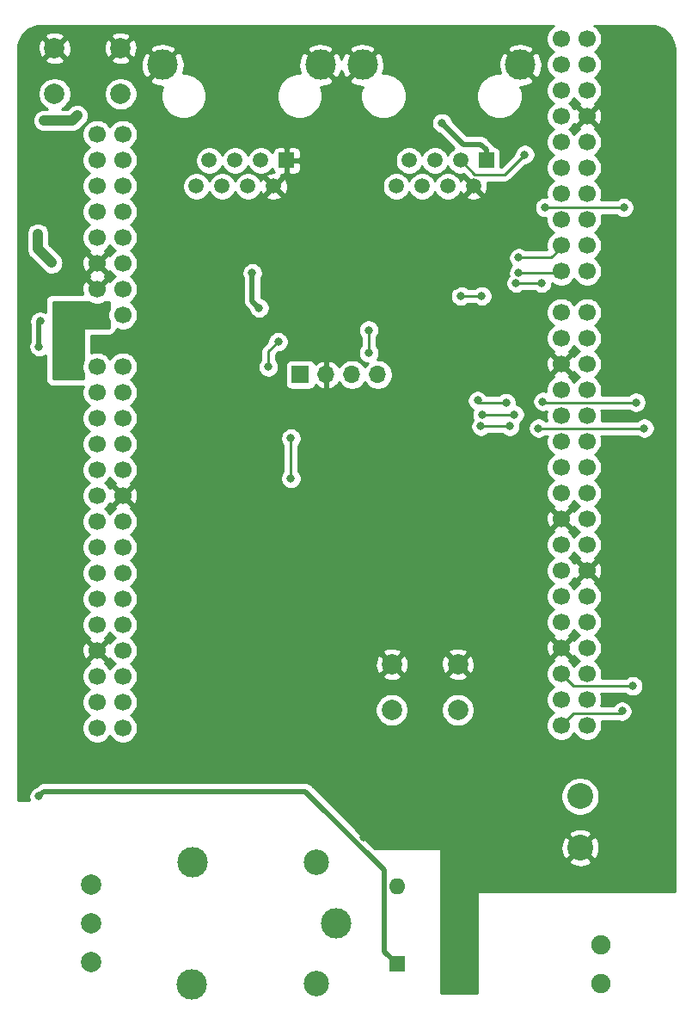
<source format=gbr>
%TF.GenerationSoftware,KiCad,Pcbnew,5.1.6-1.fc32*%
%TF.CreationDate,2021-02-06T18:10:13+01:00*%
%TF.ProjectId,acnode-nucleo144,61636e6f-6465-42d6-9e75-636c656f3134,rev?*%
%TF.SameCoordinates,Original*%
%TF.FileFunction,Copper,L2,Bot*%
%TF.FilePolarity,Positive*%
%FSLAX46Y46*%
G04 Gerber Fmt 4.6, Leading zero omitted, Abs format (unit mm)*
G04 Created by KiCad (PCBNEW 5.1.6-1.fc32) date 2021-02-06 18:10:13*
%MOMM*%
%LPD*%
G01*
G04 APERTURE LIST*
%TA.AperFunction,ComponentPad*%
%ADD10C,1.500000*%
%TD*%
%TA.AperFunction,ComponentPad*%
%ADD11C,3.000000*%
%TD*%
%TA.AperFunction,ComponentPad*%
%ADD12R,1.500000X1.500000*%
%TD*%
%TA.AperFunction,ComponentPad*%
%ADD13C,1.700000*%
%TD*%
%TA.AperFunction,ComponentPad*%
%ADD14C,2.500000*%
%TD*%
%TA.AperFunction,ComponentPad*%
%ADD15C,1.900000*%
%TD*%
%TA.AperFunction,ComponentPad*%
%ADD16C,2.000000*%
%TD*%
%TA.AperFunction,ComponentPad*%
%ADD17O,1.700000X1.700000*%
%TD*%
%TA.AperFunction,ComponentPad*%
%ADD18R,1.700000X1.700000*%
%TD*%
%TA.AperFunction,ComponentPad*%
%ADD19C,2.540000*%
%TD*%
%TA.AperFunction,ComponentPad*%
%ADD20R,1.600000X1.600000*%
%TD*%
%TA.AperFunction,ComponentPad*%
%ADD21O,1.600000X1.600000*%
%TD*%
%TA.AperFunction,ViaPad*%
%ADD22C,0.800000*%
%TD*%
%TA.AperFunction,Conductor*%
%ADD23C,0.500000*%
%TD*%
%TA.AperFunction,Conductor*%
%ADD24C,1.000000*%
%TD*%
%TA.AperFunction,Conductor*%
%ADD25C,0.250000*%
%TD*%
%TA.AperFunction,Conductor*%
%ADD26C,0.254000*%
%TD*%
G04 APERTURE END LIST*
D10*
%TO.P,J2,6*%
%TO.N,/Reader_SerialTx*%
X154479000Y-74475000D03*
%TO.P,J2,8*%
%TO.N,/LED_Blue_Cathode*%
X151939000Y-74475000D03*
D11*
%TO.P,J2,SH*%
%TO.N,GND*%
X164154000Y-62535000D03*
D10*
%TO.P,J2,2*%
X159559000Y-74475000D03*
D12*
%TO.P,J2,1*%
%TO.N,+5V*%
X160829000Y-71935000D03*
D10*
%TO.P,J2,7*%
%TO.N,/LED_Green_Cathode*%
X153209000Y-71935000D03*
%TO.P,J2,4*%
%TO.N,/LED_Red_Cathode*%
X157019000Y-74475000D03*
%TO.P,J2,5*%
%TO.N,BigButton*%
X155749000Y-71935000D03*
%TO.P,J2,3*%
%TO.N,/Reader_SerialRx*%
X158289000Y-71935000D03*
D11*
%TO.P,J2,SH*%
%TO.N,GND*%
X148614000Y-62535000D03*
%TD*%
D10*
%TO.P,J1,6*%
%TO.N,/422_RX+*%
X134794000Y-74475000D03*
%TO.P,J1,8*%
%TO.N,/422_TX+*%
X132254000Y-74475000D03*
D11*
%TO.P,J1,SH*%
%TO.N,GND*%
X144469000Y-62535000D03*
D10*
%TO.P,J1,2*%
X139874000Y-74475000D03*
D12*
%TO.P,J1,1*%
X141144000Y-71935000D03*
D10*
%TO.P,J1,7*%
%TO.N,/422_TX-*%
X133524000Y-71935000D03*
%TO.P,J1,4*%
%TO.N,+12V*%
X137334000Y-74475000D03*
%TO.P,J1,5*%
X136064000Y-71935000D03*
%TO.P,J1,3*%
%TO.N,/422_RX-*%
X138604000Y-71935000D03*
D11*
%TO.P,J1,SH*%
%TO.N,GND*%
X128929000Y-62535000D03*
%TD*%
D13*
%TO.P,U2,100*%
%TO.N,N/C*%
X170720000Y-127526000D03*
%TO.P,U2,99*%
%TO.N,BigButton*%
X168180000Y-127526000D03*
%TO.P,U2,48*%
%TO.N,i2c_SCL*%
X170720000Y-59962000D03*
%TO.P,U2,47*%
%TO.N,N/C*%
X168180000Y-59962000D03*
%TO.P,U2,49*%
X168180000Y-62502000D03*
%TO.P,U2,50*%
%TO.N,i2c_SDA*%
X170720000Y-62502000D03*
%TO.P,U2,63*%
%TO.N,/SPIFlash_CS*%
X168180000Y-80282000D03*
%TO.P,U2,61*%
%TO.N,/SPI_Clk*%
X168180000Y-77742000D03*
%TO.P,U2,59*%
%TO.N,/SPI_MOSI*%
X168180000Y-75202000D03*
%TO.P,U2,57*%
%TO.N,N/C*%
X168180000Y-72662000D03*
%TO.P,U2,55*%
X168180000Y-70122000D03*
%TO.P,U2,53*%
X168180000Y-67582000D03*
%TO.P,U2,51*%
X168180000Y-65042000D03*
%TO.P,U2,52*%
X170720000Y-65042000D03*
%TO.P,U2,54*%
%TO.N,GND*%
X170720000Y-67582000D03*
%TO.P,U2,56*%
%TO.N,N/C*%
X170720000Y-70122000D03*
%TO.P,U2,58*%
X170720000Y-72662000D03*
%TO.P,U2,60*%
X170720000Y-75202000D03*
%TO.P,U2,62*%
X170720000Y-77742000D03*
%TO.P,U2,64*%
X170720000Y-80282000D03*
%TO.P,U2,65*%
%TO.N,/SPI_MISO*%
X168180000Y-82822000D03*
%TO.P,U2,66*%
%TO.N,N/C*%
X170720000Y-82822000D03*
%TO.P,U2,94*%
X170720000Y-119906000D03*
%TO.P,U2,92*%
X170720000Y-117366000D03*
%TO.P,U2,90*%
X170720000Y-114826000D03*
%TO.P,U2,88*%
%TO.N,GND*%
X170720000Y-112286000D03*
%TO.P,U2,86*%
%TO.N,N/C*%
X170720000Y-109746000D03*
%TO.P,U2,84*%
X170720000Y-107206000D03*
%TO.P,U2,82*%
%TO.N,/Reader_SerialRx*%
X170720000Y-104666000D03*
%TO.P,U2,80*%
%TO.N,/Reader_SerialTx*%
X170720000Y-102126000D03*
%TO.P,U2,78*%
%TO.N,N/C*%
X170720000Y-99586000D03*
%TO.P,U2,76*%
%TO.N,/LED_B_Trigger*%
X170720000Y-97046000D03*
%TO.P,U2,74*%
%TO.N,N/C*%
X170720000Y-94506000D03*
%TO.P,U2,72*%
%TO.N,/LED_G_Trigger*%
X170720000Y-91966000D03*
%TO.P,U2,70*%
%TO.N,/LED_R_Trigger*%
X170720000Y-89426000D03*
%TO.P,U2,68*%
%TO.N,/ToolEnable*%
X170720000Y-86886000D03*
%TO.P,U2,67*%
%TO.N,N/C*%
X168180000Y-86886000D03*
%TO.P,U2,69*%
X168180000Y-89426000D03*
%TO.P,U2,71*%
%TO.N,GND*%
X168180000Y-91966000D03*
%TO.P,U2,73*%
%TO.N,N/C*%
X168180000Y-94506000D03*
%TO.P,U2,75*%
X168180000Y-97046000D03*
%TO.P,U2,77*%
X168180000Y-99586000D03*
%TO.P,U2,79*%
X168180000Y-102126000D03*
%TO.P,U2,81*%
X168180000Y-104666000D03*
%TO.P,U2,83*%
%TO.N,GND*%
X168180000Y-107206000D03*
%TO.P,U2,85*%
%TO.N,N/C*%
X168180000Y-109746000D03*
%TO.P,U2,87*%
X168180000Y-112286000D03*
%TO.P,U2,89*%
X168180000Y-114826000D03*
%TO.P,U2,91*%
X168180000Y-117366000D03*
%TO.P,U2,93*%
%TO.N,GND*%
X168180000Y-119906000D03*
%TO.P,U2,96*%
%TO.N,N/C*%
X170720000Y-122446000D03*
%TO.P,U2,95*%
%TO.N,/~ToolOn*%
X168180000Y-122446000D03*
%TO.P,U2,97*%
%TO.N,N/C*%
X168180000Y-124986000D03*
%TO.P,U2,2*%
X125000000Y-69360000D03*
%TO.P,U2,4*%
X125000000Y-71900000D03*
%TO.P,U2,6*%
X125000000Y-74440000D03*
%TO.P,U2,8*%
X125000000Y-76980000D03*
%TO.P,U2,10*%
X125000000Y-79520000D03*
%TO.P,U2,12*%
X125000000Y-82060000D03*
%TO.P,U2,14*%
X125000000Y-84600000D03*
%TO.P,U2,16*%
X125000000Y-87140000D03*
%TO.P,U2,1*%
X122460000Y-69360000D03*
%TO.P,U2,3*%
X122460000Y-71900000D03*
%TO.P,U2,5*%
%TO.N,~Reset*%
X122460000Y-74440000D03*
%TO.P,U2,7*%
%TO.N,+3V3*%
X122460000Y-76980000D03*
%TO.P,U2,9*%
%TO.N,+5V*%
X122460000Y-79520000D03*
%TO.P,U2,11*%
%TO.N,GND*%
X122460000Y-82060000D03*
%TO.P,U2,13*%
X122460000Y-84600000D03*
%TO.P,U2,15*%
%TO.N,+12V*%
X122460000Y-87140000D03*
%TO.P,U2,18*%
%TO.N,N/C*%
X125000000Y-92220000D03*
%TO.P,U2,17*%
X122460000Y-92220000D03*
%TO.P,U2,46*%
X125000000Y-127780000D03*
%TO.P,U2,44*%
X125000000Y-125240000D03*
%TO.P,U2,42*%
X125000000Y-122700000D03*
%TO.P,U2,40*%
X125000000Y-120160000D03*
%TO.P,U2,38*%
X125000000Y-117620000D03*
%TO.P,U2,36*%
X125000000Y-115080000D03*
%TO.P,U2,34*%
X125000000Y-112540000D03*
%TO.P,U2,32*%
X125000000Y-110000000D03*
%TO.P,U2,30*%
X125000000Y-107460000D03*
%TO.P,U2,28*%
%TO.N,GND*%
X125000000Y-104920000D03*
%TO.P,U2,26*%
%TO.N,N/C*%
X125000000Y-102380000D03*
%TO.P,U2,24*%
X125000000Y-99840000D03*
%TO.P,U2,22*%
X125000000Y-97300000D03*
%TO.P,U2,20*%
X125000000Y-94760000D03*
%TO.P,U2,19*%
X122460000Y-94760000D03*
%TO.P,U2,21*%
X122460000Y-97300000D03*
%TO.P,U2,23*%
X122460000Y-99840000D03*
%TO.P,U2,25*%
X122460000Y-102380000D03*
%TO.P,U2,27*%
X122460000Y-104920000D03*
%TO.P,U2,29*%
X122460000Y-107460000D03*
%TO.P,U2,31*%
X122460000Y-110000000D03*
%TO.P,U2,33*%
X122460000Y-112540000D03*
%TO.P,U2,35*%
X122460000Y-115080000D03*
%TO.P,U2,37*%
X122460000Y-117620000D03*
%TO.P,U2,39*%
%TO.N,GND*%
X122460000Y-120160000D03*
%TO.P,U2,41*%
%TO.N,N/C*%
X122460000Y-122700000D03*
%TO.P,U2,43*%
X122460000Y-125240000D03*
%TO.P,U2,98*%
X170720000Y-124986000D03*
%TO.P,U2,45*%
X122460000Y-127780000D03*
%TD*%
D14*
%TO.P,K1,2*%
%TO.N,Net-(D2-Pad2)*%
X144050000Y-140950000D03*
D11*
%TO.P,K1,3*%
%TO.N,Net-(J4-Pad1)*%
X131850000Y-140950000D03*
%TO.P,K1,4*%
%TO.N,Net-(J4-Pad3)*%
X131800000Y-153000000D03*
D14*
%TO.P,K1,5*%
%TO.N,+5V*%
X144050000Y-152950000D03*
D11*
%TO.P,K1,1*%
%TO.N,Net-(J4-Pad2)*%
X146000000Y-147000000D03*
%TD*%
D15*
%TO.P,J5,2*%
%TO.N,Net-(J5-Pad2)*%
X172100000Y-149090000D03*
%TO.P,J5,1*%
%TO.N,Net-(J5-Pad1)*%
X172100000Y-152900000D03*
%TD*%
D16*
%TO.P,J4,1*%
%TO.N,Net-(J4-Pad1)*%
X121900000Y-143190000D03*
%TO.P,J4,2*%
%TO.N,Net-(J4-Pad2)*%
X121900000Y-147000000D03*
%TO.P,J4,3*%
%TO.N,Net-(J4-Pad3)*%
X121900000Y-150810000D03*
%TD*%
%TO.P,SW2,1*%
%TO.N,GND*%
X158000000Y-121500000D03*
%TO.P,SW2,2*%
%TO.N,BigButton*%
X158000000Y-126000000D03*
%TO.P,SW2,1*%
%TO.N,GND*%
X151500000Y-121500000D03*
%TO.P,SW2,2*%
%TO.N,BigButton*%
X151500000Y-126000000D03*
%TD*%
%TO.P,SW1,1*%
%TO.N,GND*%
X124784000Y-60886000D03*
%TO.P,SW1,2*%
%TO.N,~Reset*%
X124784000Y-65386000D03*
%TO.P,SW1,1*%
%TO.N,GND*%
X118284000Y-60886000D03*
%TO.P,SW1,2*%
%TO.N,~Reset*%
X118284000Y-65386000D03*
%TD*%
D17*
%TO.P,J6,4*%
%TO.N,i2c_SDA*%
X150120000Y-93000000D03*
%TO.P,J6,3*%
%TO.N,i2c_SCL*%
X147580000Y-93000000D03*
%TO.P,J6,2*%
%TO.N,GND*%
X145040000Y-93000000D03*
D18*
%TO.P,J6,1*%
%TO.N,+5V*%
X142500000Y-93000000D03*
%TD*%
D19*
%TO.P,J3,2*%
%TO.N,Net-(J3-Pad2)*%
X170050000Y-134480000D03*
%TO.P,J3,1*%
%TO.N,GND*%
X170050000Y-139560000D03*
%TD*%
D20*
%TO.P,D2,1*%
%TO.N,+5V*%
X152000000Y-151000000D03*
D21*
%TO.P,D2,2*%
%TO.N,Net-(D2-Pad2)*%
X152000000Y-143380000D03*
%TD*%
D22*
%TO.N,GND*%
X134500000Y-78000000D03*
X145000000Y-133750000D03*
X156750000Y-152000000D03*
X128500000Y-87250000D03*
X128500000Y-88500000D03*
X128500000Y-83500000D03*
X157000000Y-82500000D03*
X151500000Y-82500000D03*
X146500000Y-82500000D03*
X133000000Y-113500000D03*
X138000000Y-113500000D03*
X143000000Y-113500000D03*
X164800000Y-139200000D03*
X165900000Y-139200000D03*
X165900000Y-140300000D03*
X164800000Y-140300000D03*
X164800000Y-141400000D03*
X165900000Y-141400000D03*
X147250000Y-84250000D03*
X152250000Y-84250000D03*
X157750000Y-84250000D03*
X148750000Y-138500000D03*
X152540810Y-91992001D03*
X162607000Y-86032000D03*
%TO.N,+3V3*%
X137750000Y-83000000D03*
X138430000Y-86436200D03*
%TO.N,+5V*%
X116750000Y-90250000D03*
X116850010Y-87750000D03*
X116750000Y-134500000D03*
X156438798Y-68249998D03*
%TO.N,+12V*%
X120750000Y-92000000D03*
X119750000Y-92000000D03*
X118750000Y-92000000D03*
X120750000Y-93000000D03*
X119750000Y-93000000D03*
X118750000Y-93000000D03*
X117250000Y-68000000D03*
X118000000Y-82000000D03*
X120499988Y-67500012D03*
X118500000Y-87250000D03*
X119750000Y-87250000D03*
X119750000Y-86250000D03*
X118500000Y-86250000D03*
X116633000Y-79173990D03*
%TO.N,BigButton*%
X166573200Y-76555600D03*
X174345600Y-76555602D03*
X174167800Y-126111000D03*
%TO.N,/Reader_SerialRx*%
X164590398Y-71348600D03*
%TO.N,i2c_SDA*%
X166370000Y-95656400D03*
X175539400Y-95732600D03*
X163576000Y-96926400D03*
X160401000Y-96977200D03*
%TO.N,i2c_SCL*%
X176352200Y-98272600D03*
X165938200Y-98272600D03*
X160274000Y-98094800D03*
X163118802Y-98094800D03*
%TO.N,/LED_R_Trigger*%
X158272376Y-85267800D03*
X160350198Y-85267800D03*
X163750000Y-84000000D03*
X166268400Y-83999998D03*
%TO.N,/LED_G_Trigger*%
X162750000Y-95750000D03*
X159943800Y-95554800D03*
X149225000Y-90881200D03*
X149225000Y-88620600D03*
%TO.N,/LED_B_Trigger*%
X139344400Y-92252800D03*
X140309600Y-89763600D03*
X141554200Y-103225000D03*
X141554200Y-99263202D03*
%TO.N,/SPIFlash_CS*%
X164000000Y-81500000D03*
%TO.N,/SPI_MISO*%
X164000000Y-83000000D03*
%TO.N,/~ToolOn*%
X175234600Y-123647200D03*
%TD*%
D23*
%TO.N,+3V3*%
X137750000Y-83000000D02*
X137750000Y-85756200D01*
X137750000Y-85756200D02*
X138430000Y-86436200D01*
%TO.N,+5V*%
X116750000Y-87850010D02*
X116850010Y-87750000D01*
X116750000Y-90250000D02*
X116750000Y-87850010D01*
X143000000Y-134000000D02*
X117250000Y-134000000D01*
X150749999Y-141749999D02*
X143000000Y-134000000D01*
X150749999Y-149749999D02*
X150749999Y-141749999D01*
X117250000Y-134000000D02*
X116750000Y-134500000D01*
X152000000Y-151000000D02*
X150749999Y-149749999D01*
X160257500Y-70347500D02*
X158536300Y-70347500D01*
X158536300Y-70347500D02*
X156438798Y-68249998D01*
X160829000Y-70919000D02*
X160257500Y-70347500D01*
X160829000Y-71935000D02*
X160829000Y-70919000D01*
D24*
%TO.N,+12V*%
X117250000Y-68000000D02*
X120000000Y-68000000D01*
X120000000Y-68000000D02*
X120499988Y-67500012D01*
X118000000Y-82000000D02*
X116633000Y-80633000D01*
X116633000Y-80633000D02*
X116633000Y-79173990D01*
D25*
%TO.N,BigButton*%
X166573200Y-76555600D02*
X174345598Y-76555600D01*
X174345598Y-76555600D02*
X174345600Y-76555602D01*
X169355001Y-126350999D02*
X168180000Y-127526000D01*
X173927801Y-126350999D02*
X169355001Y-126350999D01*
X174167800Y-126111000D02*
X173927801Y-126350999D01*
%TO.N,/Reader_SerialRx*%
X159686000Y-73332000D02*
X162606998Y-73332000D01*
X162606998Y-73332000D02*
X164590398Y-71348600D01*
X158289000Y-71935000D02*
X159686000Y-73332000D01*
%TO.N,i2c_SDA*%
X166446200Y-95732600D02*
X175539400Y-95732600D01*
X166370000Y-95656400D02*
X166446200Y-95732600D01*
X160401000Y-96977200D02*
X163525200Y-96977200D01*
X163525200Y-96977200D02*
X163576000Y-96926400D01*
%TO.N,i2c_SCL*%
X176352200Y-98272600D02*
X165938200Y-98272600D01*
X160274000Y-98094800D02*
X163118802Y-98094800D01*
%TO.N,/LED_R_Trigger*%
X158272376Y-85267800D02*
X160350198Y-85267800D01*
X163750000Y-84000000D02*
X166268398Y-84000000D01*
X166268398Y-84000000D02*
X166268400Y-83999998D01*
%TO.N,/LED_G_Trigger*%
X160139000Y-95750000D02*
X159943800Y-95554800D01*
X162750000Y-95750000D02*
X160139000Y-95750000D01*
X149225000Y-90881200D02*
X149225000Y-88620600D01*
%TO.N,/LED_B_Trigger*%
X139344400Y-92252800D02*
X139344400Y-90728800D01*
X139344400Y-90728800D02*
X140309600Y-89763600D01*
X141554200Y-103225000D02*
X141554200Y-99263202D01*
%TO.N,/SPIFlash_CS*%
X167216000Y-81500000D02*
X168180000Y-80536000D01*
X164000000Y-81500000D02*
X167216000Y-81500000D01*
%TO.N,/SPI_MISO*%
X168104000Y-83000000D02*
X168180000Y-83076000D01*
X164000000Y-83000000D02*
X168104000Y-83000000D01*
%TO.N,/~ToolOn*%
X168180000Y-122446000D02*
X169381200Y-123647200D01*
X169381200Y-123647200D02*
X175234600Y-123647200D01*
%TD*%
D26*
%TO.N,+12V*%
G36*
X121756589Y-85915990D02*
G01*
X122026842Y-86027932D01*
X122313740Y-86085000D01*
X122606260Y-86085000D01*
X122893158Y-86027932D01*
X123163411Y-85915990D01*
X123221764Y-85877000D01*
X123623000Y-85877000D01*
X123623000Y-86583881D01*
X123572068Y-86706842D01*
X123515000Y-86993740D01*
X123515000Y-87286260D01*
X123572068Y-87573158D01*
X123623000Y-87696119D01*
X123623000Y-88373000D01*
X121250000Y-88373000D01*
X121225224Y-88375440D01*
X121201399Y-88382667D01*
X121179443Y-88394403D01*
X121160197Y-88410197D01*
X121144403Y-88429443D01*
X121132667Y-88451399D01*
X121125440Y-88475224D01*
X121123000Y-88500000D01*
X121123000Y-91567312D01*
X121032068Y-91786842D01*
X120975000Y-92073740D01*
X120975000Y-92366260D01*
X121032068Y-92653158D01*
X121123000Y-92872688D01*
X121123000Y-93373000D01*
X118127000Y-93373000D01*
X118127000Y-85877000D01*
X121698236Y-85877000D01*
X121756589Y-85915990D01*
G37*
X121756589Y-85915990D02*
X122026842Y-86027932D01*
X122313740Y-86085000D01*
X122606260Y-86085000D01*
X122893158Y-86027932D01*
X123163411Y-85915990D01*
X123221764Y-85877000D01*
X123623000Y-85877000D01*
X123623000Y-86583881D01*
X123572068Y-86706842D01*
X123515000Y-86993740D01*
X123515000Y-87286260D01*
X123572068Y-87573158D01*
X123623000Y-87696119D01*
X123623000Y-88373000D01*
X121250000Y-88373000D01*
X121225224Y-88375440D01*
X121201399Y-88382667D01*
X121179443Y-88394403D01*
X121160197Y-88410197D01*
X121144403Y-88429443D01*
X121132667Y-88451399D01*
X121125440Y-88475224D01*
X121123000Y-88500000D01*
X121123000Y-91567312D01*
X121032068Y-91786842D01*
X120975000Y-92073740D01*
X120975000Y-92366260D01*
X121032068Y-92653158D01*
X121123000Y-92872688D01*
X121123000Y-93373000D01*
X118127000Y-93373000D01*
X118127000Y-85877000D01*
X121698236Y-85877000D01*
X121756589Y-85915990D01*
%TO.N,GND*%
G36*
X167233368Y-58808525D02*
G01*
X167026525Y-59015368D01*
X166864010Y-59258589D01*
X166752068Y-59528842D01*
X166695000Y-59815740D01*
X166695000Y-60108260D01*
X166752068Y-60395158D01*
X166864010Y-60665411D01*
X167026525Y-60908632D01*
X167233368Y-61115475D01*
X167407760Y-61232000D01*
X167233368Y-61348525D01*
X167026525Y-61555368D01*
X166864010Y-61798589D01*
X166752068Y-62068842D01*
X166695000Y-62355740D01*
X166695000Y-62648260D01*
X166752068Y-62935158D01*
X166864010Y-63205411D01*
X167026525Y-63448632D01*
X167233368Y-63655475D01*
X167407760Y-63772000D01*
X167233368Y-63888525D01*
X167026525Y-64095368D01*
X166864010Y-64338589D01*
X166752068Y-64608842D01*
X166695000Y-64895740D01*
X166695000Y-65188260D01*
X166752068Y-65475158D01*
X166864010Y-65745411D01*
X167026525Y-65988632D01*
X167233368Y-66195475D01*
X167407760Y-66312000D01*
X167233368Y-66428525D01*
X167026525Y-66635368D01*
X166864010Y-66878589D01*
X166752068Y-67148842D01*
X166695000Y-67435740D01*
X166695000Y-67728260D01*
X166752068Y-68015158D01*
X166864010Y-68285411D01*
X167026525Y-68528632D01*
X167233368Y-68735475D01*
X167407760Y-68852000D01*
X167233368Y-68968525D01*
X167026525Y-69175368D01*
X166864010Y-69418589D01*
X166752068Y-69688842D01*
X166695000Y-69975740D01*
X166695000Y-70268260D01*
X166752068Y-70555158D01*
X166864010Y-70825411D01*
X167026525Y-71068632D01*
X167233368Y-71275475D01*
X167407760Y-71392000D01*
X167233368Y-71508525D01*
X167026525Y-71715368D01*
X166864010Y-71958589D01*
X166752068Y-72228842D01*
X166695000Y-72515740D01*
X166695000Y-72808260D01*
X166752068Y-73095158D01*
X166864010Y-73365411D01*
X167026525Y-73608632D01*
X167233368Y-73815475D01*
X167407760Y-73932000D01*
X167233368Y-74048525D01*
X167026525Y-74255368D01*
X166864010Y-74498589D01*
X166752068Y-74768842D01*
X166695000Y-75055740D01*
X166695000Y-75348260D01*
X166731511Y-75531813D01*
X166675139Y-75520600D01*
X166471261Y-75520600D01*
X166271302Y-75560374D01*
X166082944Y-75638395D01*
X165913426Y-75751663D01*
X165769263Y-75895826D01*
X165655995Y-76065344D01*
X165577974Y-76253702D01*
X165538200Y-76453661D01*
X165538200Y-76657539D01*
X165577974Y-76857498D01*
X165655995Y-77045856D01*
X165769263Y-77215374D01*
X165913426Y-77359537D01*
X166082944Y-77472805D01*
X166271302Y-77550826D01*
X166471261Y-77590600D01*
X166675139Y-77590600D01*
X166696883Y-77586275D01*
X166695000Y-77595740D01*
X166695000Y-77888260D01*
X166752068Y-78175158D01*
X166864010Y-78445411D01*
X167026525Y-78688632D01*
X167233368Y-78895475D01*
X167407760Y-79012000D01*
X167233368Y-79128525D01*
X167026525Y-79335368D01*
X166864010Y-79578589D01*
X166752068Y-79848842D01*
X166695000Y-80135740D01*
X166695000Y-80428260D01*
X166752068Y-80715158D01*
X166762358Y-80740000D01*
X164703711Y-80740000D01*
X164659774Y-80696063D01*
X164490256Y-80582795D01*
X164301898Y-80504774D01*
X164101939Y-80465000D01*
X163898061Y-80465000D01*
X163698102Y-80504774D01*
X163509744Y-80582795D01*
X163340226Y-80696063D01*
X163196063Y-80840226D01*
X163082795Y-81009744D01*
X163004774Y-81198102D01*
X162965000Y-81398061D01*
X162965000Y-81601939D01*
X163004774Y-81801898D01*
X163082795Y-81990256D01*
X163196063Y-82159774D01*
X163286289Y-82250000D01*
X163196063Y-82340226D01*
X163082795Y-82509744D01*
X163004774Y-82698102D01*
X162965000Y-82898061D01*
X162965000Y-83101939D01*
X163001392Y-83284897D01*
X162946063Y-83340226D01*
X162832795Y-83509744D01*
X162754774Y-83698102D01*
X162715000Y-83898061D01*
X162715000Y-84101939D01*
X162754774Y-84301898D01*
X162832795Y-84490256D01*
X162946063Y-84659774D01*
X163090226Y-84803937D01*
X163259744Y-84917205D01*
X163448102Y-84995226D01*
X163648061Y-85035000D01*
X163851939Y-85035000D01*
X164051898Y-84995226D01*
X164240256Y-84917205D01*
X164409774Y-84803937D01*
X164453711Y-84760000D01*
X165564691Y-84760000D01*
X165608626Y-84803935D01*
X165778144Y-84917203D01*
X165966502Y-84995224D01*
X166166461Y-85034998D01*
X166370339Y-85034998D01*
X166570298Y-84995224D01*
X166758656Y-84917203D01*
X166928174Y-84803935D01*
X167072337Y-84659772D01*
X167185605Y-84490254D01*
X167263626Y-84301896D01*
X167303400Y-84101937D01*
X167303400Y-84022269D01*
X167476589Y-84137990D01*
X167746842Y-84249932D01*
X168033740Y-84307000D01*
X168326260Y-84307000D01*
X168613158Y-84249932D01*
X168883411Y-84137990D01*
X169126632Y-83975475D01*
X169333475Y-83768632D01*
X169450000Y-83594240D01*
X169566525Y-83768632D01*
X169773368Y-83975475D01*
X170016589Y-84137990D01*
X170286842Y-84249932D01*
X170573740Y-84307000D01*
X170866260Y-84307000D01*
X171153158Y-84249932D01*
X171423411Y-84137990D01*
X171666632Y-83975475D01*
X171873475Y-83768632D01*
X172035990Y-83525411D01*
X172147932Y-83255158D01*
X172205000Y-82968260D01*
X172205000Y-82675740D01*
X172147932Y-82388842D01*
X172035990Y-82118589D01*
X171873475Y-81875368D01*
X171666632Y-81668525D01*
X171492240Y-81552000D01*
X171666632Y-81435475D01*
X171873475Y-81228632D01*
X172035990Y-80985411D01*
X172147932Y-80715158D01*
X172205000Y-80428260D01*
X172205000Y-80135740D01*
X172147932Y-79848842D01*
X172035990Y-79578589D01*
X171873475Y-79335368D01*
X171666632Y-79128525D01*
X171492240Y-79012000D01*
X171666632Y-78895475D01*
X171873475Y-78688632D01*
X172035990Y-78445411D01*
X172147932Y-78175158D01*
X172205000Y-77888260D01*
X172205000Y-77595740D01*
X172149276Y-77315600D01*
X173641887Y-77315600D01*
X173685826Y-77359539D01*
X173855344Y-77472807D01*
X174043702Y-77550828D01*
X174243661Y-77590602D01*
X174447539Y-77590602D01*
X174647498Y-77550828D01*
X174835856Y-77472807D01*
X175005374Y-77359539D01*
X175149537Y-77215376D01*
X175262805Y-77045858D01*
X175340826Y-76857500D01*
X175380600Y-76657541D01*
X175380600Y-76453663D01*
X175340826Y-76253704D01*
X175262805Y-76065346D01*
X175149537Y-75895828D01*
X175005374Y-75751665D01*
X174835856Y-75638397D01*
X174647498Y-75560376D01*
X174447539Y-75520602D01*
X174243661Y-75520602D01*
X174043702Y-75560376D01*
X173855344Y-75638397D01*
X173685826Y-75751665D01*
X173641891Y-75795600D01*
X172081475Y-75795600D01*
X172147932Y-75635158D01*
X172205000Y-75348260D01*
X172205000Y-75055740D01*
X172147932Y-74768842D01*
X172035990Y-74498589D01*
X171873475Y-74255368D01*
X171666632Y-74048525D01*
X171492240Y-73932000D01*
X171666632Y-73815475D01*
X171873475Y-73608632D01*
X172035990Y-73365411D01*
X172147932Y-73095158D01*
X172205000Y-72808260D01*
X172205000Y-72515740D01*
X172147932Y-72228842D01*
X172035990Y-71958589D01*
X171873475Y-71715368D01*
X171666632Y-71508525D01*
X171492240Y-71392000D01*
X171666632Y-71275475D01*
X171873475Y-71068632D01*
X172035990Y-70825411D01*
X172147932Y-70555158D01*
X172205000Y-70268260D01*
X172205000Y-69975740D01*
X172147932Y-69688842D01*
X172035990Y-69418589D01*
X171873475Y-69175368D01*
X171666632Y-68968525D01*
X171493271Y-68852689D01*
X171568792Y-68610397D01*
X170720000Y-67761605D01*
X169871208Y-68610397D01*
X169946729Y-68852689D01*
X169773368Y-68968525D01*
X169566525Y-69175368D01*
X169450000Y-69349760D01*
X169333475Y-69175368D01*
X169126632Y-68968525D01*
X168952240Y-68852000D01*
X169126632Y-68735475D01*
X169333475Y-68528632D01*
X169449311Y-68355271D01*
X169691603Y-68430792D01*
X170540395Y-67582000D01*
X170899605Y-67582000D01*
X171748397Y-68430792D01*
X171997472Y-68353157D01*
X172123371Y-68089117D01*
X172195339Y-67805589D01*
X172210611Y-67513469D01*
X172168599Y-67223981D01*
X172070919Y-66948253D01*
X171997472Y-66810843D01*
X171748397Y-66733208D01*
X170899605Y-67582000D01*
X170540395Y-67582000D01*
X169691603Y-66733208D01*
X169449311Y-66808729D01*
X169333475Y-66635368D01*
X169126632Y-66428525D01*
X168952240Y-66312000D01*
X169126632Y-66195475D01*
X169333475Y-65988632D01*
X169450000Y-65814240D01*
X169566525Y-65988632D01*
X169773368Y-66195475D01*
X169946729Y-66311311D01*
X169871208Y-66553603D01*
X170720000Y-67402395D01*
X171568792Y-66553603D01*
X171493271Y-66311311D01*
X171666632Y-66195475D01*
X171873475Y-65988632D01*
X172035990Y-65745411D01*
X172147932Y-65475158D01*
X172205000Y-65188260D01*
X172205000Y-64895740D01*
X172147932Y-64608842D01*
X172035990Y-64338589D01*
X171873475Y-64095368D01*
X171666632Y-63888525D01*
X171492240Y-63772000D01*
X171666632Y-63655475D01*
X171873475Y-63448632D01*
X172035990Y-63205411D01*
X172147932Y-62935158D01*
X172205000Y-62648260D01*
X172205000Y-62355740D01*
X172147932Y-62068842D01*
X172035990Y-61798589D01*
X171873475Y-61555368D01*
X171666632Y-61348525D01*
X171492240Y-61232000D01*
X171666632Y-61115475D01*
X171873475Y-60908632D01*
X172035990Y-60665411D01*
X172147932Y-60395158D01*
X172205000Y-60108260D01*
X172205000Y-59815740D01*
X172147932Y-59528842D01*
X172035990Y-59258589D01*
X171873475Y-59015368D01*
X171666632Y-58808525D01*
X171444349Y-58660000D01*
X176967721Y-58660000D01*
X177453893Y-58707670D01*
X177890498Y-58839489D01*
X178293185Y-59053600D01*
X178646612Y-59341848D01*
X178937327Y-59693261D01*
X179154242Y-60094439D01*
X179289106Y-60530113D01*
X179340000Y-61014344D01*
X179340001Y-143873000D01*
X176314105Y-143873000D01*
X176267804Y-143863158D01*
X176258639Y-143862195D01*
X176064405Y-143843150D01*
X176064402Y-143843150D01*
X176032419Y-143840000D01*
X164467581Y-143840000D01*
X164434613Y-143843247D01*
X164421633Y-143843247D01*
X164412468Y-143844210D01*
X164218518Y-143865965D01*
X164185422Y-143873000D01*
X160000000Y-143873000D01*
X159975224Y-143875440D01*
X159951399Y-143882667D01*
X159929443Y-143894403D01*
X159910197Y-143910197D01*
X159894403Y-143929443D01*
X159882667Y-143951399D01*
X159875440Y-143975224D01*
X159873000Y-144000000D01*
X159873000Y-153873000D01*
X156377000Y-153873000D01*
X156377000Y-140887852D01*
X168901753Y-140887852D01*
X169030076Y-141179871D01*
X169365695Y-141347723D01*
X169727611Y-141446874D01*
X170101916Y-141473514D01*
X170474227Y-141426618D01*
X170830235Y-141307988D01*
X171069924Y-141179871D01*
X171198247Y-140887852D01*
X170050000Y-139739605D01*
X168901753Y-140887852D01*
X156377000Y-140887852D01*
X156377000Y-139750000D01*
X156374560Y-139725224D01*
X156367333Y-139701399D01*
X156355597Y-139679443D01*
X156339803Y-139660197D01*
X156320557Y-139644403D01*
X156298601Y-139632667D01*
X156274776Y-139625440D01*
X156250000Y-139623000D01*
X149874579Y-139623000D01*
X149863495Y-139611916D01*
X168136486Y-139611916D01*
X168183382Y-139984227D01*
X168302012Y-140340235D01*
X168430129Y-140579924D01*
X168722148Y-140708247D01*
X169870395Y-139560000D01*
X170229605Y-139560000D01*
X171377852Y-140708247D01*
X171669871Y-140579924D01*
X171837723Y-140244305D01*
X171936874Y-139882389D01*
X171963514Y-139508084D01*
X171916618Y-139135773D01*
X171797988Y-138779765D01*
X171669871Y-138540076D01*
X171377852Y-138411753D01*
X170229605Y-139560000D01*
X169870395Y-139560000D01*
X168722148Y-138411753D01*
X168430129Y-138540076D01*
X168262277Y-138875695D01*
X168163126Y-139237611D01*
X168136486Y-139611916D01*
X149863495Y-139611916D01*
X148483727Y-138232148D01*
X168901753Y-138232148D01*
X170050000Y-139380395D01*
X171198247Y-138232148D01*
X171069924Y-137940129D01*
X170734305Y-137772277D01*
X170372389Y-137673126D01*
X169998084Y-137646486D01*
X169625773Y-137693382D01*
X169269765Y-137812012D01*
X169030076Y-137940129D01*
X168901753Y-138232148D01*
X148483727Y-138232148D01*
X144543953Y-134292374D01*
X168145000Y-134292374D01*
X168145000Y-134667626D01*
X168218209Y-135035668D01*
X168361811Y-135382356D01*
X168570290Y-135694366D01*
X168835634Y-135959710D01*
X169147644Y-136168189D01*
X169494332Y-136311791D01*
X169862374Y-136385000D01*
X170237626Y-136385000D01*
X170605668Y-136311791D01*
X170952356Y-136168189D01*
X171264366Y-135959710D01*
X171529710Y-135694366D01*
X171738189Y-135382356D01*
X171881791Y-135035668D01*
X171955000Y-134667626D01*
X171955000Y-134292374D01*
X171881791Y-133924332D01*
X171738189Y-133577644D01*
X171529710Y-133265634D01*
X171264366Y-133000290D01*
X170952356Y-132791811D01*
X170605668Y-132648209D01*
X170237626Y-132575000D01*
X169862374Y-132575000D01*
X169494332Y-132648209D01*
X169147644Y-132791811D01*
X168835634Y-133000290D01*
X168570290Y-133265634D01*
X168361811Y-133577644D01*
X168218209Y-133924332D01*
X168145000Y-134292374D01*
X144543953Y-134292374D01*
X143656534Y-133404956D01*
X143628817Y-133371183D01*
X143494059Y-133260589D01*
X143340313Y-133178411D01*
X143173490Y-133127805D01*
X143043477Y-133115000D01*
X143043469Y-133115000D01*
X143000000Y-133110719D01*
X142956531Y-133115000D01*
X117293469Y-133115000D01*
X117250000Y-133110719D01*
X117206531Y-133115000D01*
X117206523Y-133115000D01*
X117076510Y-133127805D01*
X116909687Y-133178411D01*
X116755941Y-133260589D01*
X116621183Y-133371183D01*
X116593466Y-133404956D01*
X116504957Y-133493465D01*
X116448102Y-133504774D01*
X116259744Y-133582795D01*
X116090226Y-133696063D01*
X115946063Y-133840226D01*
X115832795Y-134009744D01*
X115754774Y-134198102D01*
X115715000Y-134398061D01*
X115715000Y-134601939D01*
X115754774Y-134801898D01*
X115784226Y-134873000D01*
X114660000Y-134873000D01*
X114660000Y-120228531D01*
X120969389Y-120228531D01*
X121011401Y-120518019D01*
X121109081Y-120793747D01*
X121182528Y-120931157D01*
X121431603Y-121008792D01*
X122280395Y-120160000D01*
X121431603Y-119311208D01*
X121182528Y-119388843D01*
X121056629Y-119652883D01*
X120984661Y-119936411D01*
X120969389Y-120228531D01*
X114660000Y-120228531D01*
X114660000Y-90148061D01*
X115715000Y-90148061D01*
X115715000Y-90351939D01*
X115754774Y-90551898D01*
X115832795Y-90740256D01*
X115946063Y-90909774D01*
X116090226Y-91053937D01*
X116259744Y-91167205D01*
X116448102Y-91245226D01*
X116648061Y-91285000D01*
X116851939Y-91285000D01*
X117051898Y-91245226D01*
X117240256Y-91167205D01*
X117365000Y-91083854D01*
X117365000Y-93500000D01*
X117377201Y-93623882D01*
X117413336Y-93743004D01*
X117472017Y-93852787D01*
X117550987Y-93949013D01*
X117647213Y-94027983D01*
X117756996Y-94086664D01*
X117876118Y-94122799D01*
X118000000Y-94135000D01*
X121111531Y-94135000D01*
X121032068Y-94326842D01*
X120975000Y-94613740D01*
X120975000Y-94906260D01*
X121032068Y-95193158D01*
X121144010Y-95463411D01*
X121306525Y-95706632D01*
X121513368Y-95913475D01*
X121687760Y-96030000D01*
X121513368Y-96146525D01*
X121306525Y-96353368D01*
X121144010Y-96596589D01*
X121032068Y-96866842D01*
X120975000Y-97153740D01*
X120975000Y-97446260D01*
X121032068Y-97733158D01*
X121144010Y-98003411D01*
X121306525Y-98246632D01*
X121513368Y-98453475D01*
X121687760Y-98570000D01*
X121513368Y-98686525D01*
X121306525Y-98893368D01*
X121144010Y-99136589D01*
X121032068Y-99406842D01*
X120975000Y-99693740D01*
X120975000Y-99986260D01*
X121032068Y-100273158D01*
X121144010Y-100543411D01*
X121306525Y-100786632D01*
X121513368Y-100993475D01*
X121687760Y-101110000D01*
X121513368Y-101226525D01*
X121306525Y-101433368D01*
X121144010Y-101676589D01*
X121032068Y-101946842D01*
X120975000Y-102233740D01*
X120975000Y-102526260D01*
X121032068Y-102813158D01*
X121144010Y-103083411D01*
X121306525Y-103326632D01*
X121513368Y-103533475D01*
X121687760Y-103650000D01*
X121513368Y-103766525D01*
X121306525Y-103973368D01*
X121144010Y-104216589D01*
X121032068Y-104486842D01*
X120975000Y-104773740D01*
X120975000Y-105066260D01*
X121032068Y-105353158D01*
X121144010Y-105623411D01*
X121306525Y-105866632D01*
X121513368Y-106073475D01*
X121687760Y-106190000D01*
X121513368Y-106306525D01*
X121306525Y-106513368D01*
X121144010Y-106756589D01*
X121032068Y-107026842D01*
X120975000Y-107313740D01*
X120975000Y-107606260D01*
X121032068Y-107893158D01*
X121144010Y-108163411D01*
X121306525Y-108406632D01*
X121513368Y-108613475D01*
X121687760Y-108730000D01*
X121513368Y-108846525D01*
X121306525Y-109053368D01*
X121144010Y-109296589D01*
X121032068Y-109566842D01*
X120975000Y-109853740D01*
X120975000Y-110146260D01*
X121032068Y-110433158D01*
X121144010Y-110703411D01*
X121306525Y-110946632D01*
X121513368Y-111153475D01*
X121687760Y-111270000D01*
X121513368Y-111386525D01*
X121306525Y-111593368D01*
X121144010Y-111836589D01*
X121032068Y-112106842D01*
X120975000Y-112393740D01*
X120975000Y-112686260D01*
X121032068Y-112973158D01*
X121144010Y-113243411D01*
X121306525Y-113486632D01*
X121513368Y-113693475D01*
X121687760Y-113810000D01*
X121513368Y-113926525D01*
X121306525Y-114133368D01*
X121144010Y-114376589D01*
X121032068Y-114646842D01*
X120975000Y-114933740D01*
X120975000Y-115226260D01*
X121032068Y-115513158D01*
X121144010Y-115783411D01*
X121306525Y-116026632D01*
X121513368Y-116233475D01*
X121687760Y-116350000D01*
X121513368Y-116466525D01*
X121306525Y-116673368D01*
X121144010Y-116916589D01*
X121032068Y-117186842D01*
X120975000Y-117473740D01*
X120975000Y-117766260D01*
X121032068Y-118053158D01*
X121144010Y-118323411D01*
X121306525Y-118566632D01*
X121513368Y-118773475D01*
X121686729Y-118889311D01*
X121611208Y-119131603D01*
X122460000Y-119980395D01*
X123308792Y-119131603D01*
X123233271Y-118889311D01*
X123406632Y-118773475D01*
X123613475Y-118566632D01*
X123730000Y-118392240D01*
X123846525Y-118566632D01*
X124053368Y-118773475D01*
X124227760Y-118890000D01*
X124053368Y-119006525D01*
X123846525Y-119213368D01*
X123730689Y-119386729D01*
X123488397Y-119311208D01*
X122639605Y-120160000D01*
X123488397Y-121008792D01*
X123730689Y-120933271D01*
X123846525Y-121106632D01*
X124053368Y-121313475D01*
X124227760Y-121430000D01*
X124053368Y-121546525D01*
X123846525Y-121753368D01*
X123730000Y-121927760D01*
X123613475Y-121753368D01*
X123406632Y-121546525D01*
X123233271Y-121430689D01*
X123308792Y-121188397D01*
X122460000Y-120339605D01*
X121611208Y-121188397D01*
X121686729Y-121430689D01*
X121513368Y-121546525D01*
X121306525Y-121753368D01*
X121144010Y-121996589D01*
X121032068Y-122266842D01*
X120975000Y-122553740D01*
X120975000Y-122846260D01*
X121032068Y-123133158D01*
X121144010Y-123403411D01*
X121306525Y-123646632D01*
X121513368Y-123853475D01*
X121687760Y-123970000D01*
X121513368Y-124086525D01*
X121306525Y-124293368D01*
X121144010Y-124536589D01*
X121032068Y-124806842D01*
X120975000Y-125093740D01*
X120975000Y-125386260D01*
X121032068Y-125673158D01*
X121144010Y-125943411D01*
X121306525Y-126186632D01*
X121513368Y-126393475D01*
X121687760Y-126510000D01*
X121513368Y-126626525D01*
X121306525Y-126833368D01*
X121144010Y-127076589D01*
X121032068Y-127346842D01*
X120975000Y-127633740D01*
X120975000Y-127926260D01*
X121032068Y-128213158D01*
X121144010Y-128483411D01*
X121306525Y-128726632D01*
X121513368Y-128933475D01*
X121756589Y-129095990D01*
X122026842Y-129207932D01*
X122313740Y-129265000D01*
X122606260Y-129265000D01*
X122893158Y-129207932D01*
X123163411Y-129095990D01*
X123406632Y-128933475D01*
X123613475Y-128726632D01*
X123730000Y-128552240D01*
X123846525Y-128726632D01*
X124053368Y-128933475D01*
X124296589Y-129095990D01*
X124566842Y-129207932D01*
X124853740Y-129265000D01*
X125146260Y-129265000D01*
X125433158Y-129207932D01*
X125703411Y-129095990D01*
X125946632Y-128933475D01*
X126153475Y-128726632D01*
X126315990Y-128483411D01*
X126427932Y-128213158D01*
X126485000Y-127926260D01*
X126485000Y-127633740D01*
X126427932Y-127346842D01*
X126315990Y-127076589D01*
X126153475Y-126833368D01*
X125946632Y-126626525D01*
X125772240Y-126510000D01*
X125946632Y-126393475D01*
X126153475Y-126186632D01*
X126315990Y-125943411D01*
X126359251Y-125838967D01*
X149865000Y-125838967D01*
X149865000Y-126161033D01*
X149927832Y-126476912D01*
X150051082Y-126774463D01*
X150230013Y-127042252D01*
X150457748Y-127269987D01*
X150725537Y-127448918D01*
X151023088Y-127572168D01*
X151338967Y-127635000D01*
X151661033Y-127635000D01*
X151976912Y-127572168D01*
X152274463Y-127448918D01*
X152542252Y-127269987D01*
X152769987Y-127042252D01*
X152948918Y-126774463D01*
X153072168Y-126476912D01*
X153135000Y-126161033D01*
X153135000Y-125838967D01*
X156365000Y-125838967D01*
X156365000Y-126161033D01*
X156427832Y-126476912D01*
X156551082Y-126774463D01*
X156730013Y-127042252D01*
X156957748Y-127269987D01*
X157225537Y-127448918D01*
X157523088Y-127572168D01*
X157838967Y-127635000D01*
X158161033Y-127635000D01*
X158476912Y-127572168D01*
X158774463Y-127448918D01*
X159042252Y-127269987D01*
X159269987Y-127042252D01*
X159448918Y-126774463D01*
X159572168Y-126476912D01*
X159635000Y-126161033D01*
X159635000Y-125838967D01*
X159572168Y-125523088D01*
X159448918Y-125225537D01*
X159269987Y-124957748D01*
X159042252Y-124730013D01*
X158774463Y-124551082D01*
X158476912Y-124427832D01*
X158161033Y-124365000D01*
X157838967Y-124365000D01*
X157523088Y-124427832D01*
X157225537Y-124551082D01*
X156957748Y-124730013D01*
X156730013Y-124957748D01*
X156551082Y-125225537D01*
X156427832Y-125523088D01*
X156365000Y-125838967D01*
X153135000Y-125838967D01*
X153072168Y-125523088D01*
X152948918Y-125225537D01*
X152769987Y-124957748D01*
X152542252Y-124730013D01*
X152274463Y-124551082D01*
X151976912Y-124427832D01*
X151661033Y-124365000D01*
X151338967Y-124365000D01*
X151023088Y-124427832D01*
X150725537Y-124551082D01*
X150457748Y-124730013D01*
X150230013Y-124957748D01*
X150051082Y-125225537D01*
X149927832Y-125523088D01*
X149865000Y-125838967D01*
X126359251Y-125838967D01*
X126427932Y-125673158D01*
X126485000Y-125386260D01*
X126485000Y-125093740D01*
X126427932Y-124806842D01*
X126315990Y-124536589D01*
X126153475Y-124293368D01*
X125946632Y-124086525D01*
X125772240Y-123970000D01*
X125946632Y-123853475D01*
X126153475Y-123646632D01*
X126315990Y-123403411D01*
X126427932Y-123133158D01*
X126485000Y-122846260D01*
X126485000Y-122635413D01*
X150544192Y-122635413D01*
X150639956Y-122899814D01*
X150929571Y-123040704D01*
X151241108Y-123122384D01*
X151562595Y-123141718D01*
X151881675Y-123097961D01*
X152186088Y-122992795D01*
X152360044Y-122899814D01*
X152455808Y-122635413D01*
X157044192Y-122635413D01*
X157139956Y-122899814D01*
X157429571Y-123040704D01*
X157741108Y-123122384D01*
X158062595Y-123141718D01*
X158381675Y-123097961D01*
X158686088Y-122992795D01*
X158860044Y-122899814D01*
X158955808Y-122635413D01*
X158000000Y-121679605D01*
X157044192Y-122635413D01*
X152455808Y-122635413D01*
X151500000Y-121679605D01*
X150544192Y-122635413D01*
X126485000Y-122635413D01*
X126485000Y-122553740D01*
X126427932Y-122266842D01*
X126315990Y-121996589D01*
X126153475Y-121753368D01*
X125962702Y-121562595D01*
X149858282Y-121562595D01*
X149902039Y-121881675D01*
X150007205Y-122186088D01*
X150100186Y-122360044D01*
X150364587Y-122455808D01*
X151320395Y-121500000D01*
X151679605Y-121500000D01*
X152635413Y-122455808D01*
X152899814Y-122360044D01*
X153040704Y-122070429D01*
X153122384Y-121758892D01*
X153134189Y-121562595D01*
X156358282Y-121562595D01*
X156402039Y-121881675D01*
X156507205Y-122186088D01*
X156600186Y-122360044D01*
X156864587Y-122455808D01*
X157820395Y-121500000D01*
X158179605Y-121500000D01*
X159135413Y-122455808D01*
X159399814Y-122360044D01*
X159540704Y-122070429D01*
X159622384Y-121758892D01*
X159641718Y-121437405D01*
X159597961Y-121118325D01*
X159492795Y-120813912D01*
X159399814Y-120639956D01*
X159135413Y-120544192D01*
X158179605Y-121500000D01*
X157820395Y-121500000D01*
X156864587Y-120544192D01*
X156600186Y-120639956D01*
X156459296Y-120929571D01*
X156377616Y-121241108D01*
X156358282Y-121562595D01*
X153134189Y-121562595D01*
X153141718Y-121437405D01*
X153097961Y-121118325D01*
X152992795Y-120813912D01*
X152899814Y-120639956D01*
X152635413Y-120544192D01*
X151679605Y-121500000D01*
X151320395Y-121500000D01*
X150364587Y-120544192D01*
X150100186Y-120639956D01*
X149959296Y-120929571D01*
X149877616Y-121241108D01*
X149858282Y-121562595D01*
X125962702Y-121562595D01*
X125946632Y-121546525D01*
X125772240Y-121430000D01*
X125946632Y-121313475D01*
X126153475Y-121106632D01*
X126315990Y-120863411D01*
X126427932Y-120593158D01*
X126473397Y-120364587D01*
X150544192Y-120364587D01*
X151500000Y-121320395D01*
X152455808Y-120364587D01*
X157044192Y-120364587D01*
X158000000Y-121320395D01*
X158955808Y-120364587D01*
X158860044Y-120100186D01*
X158601747Y-119974531D01*
X166689389Y-119974531D01*
X166731401Y-120264019D01*
X166829081Y-120539747D01*
X166902528Y-120677157D01*
X167151603Y-120754792D01*
X168000395Y-119906000D01*
X167151603Y-119057208D01*
X166902528Y-119134843D01*
X166776629Y-119398883D01*
X166704661Y-119682411D01*
X166689389Y-119974531D01*
X158601747Y-119974531D01*
X158570429Y-119959296D01*
X158258892Y-119877616D01*
X157937405Y-119858282D01*
X157618325Y-119902039D01*
X157313912Y-120007205D01*
X157139956Y-120100186D01*
X157044192Y-120364587D01*
X152455808Y-120364587D01*
X152360044Y-120100186D01*
X152070429Y-119959296D01*
X151758892Y-119877616D01*
X151437405Y-119858282D01*
X151118325Y-119902039D01*
X150813912Y-120007205D01*
X150639956Y-120100186D01*
X150544192Y-120364587D01*
X126473397Y-120364587D01*
X126485000Y-120306260D01*
X126485000Y-120013740D01*
X126427932Y-119726842D01*
X126315990Y-119456589D01*
X126153475Y-119213368D01*
X125946632Y-119006525D01*
X125772240Y-118890000D01*
X125946632Y-118773475D01*
X126153475Y-118566632D01*
X126315990Y-118323411D01*
X126427932Y-118053158D01*
X126485000Y-117766260D01*
X126485000Y-117473740D01*
X126427932Y-117186842D01*
X126315990Y-116916589D01*
X126153475Y-116673368D01*
X125946632Y-116466525D01*
X125772240Y-116350000D01*
X125946632Y-116233475D01*
X126153475Y-116026632D01*
X126315990Y-115783411D01*
X126427932Y-115513158D01*
X126485000Y-115226260D01*
X126485000Y-114933740D01*
X126427932Y-114646842D01*
X126315990Y-114376589D01*
X126153475Y-114133368D01*
X125946632Y-113926525D01*
X125772240Y-113810000D01*
X125946632Y-113693475D01*
X126153475Y-113486632D01*
X126315990Y-113243411D01*
X126427932Y-112973158D01*
X126485000Y-112686260D01*
X126485000Y-112393740D01*
X126427932Y-112106842D01*
X126315990Y-111836589D01*
X126153475Y-111593368D01*
X125946632Y-111386525D01*
X125772240Y-111270000D01*
X125946632Y-111153475D01*
X126153475Y-110946632D01*
X126315990Y-110703411D01*
X126427932Y-110433158D01*
X126485000Y-110146260D01*
X126485000Y-109853740D01*
X126427932Y-109566842D01*
X126315990Y-109296589D01*
X126153475Y-109053368D01*
X125946632Y-108846525D01*
X125772240Y-108730000D01*
X125946632Y-108613475D01*
X126153475Y-108406632D01*
X126315990Y-108163411D01*
X126427932Y-107893158D01*
X126485000Y-107606260D01*
X126485000Y-107313740D01*
X126477201Y-107274531D01*
X166689389Y-107274531D01*
X166731401Y-107564019D01*
X166829081Y-107839747D01*
X166902528Y-107977157D01*
X167151603Y-108054792D01*
X168000395Y-107206000D01*
X167151603Y-106357208D01*
X166902528Y-106434843D01*
X166776629Y-106698883D01*
X166704661Y-106982411D01*
X166689389Y-107274531D01*
X126477201Y-107274531D01*
X126427932Y-107026842D01*
X126315990Y-106756589D01*
X126153475Y-106513368D01*
X125946632Y-106306525D01*
X125773271Y-106190689D01*
X125848792Y-105948397D01*
X125000000Y-105099605D01*
X124151208Y-105948397D01*
X124226729Y-106190689D01*
X124053368Y-106306525D01*
X123846525Y-106513368D01*
X123730000Y-106687760D01*
X123613475Y-106513368D01*
X123406632Y-106306525D01*
X123232240Y-106190000D01*
X123406632Y-106073475D01*
X123613475Y-105866632D01*
X123729311Y-105693271D01*
X123971603Y-105768792D01*
X124820395Y-104920000D01*
X125179605Y-104920000D01*
X126028397Y-105768792D01*
X126277472Y-105691157D01*
X126403371Y-105427117D01*
X126475339Y-105143589D01*
X126490611Y-104851469D01*
X126448599Y-104561981D01*
X126350919Y-104286253D01*
X126277472Y-104148843D01*
X126028397Y-104071208D01*
X125179605Y-104920000D01*
X124820395Y-104920000D01*
X123971603Y-104071208D01*
X123729311Y-104146729D01*
X123613475Y-103973368D01*
X123406632Y-103766525D01*
X123232240Y-103650000D01*
X123406632Y-103533475D01*
X123613475Y-103326632D01*
X123730000Y-103152240D01*
X123846525Y-103326632D01*
X124053368Y-103533475D01*
X124226729Y-103649311D01*
X124151208Y-103891603D01*
X125000000Y-104740395D01*
X125848792Y-103891603D01*
X125773271Y-103649311D01*
X125946632Y-103533475D01*
X126153475Y-103326632D01*
X126315990Y-103083411D01*
X126427932Y-102813158D01*
X126485000Y-102526260D01*
X126485000Y-102233740D01*
X126427932Y-101946842D01*
X126315990Y-101676589D01*
X126153475Y-101433368D01*
X125946632Y-101226525D01*
X125772240Y-101110000D01*
X125946632Y-100993475D01*
X126153475Y-100786632D01*
X126315990Y-100543411D01*
X126427932Y-100273158D01*
X126485000Y-99986260D01*
X126485000Y-99693740D01*
X126427932Y-99406842D01*
X126326211Y-99161263D01*
X140519200Y-99161263D01*
X140519200Y-99365141D01*
X140558974Y-99565100D01*
X140636995Y-99753458D01*
X140750263Y-99922976D01*
X140794201Y-99966914D01*
X140794200Y-102521289D01*
X140750263Y-102565226D01*
X140636995Y-102734744D01*
X140558974Y-102923102D01*
X140519200Y-103123061D01*
X140519200Y-103326939D01*
X140558974Y-103526898D01*
X140636995Y-103715256D01*
X140750263Y-103884774D01*
X140894426Y-104028937D01*
X141063944Y-104142205D01*
X141252302Y-104220226D01*
X141452261Y-104260000D01*
X141656139Y-104260000D01*
X141856098Y-104220226D01*
X142044456Y-104142205D01*
X142213974Y-104028937D01*
X142358137Y-103884774D01*
X142471405Y-103715256D01*
X142549426Y-103526898D01*
X142589200Y-103326939D01*
X142589200Y-103123061D01*
X142549426Y-102923102D01*
X142471405Y-102734744D01*
X142358137Y-102565226D01*
X142314200Y-102521289D01*
X142314200Y-99966913D01*
X142358137Y-99922976D01*
X142471405Y-99753458D01*
X142549426Y-99565100D01*
X142589200Y-99365141D01*
X142589200Y-99161263D01*
X142549426Y-98961304D01*
X142471405Y-98772946D01*
X142358137Y-98603428D01*
X142213974Y-98459265D01*
X142044456Y-98345997D01*
X141856098Y-98267976D01*
X141656139Y-98228202D01*
X141452261Y-98228202D01*
X141252302Y-98267976D01*
X141063944Y-98345997D01*
X140894426Y-98459265D01*
X140750263Y-98603428D01*
X140636995Y-98772946D01*
X140558974Y-98961304D01*
X140519200Y-99161263D01*
X126326211Y-99161263D01*
X126315990Y-99136589D01*
X126153475Y-98893368D01*
X125946632Y-98686525D01*
X125772240Y-98570000D01*
X125946632Y-98453475D01*
X126153475Y-98246632D01*
X126315990Y-98003411D01*
X126427932Y-97733158D01*
X126485000Y-97446260D01*
X126485000Y-97153740D01*
X126427932Y-96866842D01*
X126315990Y-96596589D01*
X126153475Y-96353368D01*
X125946632Y-96146525D01*
X125772240Y-96030000D01*
X125946632Y-95913475D01*
X126153475Y-95706632D01*
X126315990Y-95463411D01*
X126320359Y-95452861D01*
X158908800Y-95452861D01*
X158908800Y-95656739D01*
X158948574Y-95856698D01*
X159026595Y-96045056D01*
X159139863Y-96214574D01*
X159284026Y-96358737D01*
X159453544Y-96472005D01*
X159485055Y-96485058D01*
X159483795Y-96486944D01*
X159405774Y-96675302D01*
X159366000Y-96875261D01*
X159366000Y-97079139D01*
X159405774Y-97279098D01*
X159470274Y-97434815D01*
X159470063Y-97435026D01*
X159356795Y-97604544D01*
X159278774Y-97792902D01*
X159239000Y-97992861D01*
X159239000Y-98196739D01*
X159278774Y-98396698D01*
X159356795Y-98585056D01*
X159470063Y-98754574D01*
X159614226Y-98898737D01*
X159783744Y-99012005D01*
X159972102Y-99090026D01*
X160172061Y-99129800D01*
X160375939Y-99129800D01*
X160575898Y-99090026D01*
X160764256Y-99012005D01*
X160933774Y-98898737D01*
X160977711Y-98854800D01*
X162415091Y-98854800D01*
X162459028Y-98898737D01*
X162628546Y-99012005D01*
X162816904Y-99090026D01*
X163016863Y-99129800D01*
X163220741Y-99129800D01*
X163420700Y-99090026D01*
X163609058Y-99012005D01*
X163778576Y-98898737D01*
X163922739Y-98754574D01*
X164036007Y-98585056D01*
X164114028Y-98396698D01*
X164153802Y-98196739D01*
X164153802Y-98170661D01*
X164903200Y-98170661D01*
X164903200Y-98374539D01*
X164942974Y-98574498D01*
X165020995Y-98762856D01*
X165134263Y-98932374D01*
X165278426Y-99076537D01*
X165447944Y-99189805D01*
X165636302Y-99267826D01*
X165836261Y-99307600D01*
X166040139Y-99307600D01*
X166240098Y-99267826D01*
X166428456Y-99189805D01*
X166597974Y-99076537D01*
X166641911Y-99032600D01*
X166801874Y-99032600D01*
X166752068Y-99152842D01*
X166695000Y-99439740D01*
X166695000Y-99732260D01*
X166752068Y-100019158D01*
X166864010Y-100289411D01*
X167026525Y-100532632D01*
X167233368Y-100739475D01*
X167407760Y-100856000D01*
X167233368Y-100972525D01*
X167026525Y-101179368D01*
X166864010Y-101422589D01*
X166752068Y-101692842D01*
X166695000Y-101979740D01*
X166695000Y-102272260D01*
X166752068Y-102559158D01*
X166864010Y-102829411D01*
X167026525Y-103072632D01*
X167233368Y-103279475D01*
X167407760Y-103396000D01*
X167233368Y-103512525D01*
X167026525Y-103719368D01*
X166864010Y-103962589D01*
X166752068Y-104232842D01*
X166695000Y-104519740D01*
X166695000Y-104812260D01*
X166752068Y-105099158D01*
X166864010Y-105369411D01*
X167026525Y-105612632D01*
X167233368Y-105819475D01*
X167406729Y-105935311D01*
X167331208Y-106177603D01*
X168180000Y-107026395D01*
X169028792Y-106177603D01*
X168953271Y-105935311D01*
X169126632Y-105819475D01*
X169333475Y-105612632D01*
X169450000Y-105438240D01*
X169566525Y-105612632D01*
X169773368Y-105819475D01*
X169947760Y-105936000D01*
X169773368Y-106052525D01*
X169566525Y-106259368D01*
X169450689Y-106432729D01*
X169208397Y-106357208D01*
X168359605Y-107206000D01*
X169208397Y-108054792D01*
X169450689Y-107979271D01*
X169566525Y-108152632D01*
X169773368Y-108359475D01*
X169947760Y-108476000D01*
X169773368Y-108592525D01*
X169566525Y-108799368D01*
X169450000Y-108973760D01*
X169333475Y-108799368D01*
X169126632Y-108592525D01*
X168953271Y-108476689D01*
X169028792Y-108234397D01*
X168180000Y-107385605D01*
X167331208Y-108234397D01*
X167406729Y-108476689D01*
X167233368Y-108592525D01*
X167026525Y-108799368D01*
X166864010Y-109042589D01*
X166752068Y-109312842D01*
X166695000Y-109599740D01*
X166695000Y-109892260D01*
X166752068Y-110179158D01*
X166864010Y-110449411D01*
X167026525Y-110692632D01*
X167233368Y-110899475D01*
X167407760Y-111016000D01*
X167233368Y-111132525D01*
X167026525Y-111339368D01*
X166864010Y-111582589D01*
X166752068Y-111852842D01*
X166695000Y-112139740D01*
X166695000Y-112432260D01*
X166752068Y-112719158D01*
X166864010Y-112989411D01*
X167026525Y-113232632D01*
X167233368Y-113439475D01*
X167407760Y-113556000D01*
X167233368Y-113672525D01*
X167026525Y-113879368D01*
X166864010Y-114122589D01*
X166752068Y-114392842D01*
X166695000Y-114679740D01*
X166695000Y-114972260D01*
X166752068Y-115259158D01*
X166864010Y-115529411D01*
X167026525Y-115772632D01*
X167233368Y-115979475D01*
X167407760Y-116096000D01*
X167233368Y-116212525D01*
X167026525Y-116419368D01*
X166864010Y-116662589D01*
X166752068Y-116932842D01*
X166695000Y-117219740D01*
X166695000Y-117512260D01*
X166752068Y-117799158D01*
X166864010Y-118069411D01*
X167026525Y-118312632D01*
X167233368Y-118519475D01*
X167406729Y-118635311D01*
X167331208Y-118877603D01*
X168180000Y-119726395D01*
X169028792Y-118877603D01*
X168953271Y-118635311D01*
X169126632Y-118519475D01*
X169333475Y-118312632D01*
X169450000Y-118138240D01*
X169566525Y-118312632D01*
X169773368Y-118519475D01*
X169947760Y-118636000D01*
X169773368Y-118752525D01*
X169566525Y-118959368D01*
X169450689Y-119132729D01*
X169208397Y-119057208D01*
X168359605Y-119906000D01*
X169208397Y-120754792D01*
X169450689Y-120679271D01*
X169566525Y-120852632D01*
X169773368Y-121059475D01*
X169947760Y-121176000D01*
X169773368Y-121292525D01*
X169566525Y-121499368D01*
X169450000Y-121673760D01*
X169333475Y-121499368D01*
X169126632Y-121292525D01*
X168953271Y-121176689D01*
X169028792Y-120934397D01*
X168180000Y-120085605D01*
X167331208Y-120934397D01*
X167406729Y-121176689D01*
X167233368Y-121292525D01*
X167026525Y-121499368D01*
X166864010Y-121742589D01*
X166752068Y-122012842D01*
X166695000Y-122299740D01*
X166695000Y-122592260D01*
X166752068Y-122879158D01*
X166864010Y-123149411D01*
X167026525Y-123392632D01*
X167233368Y-123599475D01*
X167407760Y-123716000D01*
X167233368Y-123832525D01*
X167026525Y-124039368D01*
X166864010Y-124282589D01*
X166752068Y-124552842D01*
X166695000Y-124839740D01*
X166695000Y-125132260D01*
X166752068Y-125419158D01*
X166864010Y-125689411D01*
X167026525Y-125932632D01*
X167233368Y-126139475D01*
X167407760Y-126256000D01*
X167233368Y-126372525D01*
X167026525Y-126579368D01*
X166864010Y-126822589D01*
X166752068Y-127092842D01*
X166695000Y-127379740D01*
X166695000Y-127672260D01*
X166752068Y-127959158D01*
X166864010Y-128229411D01*
X167026525Y-128472632D01*
X167233368Y-128679475D01*
X167476589Y-128841990D01*
X167746842Y-128953932D01*
X168033740Y-129011000D01*
X168326260Y-129011000D01*
X168613158Y-128953932D01*
X168883411Y-128841990D01*
X169126632Y-128679475D01*
X169333475Y-128472632D01*
X169450000Y-128298240D01*
X169566525Y-128472632D01*
X169773368Y-128679475D01*
X170016589Y-128841990D01*
X170286842Y-128953932D01*
X170573740Y-129011000D01*
X170866260Y-129011000D01*
X171153158Y-128953932D01*
X171423411Y-128841990D01*
X171666632Y-128679475D01*
X171873475Y-128472632D01*
X172035990Y-128229411D01*
X172147932Y-127959158D01*
X172205000Y-127672260D01*
X172205000Y-127379740D01*
X172151544Y-127110999D01*
X173889898Y-127110999D01*
X174065861Y-127146000D01*
X174269739Y-127146000D01*
X174469698Y-127106226D01*
X174658056Y-127028205D01*
X174827574Y-126914937D01*
X174971737Y-126770774D01*
X175085005Y-126601256D01*
X175163026Y-126412898D01*
X175202800Y-126212939D01*
X175202800Y-126009061D01*
X175163026Y-125809102D01*
X175085005Y-125620744D01*
X174971737Y-125451226D01*
X174827574Y-125307063D01*
X174658056Y-125193795D01*
X174469698Y-125115774D01*
X174269739Y-125076000D01*
X174065861Y-125076000D01*
X173865902Y-125115774D01*
X173677544Y-125193795D01*
X173508026Y-125307063D01*
X173363863Y-125451226D01*
X173270470Y-125590999D01*
X172076753Y-125590999D01*
X172147932Y-125419158D01*
X172205000Y-125132260D01*
X172205000Y-124839740D01*
X172147932Y-124552842D01*
X172087605Y-124407200D01*
X174530889Y-124407200D01*
X174574826Y-124451137D01*
X174744344Y-124564405D01*
X174932702Y-124642426D01*
X175132661Y-124682200D01*
X175336539Y-124682200D01*
X175536498Y-124642426D01*
X175724856Y-124564405D01*
X175894374Y-124451137D01*
X176038537Y-124306974D01*
X176151805Y-124137456D01*
X176229826Y-123949098D01*
X176269600Y-123749139D01*
X176269600Y-123545261D01*
X176229826Y-123345302D01*
X176151805Y-123156944D01*
X176038537Y-122987426D01*
X175894374Y-122843263D01*
X175724856Y-122729995D01*
X175536498Y-122651974D01*
X175336539Y-122612200D01*
X175132661Y-122612200D01*
X174932702Y-122651974D01*
X174744344Y-122729995D01*
X174574826Y-122843263D01*
X174530889Y-122887200D01*
X172144601Y-122887200D01*
X172147932Y-122879158D01*
X172205000Y-122592260D01*
X172205000Y-122299740D01*
X172147932Y-122012842D01*
X172035990Y-121742589D01*
X171873475Y-121499368D01*
X171666632Y-121292525D01*
X171492240Y-121176000D01*
X171666632Y-121059475D01*
X171873475Y-120852632D01*
X172035990Y-120609411D01*
X172147932Y-120339158D01*
X172205000Y-120052260D01*
X172205000Y-119759740D01*
X172147932Y-119472842D01*
X172035990Y-119202589D01*
X171873475Y-118959368D01*
X171666632Y-118752525D01*
X171492240Y-118636000D01*
X171666632Y-118519475D01*
X171873475Y-118312632D01*
X172035990Y-118069411D01*
X172147932Y-117799158D01*
X172205000Y-117512260D01*
X172205000Y-117219740D01*
X172147932Y-116932842D01*
X172035990Y-116662589D01*
X171873475Y-116419368D01*
X171666632Y-116212525D01*
X171492240Y-116096000D01*
X171666632Y-115979475D01*
X171873475Y-115772632D01*
X172035990Y-115529411D01*
X172147932Y-115259158D01*
X172205000Y-114972260D01*
X172205000Y-114679740D01*
X172147932Y-114392842D01*
X172035990Y-114122589D01*
X171873475Y-113879368D01*
X171666632Y-113672525D01*
X171493271Y-113556689D01*
X171568792Y-113314397D01*
X170720000Y-112465605D01*
X169871208Y-113314397D01*
X169946729Y-113556689D01*
X169773368Y-113672525D01*
X169566525Y-113879368D01*
X169450000Y-114053760D01*
X169333475Y-113879368D01*
X169126632Y-113672525D01*
X168952240Y-113556000D01*
X169126632Y-113439475D01*
X169333475Y-113232632D01*
X169449311Y-113059271D01*
X169691603Y-113134792D01*
X170540395Y-112286000D01*
X170899605Y-112286000D01*
X171748397Y-113134792D01*
X171997472Y-113057157D01*
X172123371Y-112793117D01*
X172195339Y-112509589D01*
X172210611Y-112217469D01*
X172168599Y-111927981D01*
X172070919Y-111652253D01*
X171997472Y-111514843D01*
X171748397Y-111437208D01*
X170899605Y-112286000D01*
X170540395Y-112286000D01*
X169691603Y-111437208D01*
X169449311Y-111512729D01*
X169333475Y-111339368D01*
X169126632Y-111132525D01*
X168952240Y-111016000D01*
X169126632Y-110899475D01*
X169333475Y-110692632D01*
X169450000Y-110518240D01*
X169566525Y-110692632D01*
X169773368Y-110899475D01*
X169946729Y-111015311D01*
X169871208Y-111257603D01*
X170720000Y-112106395D01*
X171568792Y-111257603D01*
X171493271Y-111015311D01*
X171666632Y-110899475D01*
X171873475Y-110692632D01*
X172035990Y-110449411D01*
X172147932Y-110179158D01*
X172205000Y-109892260D01*
X172205000Y-109599740D01*
X172147932Y-109312842D01*
X172035990Y-109042589D01*
X171873475Y-108799368D01*
X171666632Y-108592525D01*
X171492240Y-108476000D01*
X171666632Y-108359475D01*
X171873475Y-108152632D01*
X172035990Y-107909411D01*
X172147932Y-107639158D01*
X172205000Y-107352260D01*
X172205000Y-107059740D01*
X172147932Y-106772842D01*
X172035990Y-106502589D01*
X171873475Y-106259368D01*
X171666632Y-106052525D01*
X171492240Y-105936000D01*
X171666632Y-105819475D01*
X171873475Y-105612632D01*
X172035990Y-105369411D01*
X172147932Y-105099158D01*
X172205000Y-104812260D01*
X172205000Y-104519740D01*
X172147932Y-104232842D01*
X172035990Y-103962589D01*
X171873475Y-103719368D01*
X171666632Y-103512525D01*
X171492240Y-103396000D01*
X171666632Y-103279475D01*
X171873475Y-103072632D01*
X172035990Y-102829411D01*
X172147932Y-102559158D01*
X172205000Y-102272260D01*
X172205000Y-101979740D01*
X172147932Y-101692842D01*
X172035990Y-101422589D01*
X171873475Y-101179368D01*
X171666632Y-100972525D01*
X171492240Y-100856000D01*
X171666632Y-100739475D01*
X171873475Y-100532632D01*
X172035990Y-100289411D01*
X172147932Y-100019158D01*
X172205000Y-99732260D01*
X172205000Y-99439740D01*
X172147932Y-99152842D01*
X172098126Y-99032600D01*
X175648489Y-99032600D01*
X175692426Y-99076537D01*
X175861944Y-99189805D01*
X176050302Y-99267826D01*
X176250261Y-99307600D01*
X176454139Y-99307600D01*
X176654098Y-99267826D01*
X176842456Y-99189805D01*
X177011974Y-99076537D01*
X177156137Y-98932374D01*
X177269405Y-98762856D01*
X177347426Y-98574498D01*
X177387200Y-98374539D01*
X177387200Y-98170661D01*
X177347426Y-97970702D01*
X177269405Y-97782344D01*
X177156137Y-97612826D01*
X177011974Y-97468663D01*
X176842456Y-97355395D01*
X176654098Y-97277374D01*
X176454139Y-97237600D01*
X176250261Y-97237600D01*
X176050302Y-97277374D01*
X175861944Y-97355395D01*
X175692426Y-97468663D01*
X175648489Y-97512600D01*
X172134080Y-97512600D01*
X172147932Y-97479158D01*
X172205000Y-97192260D01*
X172205000Y-96899740D01*
X172147932Y-96612842D01*
X172098126Y-96492600D01*
X174835689Y-96492600D01*
X174879626Y-96536537D01*
X175049144Y-96649805D01*
X175237502Y-96727826D01*
X175437461Y-96767600D01*
X175641339Y-96767600D01*
X175841298Y-96727826D01*
X176029656Y-96649805D01*
X176199174Y-96536537D01*
X176343337Y-96392374D01*
X176456605Y-96222856D01*
X176534626Y-96034498D01*
X176574400Y-95834539D01*
X176574400Y-95630661D01*
X176534626Y-95430702D01*
X176456605Y-95242344D01*
X176343337Y-95072826D01*
X176199174Y-94928663D01*
X176029656Y-94815395D01*
X175841298Y-94737374D01*
X175641339Y-94697600D01*
X175437461Y-94697600D01*
X175237502Y-94737374D01*
X175049144Y-94815395D01*
X174879626Y-94928663D01*
X174835689Y-94972600D01*
X172134080Y-94972600D01*
X172147932Y-94939158D01*
X172205000Y-94652260D01*
X172205000Y-94359740D01*
X172147932Y-94072842D01*
X172035990Y-93802589D01*
X171873475Y-93559368D01*
X171666632Y-93352525D01*
X171492240Y-93236000D01*
X171666632Y-93119475D01*
X171873475Y-92912632D01*
X172035990Y-92669411D01*
X172147932Y-92399158D01*
X172205000Y-92112260D01*
X172205000Y-91819740D01*
X172147932Y-91532842D01*
X172035990Y-91262589D01*
X171873475Y-91019368D01*
X171666632Y-90812525D01*
X171492240Y-90696000D01*
X171666632Y-90579475D01*
X171873475Y-90372632D01*
X172035990Y-90129411D01*
X172147932Y-89859158D01*
X172205000Y-89572260D01*
X172205000Y-89279740D01*
X172147932Y-88992842D01*
X172035990Y-88722589D01*
X171873475Y-88479368D01*
X171666632Y-88272525D01*
X171492240Y-88156000D01*
X171666632Y-88039475D01*
X171873475Y-87832632D01*
X172035990Y-87589411D01*
X172147932Y-87319158D01*
X172205000Y-87032260D01*
X172205000Y-86739740D01*
X172147932Y-86452842D01*
X172035990Y-86182589D01*
X171873475Y-85939368D01*
X171666632Y-85732525D01*
X171423411Y-85570010D01*
X171153158Y-85458068D01*
X170866260Y-85401000D01*
X170573740Y-85401000D01*
X170286842Y-85458068D01*
X170016589Y-85570010D01*
X169773368Y-85732525D01*
X169566525Y-85939368D01*
X169450000Y-86113760D01*
X169333475Y-85939368D01*
X169126632Y-85732525D01*
X168883411Y-85570010D01*
X168613158Y-85458068D01*
X168326260Y-85401000D01*
X168033740Y-85401000D01*
X167746842Y-85458068D01*
X167476589Y-85570010D01*
X167233368Y-85732525D01*
X167026525Y-85939368D01*
X166864010Y-86182589D01*
X166752068Y-86452842D01*
X166695000Y-86739740D01*
X166695000Y-87032260D01*
X166752068Y-87319158D01*
X166864010Y-87589411D01*
X167026525Y-87832632D01*
X167233368Y-88039475D01*
X167407760Y-88156000D01*
X167233368Y-88272525D01*
X167026525Y-88479368D01*
X166864010Y-88722589D01*
X166752068Y-88992842D01*
X166695000Y-89279740D01*
X166695000Y-89572260D01*
X166752068Y-89859158D01*
X166864010Y-90129411D01*
X167026525Y-90372632D01*
X167233368Y-90579475D01*
X167406729Y-90695311D01*
X167331208Y-90937603D01*
X168180000Y-91786395D01*
X169028792Y-90937603D01*
X168953271Y-90695311D01*
X169126632Y-90579475D01*
X169333475Y-90372632D01*
X169450000Y-90198240D01*
X169566525Y-90372632D01*
X169773368Y-90579475D01*
X169947760Y-90696000D01*
X169773368Y-90812525D01*
X169566525Y-91019368D01*
X169450689Y-91192729D01*
X169208397Y-91117208D01*
X168359605Y-91966000D01*
X169208397Y-92814792D01*
X169450689Y-92739271D01*
X169566525Y-92912632D01*
X169773368Y-93119475D01*
X169947760Y-93236000D01*
X169773368Y-93352525D01*
X169566525Y-93559368D01*
X169450000Y-93733760D01*
X169333475Y-93559368D01*
X169126632Y-93352525D01*
X168953271Y-93236689D01*
X169028792Y-92994397D01*
X168180000Y-92145605D01*
X167331208Y-92994397D01*
X167406729Y-93236689D01*
X167233368Y-93352525D01*
X167026525Y-93559368D01*
X166864010Y-93802589D01*
X166752068Y-94072842D01*
X166695000Y-94359740D01*
X166695000Y-94652260D01*
X166699007Y-94672403D01*
X166671898Y-94661174D01*
X166471939Y-94621400D01*
X166268061Y-94621400D01*
X166068102Y-94661174D01*
X165879744Y-94739195D01*
X165710226Y-94852463D01*
X165566063Y-94996626D01*
X165452795Y-95166144D01*
X165374774Y-95354502D01*
X165335000Y-95554461D01*
X165335000Y-95758339D01*
X165374774Y-95958298D01*
X165452795Y-96146656D01*
X165566063Y-96316174D01*
X165710226Y-96460337D01*
X165879744Y-96573605D01*
X166068102Y-96651626D01*
X166268061Y-96691400D01*
X166471939Y-96691400D01*
X166671898Y-96651626D01*
X166750859Y-96618919D01*
X166695000Y-96899740D01*
X166695000Y-97192260D01*
X166752068Y-97479158D01*
X166765920Y-97512600D01*
X166641911Y-97512600D01*
X166597974Y-97468663D01*
X166428456Y-97355395D01*
X166240098Y-97277374D01*
X166040139Y-97237600D01*
X165836261Y-97237600D01*
X165636302Y-97277374D01*
X165447944Y-97355395D01*
X165278426Y-97468663D01*
X165134263Y-97612826D01*
X165020995Y-97782344D01*
X164942974Y-97970702D01*
X164903200Y-98170661D01*
X164153802Y-98170661D01*
X164153802Y-97992861D01*
X164117326Y-97809481D01*
X164235774Y-97730337D01*
X164379937Y-97586174D01*
X164493205Y-97416656D01*
X164571226Y-97228298D01*
X164611000Y-97028339D01*
X164611000Y-96824461D01*
X164571226Y-96624502D01*
X164493205Y-96436144D01*
X164379937Y-96266626D01*
X164235774Y-96122463D01*
X164066256Y-96009195D01*
X163877898Y-95931174D01*
X163773375Y-95910383D01*
X163785000Y-95851939D01*
X163785000Y-95648061D01*
X163745226Y-95448102D01*
X163667205Y-95259744D01*
X163553937Y-95090226D01*
X163409774Y-94946063D01*
X163240256Y-94832795D01*
X163051898Y-94754774D01*
X162851939Y-94715000D01*
X162648061Y-94715000D01*
X162448102Y-94754774D01*
X162259744Y-94832795D01*
X162090226Y-94946063D01*
X162046289Y-94990000D01*
X160811196Y-94990000D01*
X160747737Y-94895026D01*
X160603574Y-94750863D01*
X160434056Y-94637595D01*
X160245698Y-94559574D01*
X160045739Y-94519800D01*
X159841861Y-94519800D01*
X159641902Y-94559574D01*
X159453544Y-94637595D01*
X159284026Y-94750863D01*
X159139863Y-94895026D01*
X159026595Y-95064544D01*
X158948574Y-95252902D01*
X158908800Y-95452861D01*
X126320359Y-95452861D01*
X126427932Y-95193158D01*
X126485000Y-94906260D01*
X126485000Y-94613740D01*
X126427932Y-94326842D01*
X126315990Y-94056589D01*
X126153475Y-93813368D01*
X125946632Y-93606525D01*
X125772240Y-93490000D01*
X125946632Y-93373475D01*
X126153475Y-93166632D01*
X126315990Y-92923411D01*
X126427932Y-92653158D01*
X126485000Y-92366260D01*
X126485000Y-92150861D01*
X138309400Y-92150861D01*
X138309400Y-92354739D01*
X138349174Y-92554698D01*
X138427195Y-92743056D01*
X138540463Y-92912574D01*
X138684626Y-93056737D01*
X138854144Y-93170005D01*
X139042502Y-93248026D01*
X139242461Y-93287800D01*
X139446339Y-93287800D01*
X139646298Y-93248026D01*
X139834656Y-93170005D01*
X140004174Y-93056737D01*
X140148337Y-92912574D01*
X140261605Y-92743056D01*
X140339626Y-92554698D01*
X140379400Y-92354739D01*
X140379400Y-92150861D01*
X140379229Y-92150000D01*
X141011928Y-92150000D01*
X141011928Y-93850000D01*
X141024188Y-93974482D01*
X141060498Y-94094180D01*
X141119463Y-94204494D01*
X141198815Y-94301185D01*
X141295506Y-94380537D01*
X141405820Y-94439502D01*
X141525518Y-94475812D01*
X141650000Y-94488072D01*
X143350000Y-94488072D01*
X143474482Y-94475812D01*
X143594180Y-94439502D01*
X143704494Y-94380537D01*
X143801185Y-94301185D01*
X143880537Y-94204494D01*
X143939502Y-94094180D01*
X143963966Y-94013534D01*
X144039731Y-94097588D01*
X144273080Y-94271641D01*
X144535901Y-94396825D01*
X144683110Y-94441476D01*
X144913000Y-94320155D01*
X144913000Y-93127000D01*
X144893000Y-93127000D01*
X144893000Y-92873000D01*
X144913000Y-92873000D01*
X144913000Y-91679845D01*
X145167000Y-91679845D01*
X145167000Y-92873000D01*
X145187000Y-92873000D01*
X145187000Y-93127000D01*
X145167000Y-93127000D01*
X145167000Y-94320155D01*
X145396890Y-94441476D01*
X145544099Y-94396825D01*
X145806920Y-94271641D01*
X146040269Y-94097588D01*
X146235178Y-93881355D01*
X146304805Y-93764466D01*
X146426525Y-93946632D01*
X146633368Y-94153475D01*
X146876589Y-94315990D01*
X147146842Y-94427932D01*
X147433740Y-94485000D01*
X147726260Y-94485000D01*
X148013158Y-94427932D01*
X148283411Y-94315990D01*
X148526632Y-94153475D01*
X148733475Y-93946632D01*
X148850000Y-93772240D01*
X148966525Y-93946632D01*
X149173368Y-94153475D01*
X149416589Y-94315990D01*
X149686842Y-94427932D01*
X149973740Y-94485000D01*
X150266260Y-94485000D01*
X150553158Y-94427932D01*
X150823411Y-94315990D01*
X151066632Y-94153475D01*
X151273475Y-93946632D01*
X151435990Y-93703411D01*
X151547932Y-93433158D01*
X151605000Y-93146260D01*
X151605000Y-92853740D01*
X151547932Y-92566842D01*
X151435990Y-92296589D01*
X151273475Y-92053368D01*
X151254638Y-92034531D01*
X166689389Y-92034531D01*
X166731401Y-92324019D01*
X166829081Y-92599747D01*
X166902528Y-92737157D01*
X167151603Y-92814792D01*
X168000395Y-91966000D01*
X167151603Y-91117208D01*
X166902528Y-91194843D01*
X166776629Y-91458883D01*
X166704661Y-91742411D01*
X166689389Y-92034531D01*
X151254638Y-92034531D01*
X151066632Y-91846525D01*
X150823411Y-91684010D01*
X150553158Y-91572068D01*
X150266260Y-91515000D01*
X150046292Y-91515000D01*
X150142205Y-91371456D01*
X150220226Y-91183098D01*
X150260000Y-90983139D01*
X150260000Y-90779261D01*
X150220226Y-90579302D01*
X150142205Y-90390944D01*
X150028937Y-90221426D01*
X149985000Y-90177489D01*
X149985000Y-89324311D01*
X150028937Y-89280374D01*
X150142205Y-89110856D01*
X150220226Y-88922498D01*
X150260000Y-88722539D01*
X150260000Y-88518661D01*
X150220226Y-88318702D01*
X150142205Y-88130344D01*
X150028937Y-87960826D01*
X149884774Y-87816663D01*
X149715256Y-87703395D01*
X149526898Y-87625374D01*
X149326939Y-87585600D01*
X149123061Y-87585600D01*
X148923102Y-87625374D01*
X148734744Y-87703395D01*
X148565226Y-87816663D01*
X148421063Y-87960826D01*
X148307795Y-88130344D01*
X148229774Y-88318702D01*
X148190000Y-88518661D01*
X148190000Y-88722539D01*
X148229774Y-88922498D01*
X148307795Y-89110856D01*
X148421063Y-89280374D01*
X148465001Y-89324312D01*
X148465000Y-90177489D01*
X148421063Y-90221426D01*
X148307795Y-90390944D01*
X148229774Y-90579302D01*
X148190000Y-90779261D01*
X148190000Y-90983139D01*
X148229774Y-91183098D01*
X148307795Y-91371456D01*
X148421063Y-91540974D01*
X148565226Y-91685137D01*
X148734744Y-91798405D01*
X148923102Y-91876426D01*
X149106906Y-91912987D01*
X148966525Y-92053368D01*
X148850000Y-92227760D01*
X148733475Y-92053368D01*
X148526632Y-91846525D01*
X148283411Y-91684010D01*
X148013158Y-91572068D01*
X147726260Y-91515000D01*
X147433740Y-91515000D01*
X147146842Y-91572068D01*
X146876589Y-91684010D01*
X146633368Y-91846525D01*
X146426525Y-92053368D01*
X146304805Y-92235534D01*
X146235178Y-92118645D01*
X146040269Y-91902412D01*
X145806920Y-91728359D01*
X145544099Y-91603175D01*
X145396890Y-91558524D01*
X145167000Y-91679845D01*
X144913000Y-91679845D01*
X144683110Y-91558524D01*
X144535901Y-91603175D01*
X144273080Y-91728359D01*
X144039731Y-91902412D01*
X143963966Y-91986466D01*
X143939502Y-91905820D01*
X143880537Y-91795506D01*
X143801185Y-91698815D01*
X143704494Y-91619463D01*
X143594180Y-91560498D01*
X143474482Y-91524188D01*
X143350000Y-91511928D01*
X141650000Y-91511928D01*
X141525518Y-91524188D01*
X141405820Y-91560498D01*
X141295506Y-91619463D01*
X141198815Y-91698815D01*
X141119463Y-91795506D01*
X141060498Y-91905820D01*
X141024188Y-92025518D01*
X141011928Y-92150000D01*
X140379229Y-92150000D01*
X140339626Y-91950902D01*
X140261605Y-91762544D01*
X140148337Y-91593026D01*
X140104400Y-91549089D01*
X140104400Y-91043601D01*
X140349401Y-90798600D01*
X140411539Y-90798600D01*
X140611498Y-90758826D01*
X140799856Y-90680805D01*
X140969374Y-90567537D01*
X141113537Y-90423374D01*
X141226805Y-90253856D01*
X141304826Y-90065498D01*
X141344600Y-89865539D01*
X141344600Y-89661661D01*
X141304826Y-89461702D01*
X141226805Y-89273344D01*
X141113537Y-89103826D01*
X140969374Y-88959663D01*
X140799856Y-88846395D01*
X140611498Y-88768374D01*
X140411539Y-88728600D01*
X140207661Y-88728600D01*
X140007702Y-88768374D01*
X139819344Y-88846395D01*
X139649826Y-88959663D01*
X139505663Y-89103826D01*
X139392395Y-89273344D01*
X139314374Y-89461702D01*
X139274600Y-89661661D01*
X139274600Y-89723799D01*
X138833398Y-90165001D01*
X138804400Y-90188799D01*
X138780602Y-90217797D01*
X138780601Y-90217798D01*
X138709426Y-90304524D01*
X138638854Y-90436554D01*
X138614330Y-90517401D01*
X138595398Y-90579814D01*
X138584401Y-90691467D01*
X138580724Y-90728800D01*
X138584401Y-90766132D01*
X138584400Y-91549089D01*
X138540463Y-91593026D01*
X138427195Y-91762544D01*
X138349174Y-91950902D01*
X138309400Y-92150861D01*
X126485000Y-92150861D01*
X126485000Y-92073740D01*
X126427932Y-91786842D01*
X126315990Y-91516589D01*
X126153475Y-91273368D01*
X125946632Y-91066525D01*
X125703411Y-90904010D01*
X125433158Y-90792068D01*
X125146260Y-90735000D01*
X124853740Y-90735000D01*
X124566842Y-90792068D01*
X124296589Y-90904010D01*
X124053368Y-91066525D01*
X123846525Y-91273368D01*
X123730000Y-91447760D01*
X123613475Y-91273368D01*
X123406632Y-91066525D01*
X123163411Y-90904010D01*
X122893158Y-90792068D01*
X122606260Y-90735000D01*
X122313740Y-90735000D01*
X122026842Y-90792068D01*
X121885000Y-90850821D01*
X121885000Y-89135000D01*
X123750000Y-89135000D01*
X123873882Y-89122799D01*
X123993004Y-89086664D01*
X124102787Y-89027983D01*
X124199013Y-88949013D01*
X124277983Y-88852787D01*
X124336664Y-88743004D01*
X124372799Y-88623882D01*
X124385000Y-88500000D01*
X124385000Y-88492611D01*
X124566842Y-88567932D01*
X124853740Y-88625000D01*
X125146260Y-88625000D01*
X125433158Y-88567932D01*
X125703411Y-88455990D01*
X125946632Y-88293475D01*
X126153475Y-88086632D01*
X126315990Y-87843411D01*
X126427932Y-87573158D01*
X126485000Y-87286260D01*
X126485000Y-86993740D01*
X126427932Y-86706842D01*
X126315990Y-86436589D01*
X126153475Y-86193368D01*
X125946632Y-85986525D01*
X125772240Y-85870000D01*
X125946632Y-85753475D01*
X126153475Y-85546632D01*
X126315990Y-85303411D01*
X126427932Y-85033158D01*
X126485000Y-84746260D01*
X126485000Y-84453740D01*
X126427932Y-84166842D01*
X126315990Y-83896589D01*
X126153475Y-83653368D01*
X125946632Y-83446525D01*
X125772240Y-83330000D01*
X125946632Y-83213475D01*
X126153475Y-83006632D01*
X126226019Y-82898061D01*
X136715000Y-82898061D01*
X136715000Y-83101939D01*
X136754774Y-83301898D01*
X136832795Y-83490256D01*
X136865000Y-83538455D01*
X136865001Y-85712721D01*
X136860719Y-85756200D01*
X136877805Y-85929690D01*
X136928412Y-86096513D01*
X137010590Y-86250259D01*
X137093468Y-86351246D01*
X137093471Y-86351249D01*
X137121184Y-86385017D01*
X137154951Y-86412729D01*
X137423465Y-86681243D01*
X137434774Y-86738098D01*
X137512795Y-86926456D01*
X137626063Y-87095974D01*
X137770226Y-87240137D01*
X137939744Y-87353405D01*
X138128102Y-87431426D01*
X138328061Y-87471200D01*
X138531939Y-87471200D01*
X138731898Y-87431426D01*
X138920256Y-87353405D01*
X139089774Y-87240137D01*
X139233937Y-87095974D01*
X139347205Y-86926456D01*
X139425226Y-86738098D01*
X139465000Y-86538139D01*
X139465000Y-86334261D01*
X139425226Y-86134302D01*
X139347205Y-85945944D01*
X139233937Y-85776426D01*
X139089774Y-85632263D01*
X138920256Y-85518995D01*
X138731898Y-85440974D01*
X138675043Y-85429665D01*
X138635000Y-85389622D01*
X138635000Y-85165861D01*
X157237376Y-85165861D01*
X157237376Y-85369739D01*
X157277150Y-85569698D01*
X157355171Y-85758056D01*
X157468439Y-85927574D01*
X157612602Y-86071737D01*
X157782120Y-86185005D01*
X157970478Y-86263026D01*
X158170437Y-86302800D01*
X158374315Y-86302800D01*
X158574274Y-86263026D01*
X158762632Y-86185005D01*
X158932150Y-86071737D01*
X158976087Y-86027800D01*
X159646487Y-86027800D01*
X159690424Y-86071737D01*
X159859942Y-86185005D01*
X160048300Y-86263026D01*
X160248259Y-86302800D01*
X160452137Y-86302800D01*
X160652096Y-86263026D01*
X160840454Y-86185005D01*
X161009972Y-86071737D01*
X161154135Y-85927574D01*
X161267403Y-85758056D01*
X161345424Y-85569698D01*
X161385198Y-85369739D01*
X161385198Y-85165861D01*
X161345424Y-84965902D01*
X161267403Y-84777544D01*
X161154135Y-84608026D01*
X161009972Y-84463863D01*
X160840454Y-84350595D01*
X160652096Y-84272574D01*
X160452137Y-84232800D01*
X160248259Y-84232800D01*
X160048300Y-84272574D01*
X159859942Y-84350595D01*
X159690424Y-84463863D01*
X159646487Y-84507800D01*
X158976087Y-84507800D01*
X158932150Y-84463863D01*
X158762632Y-84350595D01*
X158574274Y-84272574D01*
X158374315Y-84232800D01*
X158170437Y-84232800D01*
X157970478Y-84272574D01*
X157782120Y-84350595D01*
X157612602Y-84463863D01*
X157468439Y-84608026D01*
X157355171Y-84777544D01*
X157277150Y-84965902D01*
X157237376Y-85165861D01*
X138635000Y-85165861D01*
X138635000Y-83538454D01*
X138667205Y-83490256D01*
X138745226Y-83301898D01*
X138785000Y-83101939D01*
X138785000Y-82898061D01*
X138745226Y-82698102D01*
X138667205Y-82509744D01*
X138553937Y-82340226D01*
X138409774Y-82196063D01*
X138240256Y-82082795D01*
X138051898Y-82004774D01*
X137851939Y-81965000D01*
X137648061Y-81965000D01*
X137448102Y-82004774D01*
X137259744Y-82082795D01*
X137090226Y-82196063D01*
X136946063Y-82340226D01*
X136832795Y-82509744D01*
X136754774Y-82698102D01*
X136715000Y-82898061D01*
X126226019Y-82898061D01*
X126315990Y-82763411D01*
X126427932Y-82493158D01*
X126485000Y-82206260D01*
X126485000Y-81913740D01*
X126427932Y-81626842D01*
X126315990Y-81356589D01*
X126153475Y-81113368D01*
X125946632Y-80906525D01*
X125772240Y-80790000D01*
X125946632Y-80673475D01*
X126153475Y-80466632D01*
X126315990Y-80223411D01*
X126427932Y-79953158D01*
X126485000Y-79666260D01*
X126485000Y-79373740D01*
X126427932Y-79086842D01*
X126315990Y-78816589D01*
X126153475Y-78573368D01*
X125946632Y-78366525D01*
X125772240Y-78250000D01*
X125946632Y-78133475D01*
X126153475Y-77926632D01*
X126315990Y-77683411D01*
X126427932Y-77413158D01*
X126485000Y-77126260D01*
X126485000Y-76833740D01*
X126427932Y-76546842D01*
X126315990Y-76276589D01*
X126153475Y-76033368D01*
X125946632Y-75826525D01*
X125772240Y-75710000D01*
X125946632Y-75593475D01*
X126153475Y-75386632D01*
X126315990Y-75143411D01*
X126427932Y-74873158D01*
X126485000Y-74586260D01*
X126485000Y-74338589D01*
X130869000Y-74338589D01*
X130869000Y-74611411D01*
X130922225Y-74878989D01*
X131026629Y-75131043D01*
X131178201Y-75357886D01*
X131371114Y-75550799D01*
X131597957Y-75702371D01*
X131850011Y-75806775D01*
X132117589Y-75860000D01*
X132390411Y-75860000D01*
X132657989Y-75806775D01*
X132910043Y-75702371D01*
X133136886Y-75550799D01*
X133329799Y-75357886D01*
X133481371Y-75131043D01*
X133524000Y-75028127D01*
X133566629Y-75131043D01*
X133718201Y-75357886D01*
X133911114Y-75550799D01*
X134137957Y-75702371D01*
X134390011Y-75806775D01*
X134657589Y-75860000D01*
X134930411Y-75860000D01*
X135197989Y-75806775D01*
X135450043Y-75702371D01*
X135676886Y-75550799D01*
X135869799Y-75357886D01*
X136021371Y-75131043D01*
X136064000Y-75028127D01*
X136106629Y-75131043D01*
X136258201Y-75357886D01*
X136451114Y-75550799D01*
X136677957Y-75702371D01*
X136930011Y-75806775D01*
X137197589Y-75860000D01*
X137470411Y-75860000D01*
X137737989Y-75806775D01*
X137990043Y-75702371D01*
X138216886Y-75550799D01*
X138335692Y-75431993D01*
X139096612Y-75431993D01*
X139162137Y-75670860D01*
X139409116Y-75786760D01*
X139673960Y-75852250D01*
X139946492Y-75864812D01*
X140216238Y-75823965D01*
X140472832Y-75731277D01*
X140585863Y-75670860D01*
X140651388Y-75431993D01*
X139874000Y-74654605D01*
X139096612Y-75431993D01*
X138335692Y-75431993D01*
X138409799Y-75357886D01*
X138561371Y-75131043D01*
X138602511Y-75031721D01*
X138617723Y-75073832D01*
X138678140Y-75186863D01*
X138917007Y-75252388D01*
X139694395Y-74475000D01*
X140053605Y-74475000D01*
X140830993Y-75252388D01*
X141069860Y-75186863D01*
X141185760Y-74939884D01*
X141251250Y-74675040D01*
X141263812Y-74402508D01*
X141254133Y-74338589D01*
X150554000Y-74338589D01*
X150554000Y-74611411D01*
X150607225Y-74878989D01*
X150711629Y-75131043D01*
X150863201Y-75357886D01*
X151056114Y-75550799D01*
X151282957Y-75702371D01*
X151535011Y-75806775D01*
X151802589Y-75860000D01*
X152075411Y-75860000D01*
X152342989Y-75806775D01*
X152595043Y-75702371D01*
X152821886Y-75550799D01*
X153014799Y-75357886D01*
X153166371Y-75131043D01*
X153209000Y-75028127D01*
X153251629Y-75131043D01*
X153403201Y-75357886D01*
X153596114Y-75550799D01*
X153822957Y-75702371D01*
X154075011Y-75806775D01*
X154342589Y-75860000D01*
X154615411Y-75860000D01*
X154882989Y-75806775D01*
X155135043Y-75702371D01*
X155361886Y-75550799D01*
X155554799Y-75357886D01*
X155706371Y-75131043D01*
X155749000Y-75028127D01*
X155791629Y-75131043D01*
X155943201Y-75357886D01*
X156136114Y-75550799D01*
X156362957Y-75702371D01*
X156615011Y-75806775D01*
X156882589Y-75860000D01*
X157155411Y-75860000D01*
X157422989Y-75806775D01*
X157675043Y-75702371D01*
X157901886Y-75550799D01*
X158020692Y-75431993D01*
X158781612Y-75431993D01*
X158847137Y-75670860D01*
X159094116Y-75786760D01*
X159358960Y-75852250D01*
X159631492Y-75864812D01*
X159901238Y-75823965D01*
X160157832Y-75731277D01*
X160270863Y-75670860D01*
X160336388Y-75431993D01*
X159559000Y-74654605D01*
X158781612Y-75431993D01*
X158020692Y-75431993D01*
X158094799Y-75357886D01*
X158246371Y-75131043D01*
X158287511Y-75031721D01*
X158302723Y-75073832D01*
X158363140Y-75186863D01*
X158602007Y-75252388D01*
X159379395Y-74475000D01*
X158602007Y-73697612D01*
X158363140Y-73763137D01*
X158288836Y-73921477D01*
X158246371Y-73818957D01*
X158094799Y-73592114D01*
X157901886Y-73399201D01*
X157675043Y-73247629D01*
X157422989Y-73143225D01*
X157155411Y-73090000D01*
X156882589Y-73090000D01*
X156615011Y-73143225D01*
X156362957Y-73247629D01*
X156136114Y-73399201D01*
X155943201Y-73592114D01*
X155791629Y-73818957D01*
X155749000Y-73921873D01*
X155706371Y-73818957D01*
X155554799Y-73592114D01*
X155361886Y-73399201D01*
X155135043Y-73247629D01*
X154882989Y-73143225D01*
X154615411Y-73090000D01*
X154342589Y-73090000D01*
X154075011Y-73143225D01*
X153822957Y-73247629D01*
X153596114Y-73399201D01*
X153403201Y-73592114D01*
X153251629Y-73818957D01*
X153209000Y-73921873D01*
X153166371Y-73818957D01*
X153014799Y-73592114D01*
X152821886Y-73399201D01*
X152595043Y-73247629D01*
X152342989Y-73143225D01*
X152075411Y-73090000D01*
X151802589Y-73090000D01*
X151535011Y-73143225D01*
X151282957Y-73247629D01*
X151056114Y-73399201D01*
X150863201Y-73592114D01*
X150711629Y-73818957D01*
X150607225Y-74071011D01*
X150554000Y-74338589D01*
X141254133Y-74338589D01*
X141222965Y-74132762D01*
X141130277Y-73876168D01*
X141069860Y-73763137D01*
X140830993Y-73697612D01*
X140053605Y-74475000D01*
X139694395Y-74475000D01*
X138917007Y-73697612D01*
X138678140Y-73763137D01*
X138603836Y-73921477D01*
X138561371Y-73818957D01*
X138409799Y-73592114D01*
X138216886Y-73399201D01*
X137990043Y-73247629D01*
X137737989Y-73143225D01*
X137470411Y-73090000D01*
X137197589Y-73090000D01*
X136930011Y-73143225D01*
X136677957Y-73247629D01*
X136451114Y-73399201D01*
X136258201Y-73592114D01*
X136106629Y-73818957D01*
X136064000Y-73921873D01*
X136021371Y-73818957D01*
X135869799Y-73592114D01*
X135676886Y-73399201D01*
X135450043Y-73247629D01*
X135197989Y-73143225D01*
X134930411Y-73090000D01*
X134657589Y-73090000D01*
X134390011Y-73143225D01*
X134137957Y-73247629D01*
X133911114Y-73399201D01*
X133718201Y-73592114D01*
X133566629Y-73818957D01*
X133524000Y-73921873D01*
X133481371Y-73818957D01*
X133329799Y-73592114D01*
X133136886Y-73399201D01*
X132910043Y-73247629D01*
X132657989Y-73143225D01*
X132390411Y-73090000D01*
X132117589Y-73090000D01*
X131850011Y-73143225D01*
X131597957Y-73247629D01*
X131371114Y-73399201D01*
X131178201Y-73592114D01*
X131026629Y-73818957D01*
X130922225Y-74071011D01*
X130869000Y-74338589D01*
X126485000Y-74338589D01*
X126485000Y-74293740D01*
X126427932Y-74006842D01*
X126315990Y-73736589D01*
X126153475Y-73493368D01*
X125946632Y-73286525D01*
X125772240Y-73170000D01*
X125946632Y-73053475D01*
X126153475Y-72846632D01*
X126315990Y-72603411D01*
X126427932Y-72333158D01*
X126485000Y-72046260D01*
X126485000Y-71798589D01*
X132139000Y-71798589D01*
X132139000Y-72071411D01*
X132192225Y-72338989D01*
X132296629Y-72591043D01*
X132448201Y-72817886D01*
X132641114Y-73010799D01*
X132867957Y-73162371D01*
X133120011Y-73266775D01*
X133387589Y-73320000D01*
X133660411Y-73320000D01*
X133927989Y-73266775D01*
X134180043Y-73162371D01*
X134406886Y-73010799D01*
X134599799Y-72817886D01*
X134751371Y-72591043D01*
X134794000Y-72488127D01*
X134836629Y-72591043D01*
X134988201Y-72817886D01*
X135181114Y-73010799D01*
X135407957Y-73162371D01*
X135660011Y-73266775D01*
X135927589Y-73320000D01*
X136200411Y-73320000D01*
X136467989Y-73266775D01*
X136720043Y-73162371D01*
X136946886Y-73010799D01*
X137139799Y-72817886D01*
X137291371Y-72591043D01*
X137334000Y-72488127D01*
X137376629Y-72591043D01*
X137528201Y-72817886D01*
X137721114Y-73010799D01*
X137947957Y-73162371D01*
X138200011Y-73266775D01*
X138467589Y-73320000D01*
X138740411Y-73320000D01*
X139007989Y-73266775D01*
X139260043Y-73162371D01*
X139486886Y-73010799D01*
X139679799Y-72817886D01*
X139757555Y-72701517D01*
X139768188Y-72809482D01*
X139804498Y-72929180D01*
X139863463Y-73039494D01*
X139904873Y-73089952D01*
X139801508Y-73085188D01*
X139531762Y-73126035D01*
X139275168Y-73218723D01*
X139162137Y-73279140D01*
X139096612Y-73518007D01*
X139874000Y-74295395D01*
X140651388Y-73518007D01*
X140597545Y-73321725D01*
X140858250Y-73320000D01*
X141017000Y-73161250D01*
X141017000Y-72062000D01*
X141271000Y-72062000D01*
X141271000Y-73161250D01*
X141429750Y-73320000D01*
X141894000Y-73323072D01*
X142018482Y-73310812D01*
X142138180Y-73274502D01*
X142248494Y-73215537D01*
X142345185Y-73136185D01*
X142424537Y-73039494D01*
X142483502Y-72929180D01*
X142519812Y-72809482D01*
X142532072Y-72685000D01*
X142529000Y-72220750D01*
X142370250Y-72062000D01*
X141271000Y-72062000D01*
X141017000Y-72062000D01*
X140997000Y-72062000D01*
X140997000Y-71808000D01*
X141017000Y-71808000D01*
X141017000Y-70708750D01*
X141271000Y-70708750D01*
X141271000Y-71808000D01*
X142370250Y-71808000D01*
X142379661Y-71798589D01*
X151824000Y-71798589D01*
X151824000Y-72071411D01*
X151877225Y-72338989D01*
X151981629Y-72591043D01*
X152133201Y-72817886D01*
X152326114Y-73010799D01*
X152552957Y-73162371D01*
X152805011Y-73266775D01*
X153072589Y-73320000D01*
X153345411Y-73320000D01*
X153612989Y-73266775D01*
X153865043Y-73162371D01*
X154091886Y-73010799D01*
X154284799Y-72817886D01*
X154436371Y-72591043D01*
X154479000Y-72488127D01*
X154521629Y-72591043D01*
X154673201Y-72817886D01*
X154866114Y-73010799D01*
X155092957Y-73162371D01*
X155345011Y-73266775D01*
X155612589Y-73320000D01*
X155885411Y-73320000D01*
X156152989Y-73266775D01*
X156405043Y-73162371D01*
X156631886Y-73010799D01*
X156824799Y-72817886D01*
X156976371Y-72591043D01*
X157019000Y-72488127D01*
X157061629Y-72591043D01*
X157213201Y-72817886D01*
X157406114Y-73010799D01*
X157632957Y-73162371D01*
X157885011Y-73266775D01*
X158152589Y-73320000D01*
X158425411Y-73320000D01*
X158570365Y-73291167D01*
X158784969Y-73505770D01*
X158781612Y-73518007D01*
X159559000Y-74295395D01*
X159573143Y-74281253D01*
X159752748Y-74460858D01*
X159738605Y-74475000D01*
X160515993Y-75252388D01*
X160754860Y-75186863D01*
X160870760Y-74939884D01*
X160936250Y-74675040D01*
X160948812Y-74402508D01*
X160907965Y-74132762D01*
X160893241Y-74092000D01*
X162569676Y-74092000D01*
X162606998Y-74095676D01*
X162644320Y-74092000D01*
X162644331Y-74092000D01*
X162755984Y-74081003D01*
X162899245Y-74037546D01*
X163031274Y-73966974D01*
X163146999Y-73872001D01*
X163170802Y-73842997D01*
X164630200Y-72383600D01*
X164692337Y-72383600D01*
X164892296Y-72343826D01*
X165080654Y-72265805D01*
X165250172Y-72152537D01*
X165394335Y-72008374D01*
X165507603Y-71838856D01*
X165585624Y-71650498D01*
X165625398Y-71450539D01*
X165625398Y-71246661D01*
X165585624Y-71046702D01*
X165507603Y-70858344D01*
X165394335Y-70688826D01*
X165250172Y-70544663D01*
X165080654Y-70431395D01*
X164892296Y-70353374D01*
X164692337Y-70313600D01*
X164488459Y-70313600D01*
X164288500Y-70353374D01*
X164100142Y-70431395D01*
X163930624Y-70544663D01*
X163786461Y-70688826D01*
X163673193Y-70858344D01*
X163595172Y-71046702D01*
X163555398Y-71246661D01*
X163555398Y-71308798D01*
X162292197Y-72572000D01*
X162217072Y-72572000D01*
X162217072Y-71185000D01*
X162204812Y-71060518D01*
X162168502Y-70940820D01*
X162109537Y-70830506D01*
X162030185Y-70733815D01*
X161933494Y-70654463D01*
X161823180Y-70595498D01*
X161703482Y-70559188D01*
X161636648Y-70552606D01*
X161568411Y-70424941D01*
X161457817Y-70290183D01*
X161424044Y-70262466D01*
X160914034Y-69752456D01*
X160886317Y-69718683D01*
X160751559Y-69608089D01*
X160597813Y-69525911D01*
X160430990Y-69475305D01*
X160300977Y-69462500D01*
X160300969Y-69462500D01*
X160257500Y-69458219D01*
X160214031Y-69462500D01*
X158902879Y-69462500D01*
X157445333Y-68004955D01*
X157434024Y-67948100D01*
X157356003Y-67759742D01*
X157242735Y-67590224D01*
X157098572Y-67446061D01*
X156929054Y-67332793D01*
X156740696Y-67254772D01*
X156540737Y-67214998D01*
X156336859Y-67214998D01*
X156136900Y-67254772D01*
X155948542Y-67332793D01*
X155779024Y-67446061D01*
X155634861Y-67590224D01*
X155521593Y-67759742D01*
X155443572Y-67948100D01*
X155403798Y-68148059D01*
X155403798Y-68351937D01*
X155443572Y-68551896D01*
X155521593Y-68740254D01*
X155634861Y-68909772D01*
X155779024Y-69053935D01*
X155948542Y-69167203D01*
X156136900Y-69245224D01*
X156193755Y-69256533D01*
X157641367Y-70704146D01*
X157632957Y-70707629D01*
X157406114Y-70859201D01*
X157213201Y-71052114D01*
X157061629Y-71278957D01*
X157019000Y-71381873D01*
X156976371Y-71278957D01*
X156824799Y-71052114D01*
X156631886Y-70859201D01*
X156405043Y-70707629D01*
X156152989Y-70603225D01*
X155885411Y-70550000D01*
X155612589Y-70550000D01*
X155345011Y-70603225D01*
X155092957Y-70707629D01*
X154866114Y-70859201D01*
X154673201Y-71052114D01*
X154521629Y-71278957D01*
X154479000Y-71381873D01*
X154436371Y-71278957D01*
X154284799Y-71052114D01*
X154091886Y-70859201D01*
X153865043Y-70707629D01*
X153612989Y-70603225D01*
X153345411Y-70550000D01*
X153072589Y-70550000D01*
X152805011Y-70603225D01*
X152552957Y-70707629D01*
X152326114Y-70859201D01*
X152133201Y-71052114D01*
X151981629Y-71278957D01*
X151877225Y-71531011D01*
X151824000Y-71798589D01*
X142379661Y-71798589D01*
X142529000Y-71649250D01*
X142532072Y-71185000D01*
X142519812Y-71060518D01*
X142483502Y-70940820D01*
X142424537Y-70830506D01*
X142345185Y-70733815D01*
X142248494Y-70654463D01*
X142138180Y-70595498D01*
X142018482Y-70559188D01*
X141894000Y-70546928D01*
X141429750Y-70550000D01*
X141271000Y-70708750D01*
X141017000Y-70708750D01*
X140858250Y-70550000D01*
X140394000Y-70546928D01*
X140269518Y-70559188D01*
X140149820Y-70595498D01*
X140039506Y-70654463D01*
X139942815Y-70733815D01*
X139863463Y-70830506D01*
X139804498Y-70940820D01*
X139768188Y-71060518D01*
X139757555Y-71168483D01*
X139679799Y-71052114D01*
X139486886Y-70859201D01*
X139260043Y-70707629D01*
X139007989Y-70603225D01*
X138740411Y-70550000D01*
X138467589Y-70550000D01*
X138200011Y-70603225D01*
X137947957Y-70707629D01*
X137721114Y-70859201D01*
X137528201Y-71052114D01*
X137376629Y-71278957D01*
X137334000Y-71381873D01*
X137291371Y-71278957D01*
X137139799Y-71052114D01*
X136946886Y-70859201D01*
X136720043Y-70707629D01*
X136467989Y-70603225D01*
X136200411Y-70550000D01*
X135927589Y-70550000D01*
X135660011Y-70603225D01*
X135407957Y-70707629D01*
X135181114Y-70859201D01*
X134988201Y-71052114D01*
X134836629Y-71278957D01*
X134794000Y-71381873D01*
X134751371Y-71278957D01*
X134599799Y-71052114D01*
X134406886Y-70859201D01*
X134180043Y-70707629D01*
X133927989Y-70603225D01*
X133660411Y-70550000D01*
X133387589Y-70550000D01*
X133120011Y-70603225D01*
X132867957Y-70707629D01*
X132641114Y-70859201D01*
X132448201Y-71052114D01*
X132296629Y-71278957D01*
X132192225Y-71531011D01*
X132139000Y-71798589D01*
X126485000Y-71798589D01*
X126485000Y-71753740D01*
X126427932Y-71466842D01*
X126315990Y-71196589D01*
X126153475Y-70953368D01*
X125946632Y-70746525D01*
X125772240Y-70630000D01*
X125946632Y-70513475D01*
X126153475Y-70306632D01*
X126315990Y-70063411D01*
X126427932Y-69793158D01*
X126485000Y-69506260D01*
X126485000Y-69213740D01*
X126427932Y-68926842D01*
X126315990Y-68656589D01*
X126153475Y-68413368D01*
X125946632Y-68206525D01*
X125703411Y-68044010D01*
X125433158Y-67932068D01*
X125146260Y-67875000D01*
X124853740Y-67875000D01*
X124566842Y-67932068D01*
X124296589Y-68044010D01*
X124053368Y-68206525D01*
X123846525Y-68413368D01*
X123730000Y-68587760D01*
X123613475Y-68413368D01*
X123406632Y-68206525D01*
X123163411Y-68044010D01*
X122893158Y-67932068D01*
X122606260Y-67875000D01*
X122313740Y-67875000D01*
X122026842Y-67932068D01*
X121756589Y-68044010D01*
X121513368Y-68206525D01*
X121306525Y-68413368D01*
X121144010Y-68656589D01*
X121032068Y-68926842D01*
X120975000Y-69213740D01*
X120975000Y-69506260D01*
X121032068Y-69793158D01*
X121144010Y-70063411D01*
X121306525Y-70306632D01*
X121513368Y-70513475D01*
X121687760Y-70630000D01*
X121513368Y-70746525D01*
X121306525Y-70953368D01*
X121144010Y-71196589D01*
X121032068Y-71466842D01*
X120975000Y-71753740D01*
X120975000Y-72046260D01*
X121032068Y-72333158D01*
X121144010Y-72603411D01*
X121306525Y-72846632D01*
X121513368Y-73053475D01*
X121687760Y-73170000D01*
X121513368Y-73286525D01*
X121306525Y-73493368D01*
X121144010Y-73736589D01*
X121032068Y-74006842D01*
X120975000Y-74293740D01*
X120975000Y-74586260D01*
X121032068Y-74873158D01*
X121144010Y-75143411D01*
X121306525Y-75386632D01*
X121513368Y-75593475D01*
X121687760Y-75710000D01*
X121513368Y-75826525D01*
X121306525Y-76033368D01*
X121144010Y-76276589D01*
X121032068Y-76546842D01*
X120975000Y-76833740D01*
X120975000Y-77126260D01*
X121032068Y-77413158D01*
X121144010Y-77683411D01*
X121306525Y-77926632D01*
X121513368Y-78133475D01*
X121687760Y-78250000D01*
X121513368Y-78366525D01*
X121306525Y-78573368D01*
X121144010Y-78816589D01*
X121032068Y-79086842D01*
X120975000Y-79373740D01*
X120975000Y-79666260D01*
X121032068Y-79953158D01*
X121144010Y-80223411D01*
X121306525Y-80466632D01*
X121513368Y-80673475D01*
X121686729Y-80789311D01*
X121611208Y-81031603D01*
X122460000Y-81880395D01*
X123308792Y-81031603D01*
X123233271Y-80789311D01*
X123406632Y-80673475D01*
X123613475Y-80466632D01*
X123730000Y-80292240D01*
X123846525Y-80466632D01*
X124053368Y-80673475D01*
X124227760Y-80790000D01*
X124053368Y-80906525D01*
X123846525Y-81113368D01*
X123730689Y-81286729D01*
X123488397Y-81211208D01*
X122639605Y-82060000D01*
X123488397Y-82908792D01*
X123730689Y-82833271D01*
X123846525Y-83006632D01*
X124053368Y-83213475D01*
X124227760Y-83330000D01*
X124053368Y-83446525D01*
X123846525Y-83653368D01*
X123730689Y-83826729D01*
X123488397Y-83751208D01*
X122639605Y-84600000D01*
X122653748Y-84614143D01*
X122474143Y-84793748D01*
X122460000Y-84779605D01*
X122445858Y-84793748D01*
X122266253Y-84614143D01*
X122280395Y-84600000D01*
X121431603Y-83751208D01*
X121182528Y-83828843D01*
X121056629Y-84092883D01*
X120984661Y-84376411D01*
X120969389Y-84668531D01*
X121011401Y-84958019D01*
X121067013Y-85115000D01*
X118000000Y-85115000D01*
X117876118Y-85127201D01*
X117756996Y-85163336D01*
X117647213Y-85222017D01*
X117550987Y-85300987D01*
X117472017Y-85397213D01*
X117413336Y-85506996D01*
X117377201Y-85626118D01*
X117365000Y-85750000D01*
X117365000Y-86849322D01*
X117340266Y-86832795D01*
X117151908Y-86754774D01*
X116951949Y-86715000D01*
X116748071Y-86715000D01*
X116548112Y-86754774D01*
X116359754Y-86832795D01*
X116190236Y-86946063D01*
X116046073Y-87090226D01*
X115932805Y-87259744D01*
X115854784Y-87448102D01*
X115815010Y-87648061D01*
X115815010Y-87851939D01*
X115854784Y-88051898D01*
X115865001Y-88076564D01*
X115865000Y-89711545D01*
X115832795Y-89759744D01*
X115754774Y-89948102D01*
X115715000Y-90148061D01*
X114660000Y-90148061D01*
X114660000Y-80633000D01*
X115492509Y-80633000D01*
X115498000Y-80688751D01*
X115514423Y-80855498D01*
X115579324Y-81069446D01*
X115684716Y-81266623D01*
X115826551Y-81439449D01*
X115869865Y-81474996D01*
X117236856Y-82841988D01*
X117366377Y-82948283D01*
X117563553Y-83053676D01*
X117777501Y-83118577D01*
X118000000Y-83140491D01*
X118222498Y-83118577D01*
X118321987Y-83088397D01*
X121611208Y-83088397D01*
X121686514Y-83330000D01*
X121611208Y-83571603D01*
X122460000Y-84420395D01*
X123308792Y-83571603D01*
X123233486Y-83330000D01*
X123308792Y-83088397D01*
X122460000Y-82239605D01*
X121611208Y-83088397D01*
X118321987Y-83088397D01*
X118436446Y-83053676D01*
X118633622Y-82948283D01*
X118806448Y-82806448D01*
X118948283Y-82633622D01*
X119053676Y-82436446D01*
X119118577Y-82222498D01*
X119127831Y-82128531D01*
X120969389Y-82128531D01*
X121011401Y-82418019D01*
X121109081Y-82693747D01*
X121182528Y-82831157D01*
X121431603Y-82908792D01*
X122280395Y-82060000D01*
X121431603Y-81211208D01*
X121182528Y-81288843D01*
X121056629Y-81552883D01*
X120984661Y-81836411D01*
X120969389Y-82128531D01*
X119127831Y-82128531D01*
X119140491Y-82000000D01*
X119118577Y-81777501D01*
X119053676Y-81563553D01*
X118948283Y-81366377D01*
X118841988Y-81236856D01*
X117768000Y-80162869D01*
X117768000Y-79118238D01*
X117751577Y-78951491D01*
X117686676Y-78737543D01*
X117581284Y-78540367D01*
X117439449Y-78367541D01*
X117266623Y-78225706D01*
X117069447Y-78120314D01*
X116855499Y-78055413D01*
X116633000Y-78033499D01*
X116410502Y-78055413D01*
X116196554Y-78120314D01*
X115999378Y-78225706D01*
X115826552Y-78367541D01*
X115684717Y-78540367D01*
X115579324Y-78737543D01*
X115514423Y-78951491D01*
X115498000Y-79118238D01*
X115498000Y-80577249D01*
X115492509Y-80633000D01*
X114660000Y-80633000D01*
X114660000Y-68000000D01*
X116109509Y-68000000D01*
X116131423Y-68222499D01*
X116196324Y-68436447D01*
X116301716Y-68633623D01*
X116443551Y-68806449D01*
X116616377Y-68948284D01*
X116813553Y-69053676D01*
X117027501Y-69118577D01*
X117194248Y-69135000D01*
X119944249Y-69135000D01*
X120000000Y-69140491D01*
X120055751Y-69135000D01*
X120055752Y-69135000D01*
X120222499Y-69118577D01*
X120436447Y-69053676D01*
X120633623Y-68948284D01*
X120806449Y-68806449D01*
X120841996Y-68763135D01*
X121341976Y-68263155D01*
X121448272Y-68133634D01*
X121553664Y-67936459D01*
X121618565Y-67722511D01*
X121640479Y-67500012D01*
X121618565Y-67277513D01*
X121553664Y-67063566D01*
X121448272Y-66866390D01*
X121306437Y-66693563D01*
X121133610Y-66551728D01*
X120936434Y-66446336D01*
X120722487Y-66381435D01*
X120499988Y-66359521D01*
X120277489Y-66381435D01*
X120063541Y-66446336D01*
X119866366Y-66551728D01*
X119736845Y-66658024D01*
X119529869Y-66865000D01*
X118985839Y-66865000D01*
X119058463Y-66834918D01*
X119326252Y-66655987D01*
X119553987Y-66428252D01*
X119732918Y-66160463D01*
X119856168Y-65862912D01*
X119919000Y-65547033D01*
X119919000Y-65224967D01*
X123149000Y-65224967D01*
X123149000Y-65547033D01*
X123211832Y-65862912D01*
X123335082Y-66160463D01*
X123514013Y-66428252D01*
X123741748Y-66655987D01*
X124009537Y-66834918D01*
X124307088Y-66958168D01*
X124622967Y-67021000D01*
X124945033Y-67021000D01*
X125260912Y-66958168D01*
X125558463Y-66834918D01*
X125826252Y-66655987D01*
X126053987Y-66428252D01*
X126232918Y-66160463D01*
X126356168Y-65862912D01*
X126419000Y-65547033D01*
X126419000Y-65224967D01*
X126356168Y-64909088D01*
X126232918Y-64611537D01*
X126053987Y-64343748D01*
X125826252Y-64116013D01*
X125692516Y-64026653D01*
X127616952Y-64026653D01*
X127772962Y-64342214D01*
X128147745Y-64533020D01*
X128552551Y-64647044D01*
X128914557Y-64675414D01*
X128810851Y-64925782D01*
X128724000Y-65362409D01*
X128724000Y-65807591D01*
X128810851Y-66244218D01*
X128981214Y-66655511D01*
X129228544Y-67025666D01*
X129543334Y-67340456D01*
X129913489Y-67587786D01*
X130324782Y-67758149D01*
X130761409Y-67845000D01*
X131206591Y-67845000D01*
X131643218Y-67758149D01*
X132054511Y-67587786D01*
X132424666Y-67340456D01*
X132739456Y-67025666D01*
X132986786Y-66655511D01*
X133157149Y-66244218D01*
X133244000Y-65807591D01*
X133244000Y-65362409D01*
X140154000Y-65362409D01*
X140154000Y-65807591D01*
X140240851Y-66244218D01*
X140411214Y-66655511D01*
X140658544Y-67025666D01*
X140973334Y-67340456D01*
X141343489Y-67587786D01*
X141754782Y-67758149D01*
X142191409Y-67845000D01*
X142636591Y-67845000D01*
X143073218Y-67758149D01*
X143484511Y-67587786D01*
X143854666Y-67340456D01*
X144169456Y-67025666D01*
X144416786Y-66655511D01*
X144587149Y-66244218D01*
X144674000Y-65807591D01*
X144674000Y-65362409D01*
X144587149Y-64925782D01*
X144484412Y-64677754D01*
X144511824Y-64679902D01*
X144929451Y-64630334D01*
X145329383Y-64500243D01*
X145625038Y-64342214D01*
X145781048Y-64026653D01*
X147301952Y-64026653D01*
X147457962Y-64342214D01*
X147832745Y-64533020D01*
X148237551Y-64647044D01*
X148599557Y-64675414D01*
X148495851Y-64925782D01*
X148409000Y-65362409D01*
X148409000Y-65807591D01*
X148495851Y-66244218D01*
X148666214Y-66655511D01*
X148913544Y-67025666D01*
X149228334Y-67340456D01*
X149598489Y-67587786D01*
X150009782Y-67758149D01*
X150446409Y-67845000D01*
X150891591Y-67845000D01*
X151328218Y-67758149D01*
X151739511Y-67587786D01*
X152109666Y-67340456D01*
X152424456Y-67025666D01*
X152671786Y-66655511D01*
X152842149Y-66244218D01*
X152929000Y-65807591D01*
X152929000Y-65362409D01*
X159839000Y-65362409D01*
X159839000Y-65807591D01*
X159925851Y-66244218D01*
X160096214Y-66655511D01*
X160343544Y-67025666D01*
X160658334Y-67340456D01*
X161028489Y-67587786D01*
X161439782Y-67758149D01*
X161876409Y-67845000D01*
X162321591Y-67845000D01*
X162758218Y-67758149D01*
X163169511Y-67587786D01*
X163539666Y-67340456D01*
X163854456Y-67025666D01*
X164101786Y-66655511D01*
X164272149Y-66244218D01*
X164359000Y-65807591D01*
X164359000Y-65362409D01*
X164272149Y-64925782D01*
X164169412Y-64677754D01*
X164196824Y-64679902D01*
X164614451Y-64630334D01*
X165014383Y-64500243D01*
X165310038Y-64342214D01*
X165466048Y-64026653D01*
X164154000Y-62714605D01*
X164139858Y-62728748D01*
X163960253Y-62549143D01*
X163974395Y-62535000D01*
X164333605Y-62535000D01*
X165645653Y-63847048D01*
X165961214Y-63691038D01*
X166152020Y-63316255D01*
X166266044Y-62911449D01*
X166298902Y-62492176D01*
X166249334Y-62074549D01*
X166119243Y-61674617D01*
X165961214Y-61378962D01*
X165645653Y-61222952D01*
X164333605Y-62535000D01*
X163974395Y-62535000D01*
X162662347Y-61222952D01*
X162346786Y-61378962D01*
X162155980Y-61753745D01*
X162041956Y-62158551D01*
X162009098Y-62577824D01*
X162058666Y-62995451D01*
X162165863Y-63325000D01*
X161876409Y-63325000D01*
X161439782Y-63411851D01*
X161028489Y-63582214D01*
X160658334Y-63829544D01*
X160343544Y-64144334D01*
X160096214Y-64514489D01*
X159925851Y-64925782D01*
X159839000Y-65362409D01*
X152929000Y-65362409D01*
X152842149Y-64925782D01*
X152671786Y-64514489D01*
X152424456Y-64144334D01*
X152109666Y-63829544D01*
X151739511Y-63582214D01*
X151328218Y-63411851D01*
X150891591Y-63325000D01*
X150607568Y-63325000D01*
X150612020Y-63316255D01*
X150726044Y-62911449D01*
X150758902Y-62492176D01*
X150709334Y-62074549D01*
X150579243Y-61674617D01*
X150421214Y-61378962D01*
X150105653Y-61222952D01*
X148793605Y-62535000D01*
X148807748Y-62549143D01*
X148628143Y-62728748D01*
X148614000Y-62714605D01*
X147301952Y-64026653D01*
X145781048Y-64026653D01*
X144469000Y-62714605D01*
X144454858Y-62728748D01*
X144275253Y-62549143D01*
X144289395Y-62535000D01*
X144648605Y-62535000D01*
X145960653Y-63847048D01*
X146276214Y-63691038D01*
X146467020Y-63316255D01*
X146539415Y-63059239D01*
X146648757Y-63395383D01*
X146806786Y-63691038D01*
X147122347Y-63847048D01*
X148434395Y-62535000D01*
X147122347Y-61222952D01*
X146806786Y-61378962D01*
X146615980Y-61753745D01*
X146543585Y-62010761D01*
X146434243Y-61674617D01*
X146276214Y-61378962D01*
X145960653Y-61222952D01*
X144648605Y-62535000D01*
X144289395Y-62535000D01*
X142977347Y-61222952D01*
X142661786Y-61378962D01*
X142470980Y-61753745D01*
X142356956Y-62158551D01*
X142324098Y-62577824D01*
X142373666Y-62995451D01*
X142480863Y-63325000D01*
X142191409Y-63325000D01*
X141754782Y-63411851D01*
X141343489Y-63582214D01*
X140973334Y-63829544D01*
X140658544Y-64144334D01*
X140411214Y-64514489D01*
X140240851Y-64925782D01*
X140154000Y-65362409D01*
X133244000Y-65362409D01*
X133157149Y-64925782D01*
X132986786Y-64514489D01*
X132739456Y-64144334D01*
X132424666Y-63829544D01*
X132054511Y-63582214D01*
X131643218Y-63411851D01*
X131206591Y-63325000D01*
X130922568Y-63325000D01*
X130927020Y-63316255D01*
X131041044Y-62911449D01*
X131073902Y-62492176D01*
X131024334Y-62074549D01*
X130894243Y-61674617D01*
X130736214Y-61378962D01*
X130420653Y-61222952D01*
X129108605Y-62535000D01*
X129122748Y-62549143D01*
X128943143Y-62728748D01*
X128929000Y-62714605D01*
X127616952Y-64026653D01*
X125692516Y-64026653D01*
X125558463Y-63937082D01*
X125260912Y-63813832D01*
X124945033Y-63751000D01*
X124622967Y-63751000D01*
X124307088Y-63813832D01*
X124009537Y-63937082D01*
X123741748Y-64116013D01*
X123514013Y-64343748D01*
X123335082Y-64611537D01*
X123211832Y-64909088D01*
X123149000Y-65224967D01*
X119919000Y-65224967D01*
X119856168Y-64909088D01*
X119732918Y-64611537D01*
X119553987Y-64343748D01*
X119326252Y-64116013D01*
X119058463Y-63937082D01*
X118760912Y-63813832D01*
X118445033Y-63751000D01*
X118122967Y-63751000D01*
X117807088Y-63813832D01*
X117509537Y-63937082D01*
X117241748Y-64116013D01*
X117014013Y-64343748D01*
X116835082Y-64611537D01*
X116711832Y-64909088D01*
X116649000Y-65224967D01*
X116649000Y-65547033D01*
X116711832Y-65862912D01*
X116835082Y-66160463D01*
X117014013Y-66428252D01*
X117241748Y-66655987D01*
X117509537Y-66834918D01*
X117582161Y-66865000D01*
X117194248Y-66865000D01*
X117027501Y-66881423D01*
X116813553Y-66946324D01*
X116616377Y-67051716D01*
X116443551Y-67193551D01*
X116301716Y-67366377D01*
X116196324Y-67563553D01*
X116131423Y-67777501D01*
X116109509Y-68000000D01*
X114660000Y-68000000D01*
X114660000Y-62577824D01*
X126784098Y-62577824D01*
X126833666Y-62995451D01*
X126963757Y-63395383D01*
X127121786Y-63691038D01*
X127437347Y-63847048D01*
X128749395Y-62535000D01*
X127437347Y-61222952D01*
X127121786Y-61378962D01*
X126930980Y-61753745D01*
X126816956Y-62158551D01*
X126784098Y-62577824D01*
X114660000Y-62577824D01*
X114660000Y-62021413D01*
X117328192Y-62021413D01*
X117423956Y-62285814D01*
X117713571Y-62426704D01*
X118025108Y-62508384D01*
X118346595Y-62527718D01*
X118665675Y-62483961D01*
X118970088Y-62378795D01*
X119144044Y-62285814D01*
X119239808Y-62021413D01*
X123828192Y-62021413D01*
X123923956Y-62285814D01*
X124213571Y-62426704D01*
X124525108Y-62508384D01*
X124846595Y-62527718D01*
X125165675Y-62483961D01*
X125470088Y-62378795D01*
X125644044Y-62285814D01*
X125739808Y-62021413D01*
X124784000Y-61065605D01*
X123828192Y-62021413D01*
X119239808Y-62021413D01*
X118284000Y-61065605D01*
X117328192Y-62021413D01*
X114660000Y-62021413D01*
X114660000Y-61032279D01*
X114668205Y-60948595D01*
X116642282Y-60948595D01*
X116686039Y-61267675D01*
X116791205Y-61572088D01*
X116884186Y-61746044D01*
X117148587Y-61841808D01*
X118104395Y-60886000D01*
X118463605Y-60886000D01*
X119419413Y-61841808D01*
X119683814Y-61746044D01*
X119824704Y-61456429D01*
X119906384Y-61144892D01*
X119918189Y-60948595D01*
X123142282Y-60948595D01*
X123186039Y-61267675D01*
X123291205Y-61572088D01*
X123384186Y-61746044D01*
X123648587Y-61841808D01*
X124604395Y-60886000D01*
X124963605Y-60886000D01*
X125919413Y-61841808D01*
X126183814Y-61746044D01*
X126324704Y-61456429D01*
X126406384Y-61144892D01*
X126412490Y-61043347D01*
X127616952Y-61043347D01*
X128929000Y-62355395D01*
X130241048Y-61043347D01*
X143156952Y-61043347D01*
X144469000Y-62355395D01*
X145781048Y-61043347D01*
X147301952Y-61043347D01*
X148614000Y-62355395D01*
X149926048Y-61043347D01*
X162841952Y-61043347D01*
X164154000Y-62355395D01*
X165466048Y-61043347D01*
X165310038Y-60727786D01*
X164935255Y-60536980D01*
X164530449Y-60422956D01*
X164111176Y-60390098D01*
X163693549Y-60439666D01*
X163293617Y-60569757D01*
X162997962Y-60727786D01*
X162841952Y-61043347D01*
X149926048Y-61043347D01*
X149770038Y-60727786D01*
X149395255Y-60536980D01*
X148990449Y-60422956D01*
X148571176Y-60390098D01*
X148153549Y-60439666D01*
X147753617Y-60569757D01*
X147457962Y-60727786D01*
X147301952Y-61043347D01*
X145781048Y-61043347D01*
X145625038Y-60727786D01*
X145250255Y-60536980D01*
X144845449Y-60422956D01*
X144426176Y-60390098D01*
X144008549Y-60439666D01*
X143608617Y-60569757D01*
X143312962Y-60727786D01*
X143156952Y-61043347D01*
X130241048Y-61043347D01*
X130085038Y-60727786D01*
X129710255Y-60536980D01*
X129305449Y-60422956D01*
X128886176Y-60390098D01*
X128468549Y-60439666D01*
X128068617Y-60569757D01*
X127772962Y-60727786D01*
X127616952Y-61043347D01*
X126412490Y-61043347D01*
X126425718Y-60823405D01*
X126381961Y-60504325D01*
X126276795Y-60199912D01*
X126183814Y-60025956D01*
X125919413Y-59930192D01*
X124963605Y-60886000D01*
X124604395Y-60886000D01*
X123648587Y-59930192D01*
X123384186Y-60025956D01*
X123243296Y-60315571D01*
X123161616Y-60627108D01*
X123142282Y-60948595D01*
X119918189Y-60948595D01*
X119925718Y-60823405D01*
X119881961Y-60504325D01*
X119776795Y-60199912D01*
X119683814Y-60025956D01*
X119419413Y-59930192D01*
X118463605Y-60886000D01*
X118104395Y-60886000D01*
X117148587Y-59930192D01*
X116884186Y-60025956D01*
X116743296Y-60315571D01*
X116661616Y-60627108D01*
X116642282Y-60948595D01*
X114668205Y-60948595D01*
X114707670Y-60546107D01*
X114839489Y-60109502D01*
X115030326Y-59750587D01*
X117328192Y-59750587D01*
X118284000Y-60706395D01*
X119239808Y-59750587D01*
X123828192Y-59750587D01*
X124784000Y-60706395D01*
X125739808Y-59750587D01*
X125644044Y-59486186D01*
X125354429Y-59345296D01*
X125042892Y-59263616D01*
X124721405Y-59244282D01*
X124402325Y-59288039D01*
X124097912Y-59393205D01*
X123923956Y-59486186D01*
X123828192Y-59750587D01*
X119239808Y-59750587D01*
X119144044Y-59486186D01*
X118854429Y-59345296D01*
X118542892Y-59263616D01*
X118221405Y-59244282D01*
X117902325Y-59288039D01*
X117597912Y-59393205D01*
X117423956Y-59486186D01*
X117328192Y-59750587D01*
X115030326Y-59750587D01*
X115053600Y-59706815D01*
X115341848Y-59353388D01*
X115693261Y-59062673D01*
X116094439Y-58845758D01*
X116530113Y-58710894D01*
X117014344Y-58660000D01*
X167455651Y-58660000D01*
X167233368Y-58808525D01*
G37*
X167233368Y-58808525D02*
X167026525Y-59015368D01*
X166864010Y-59258589D01*
X166752068Y-59528842D01*
X166695000Y-59815740D01*
X166695000Y-60108260D01*
X166752068Y-60395158D01*
X166864010Y-60665411D01*
X167026525Y-60908632D01*
X167233368Y-61115475D01*
X167407760Y-61232000D01*
X167233368Y-61348525D01*
X167026525Y-61555368D01*
X166864010Y-61798589D01*
X166752068Y-62068842D01*
X166695000Y-62355740D01*
X166695000Y-62648260D01*
X166752068Y-62935158D01*
X166864010Y-63205411D01*
X167026525Y-63448632D01*
X167233368Y-63655475D01*
X167407760Y-63772000D01*
X167233368Y-63888525D01*
X167026525Y-64095368D01*
X166864010Y-64338589D01*
X166752068Y-64608842D01*
X166695000Y-64895740D01*
X166695000Y-65188260D01*
X166752068Y-65475158D01*
X166864010Y-65745411D01*
X167026525Y-65988632D01*
X167233368Y-66195475D01*
X167407760Y-66312000D01*
X167233368Y-66428525D01*
X167026525Y-66635368D01*
X166864010Y-66878589D01*
X166752068Y-67148842D01*
X166695000Y-67435740D01*
X166695000Y-67728260D01*
X166752068Y-68015158D01*
X166864010Y-68285411D01*
X167026525Y-68528632D01*
X167233368Y-68735475D01*
X167407760Y-68852000D01*
X167233368Y-68968525D01*
X167026525Y-69175368D01*
X166864010Y-69418589D01*
X166752068Y-69688842D01*
X166695000Y-69975740D01*
X166695000Y-70268260D01*
X166752068Y-70555158D01*
X166864010Y-70825411D01*
X167026525Y-71068632D01*
X167233368Y-71275475D01*
X167407760Y-71392000D01*
X167233368Y-71508525D01*
X167026525Y-71715368D01*
X166864010Y-71958589D01*
X166752068Y-72228842D01*
X166695000Y-72515740D01*
X166695000Y-72808260D01*
X166752068Y-73095158D01*
X166864010Y-73365411D01*
X167026525Y-73608632D01*
X167233368Y-73815475D01*
X167407760Y-73932000D01*
X167233368Y-74048525D01*
X167026525Y-74255368D01*
X166864010Y-74498589D01*
X166752068Y-74768842D01*
X166695000Y-75055740D01*
X166695000Y-75348260D01*
X166731511Y-75531813D01*
X166675139Y-75520600D01*
X166471261Y-75520600D01*
X166271302Y-75560374D01*
X166082944Y-75638395D01*
X165913426Y-75751663D01*
X165769263Y-75895826D01*
X165655995Y-76065344D01*
X165577974Y-76253702D01*
X165538200Y-76453661D01*
X165538200Y-76657539D01*
X165577974Y-76857498D01*
X165655995Y-77045856D01*
X165769263Y-77215374D01*
X165913426Y-77359537D01*
X166082944Y-77472805D01*
X166271302Y-77550826D01*
X166471261Y-77590600D01*
X166675139Y-77590600D01*
X166696883Y-77586275D01*
X166695000Y-77595740D01*
X166695000Y-77888260D01*
X166752068Y-78175158D01*
X166864010Y-78445411D01*
X167026525Y-78688632D01*
X167233368Y-78895475D01*
X167407760Y-79012000D01*
X167233368Y-79128525D01*
X167026525Y-79335368D01*
X166864010Y-79578589D01*
X166752068Y-79848842D01*
X166695000Y-80135740D01*
X166695000Y-80428260D01*
X166752068Y-80715158D01*
X166762358Y-80740000D01*
X164703711Y-80740000D01*
X164659774Y-80696063D01*
X164490256Y-80582795D01*
X164301898Y-80504774D01*
X164101939Y-80465000D01*
X163898061Y-80465000D01*
X163698102Y-80504774D01*
X163509744Y-80582795D01*
X163340226Y-80696063D01*
X163196063Y-80840226D01*
X163082795Y-81009744D01*
X163004774Y-81198102D01*
X162965000Y-81398061D01*
X162965000Y-81601939D01*
X163004774Y-81801898D01*
X163082795Y-81990256D01*
X163196063Y-82159774D01*
X163286289Y-82250000D01*
X163196063Y-82340226D01*
X163082795Y-82509744D01*
X163004774Y-82698102D01*
X162965000Y-82898061D01*
X162965000Y-83101939D01*
X163001392Y-83284897D01*
X162946063Y-83340226D01*
X162832795Y-83509744D01*
X162754774Y-83698102D01*
X162715000Y-83898061D01*
X162715000Y-84101939D01*
X162754774Y-84301898D01*
X162832795Y-84490256D01*
X162946063Y-84659774D01*
X163090226Y-84803937D01*
X163259744Y-84917205D01*
X163448102Y-84995226D01*
X163648061Y-85035000D01*
X163851939Y-85035000D01*
X164051898Y-84995226D01*
X164240256Y-84917205D01*
X164409774Y-84803937D01*
X164453711Y-84760000D01*
X165564691Y-84760000D01*
X165608626Y-84803935D01*
X165778144Y-84917203D01*
X165966502Y-84995224D01*
X166166461Y-85034998D01*
X166370339Y-85034998D01*
X166570298Y-84995224D01*
X166758656Y-84917203D01*
X166928174Y-84803935D01*
X167072337Y-84659772D01*
X167185605Y-84490254D01*
X167263626Y-84301896D01*
X167303400Y-84101937D01*
X167303400Y-84022269D01*
X167476589Y-84137990D01*
X167746842Y-84249932D01*
X168033740Y-84307000D01*
X168326260Y-84307000D01*
X168613158Y-84249932D01*
X168883411Y-84137990D01*
X169126632Y-83975475D01*
X169333475Y-83768632D01*
X169450000Y-83594240D01*
X169566525Y-83768632D01*
X169773368Y-83975475D01*
X170016589Y-84137990D01*
X170286842Y-84249932D01*
X170573740Y-84307000D01*
X170866260Y-84307000D01*
X171153158Y-84249932D01*
X171423411Y-84137990D01*
X171666632Y-83975475D01*
X171873475Y-83768632D01*
X172035990Y-83525411D01*
X172147932Y-83255158D01*
X172205000Y-82968260D01*
X172205000Y-82675740D01*
X172147932Y-82388842D01*
X172035990Y-82118589D01*
X171873475Y-81875368D01*
X171666632Y-81668525D01*
X171492240Y-81552000D01*
X171666632Y-81435475D01*
X171873475Y-81228632D01*
X172035990Y-80985411D01*
X172147932Y-80715158D01*
X172205000Y-80428260D01*
X172205000Y-80135740D01*
X172147932Y-79848842D01*
X172035990Y-79578589D01*
X171873475Y-79335368D01*
X171666632Y-79128525D01*
X171492240Y-79012000D01*
X171666632Y-78895475D01*
X171873475Y-78688632D01*
X172035990Y-78445411D01*
X172147932Y-78175158D01*
X172205000Y-77888260D01*
X172205000Y-77595740D01*
X172149276Y-77315600D01*
X173641887Y-77315600D01*
X173685826Y-77359539D01*
X173855344Y-77472807D01*
X174043702Y-77550828D01*
X174243661Y-77590602D01*
X174447539Y-77590602D01*
X174647498Y-77550828D01*
X174835856Y-77472807D01*
X175005374Y-77359539D01*
X175149537Y-77215376D01*
X175262805Y-77045858D01*
X175340826Y-76857500D01*
X175380600Y-76657541D01*
X175380600Y-76453663D01*
X175340826Y-76253704D01*
X175262805Y-76065346D01*
X175149537Y-75895828D01*
X175005374Y-75751665D01*
X174835856Y-75638397D01*
X174647498Y-75560376D01*
X174447539Y-75520602D01*
X174243661Y-75520602D01*
X174043702Y-75560376D01*
X173855344Y-75638397D01*
X173685826Y-75751665D01*
X173641891Y-75795600D01*
X172081475Y-75795600D01*
X172147932Y-75635158D01*
X172205000Y-75348260D01*
X172205000Y-75055740D01*
X172147932Y-74768842D01*
X172035990Y-74498589D01*
X171873475Y-74255368D01*
X171666632Y-74048525D01*
X171492240Y-73932000D01*
X171666632Y-73815475D01*
X171873475Y-73608632D01*
X172035990Y-73365411D01*
X172147932Y-73095158D01*
X172205000Y-72808260D01*
X172205000Y-72515740D01*
X172147932Y-72228842D01*
X172035990Y-71958589D01*
X171873475Y-71715368D01*
X171666632Y-71508525D01*
X171492240Y-71392000D01*
X171666632Y-71275475D01*
X171873475Y-71068632D01*
X172035990Y-70825411D01*
X172147932Y-70555158D01*
X172205000Y-70268260D01*
X172205000Y-69975740D01*
X172147932Y-69688842D01*
X172035990Y-69418589D01*
X171873475Y-69175368D01*
X171666632Y-68968525D01*
X171493271Y-68852689D01*
X171568792Y-68610397D01*
X170720000Y-67761605D01*
X169871208Y-68610397D01*
X169946729Y-68852689D01*
X169773368Y-68968525D01*
X169566525Y-69175368D01*
X169450000Y-69349760D01*
X169333475Y-69175368D01*
X169126632Y-68968525D01*
X168952240Y-68852000D01*
X169126632Y-68735475D01*
X169333475Y-68528632D01*
X169449311Y-68355271D01*
X169691603Y-68430792D01*
X170540395Y-67582000D01*
X170899605Y-67582000D01*
X171748397Y-68430792D01*
X171997472Y-68353157D01*
X172123371Y-68089117D01*
X172195339Y-67805589D01*
X172210611Y-67513469D01*
X172168599Y-67223981D01*
X172070919Y-66948253D01*
X171997472Y-66810843D01*
X171748397Y-66733208D01*
X170899605Y-67582000D01*
X170540395Y-67582000D01*
X169691603Y-66733208D01*
X169449311Y-66808729D01*
X169333475Y-66635368D01*
X169126632Y-66428525D01*
X168952240Y-66312000D01*
X169126632Y-66195475D01*
X169333475Y-65988632D01*
X169450000Y-65814240D01*
X169566525Y-65988632D01*
X169773368Y-66195475D01*
X169946729Y-66311311D01*
X169871208Y-66553603D01*
X170720000Y-67402395D01*
X171568792Y-66553603D01*
X171493271Y-66311311D01*
X171666632Y-66195475D01*
X171873475Y-65988632D01*
X172035990Y-65745411D01*
X172147932Y-65475158D01*
X172205000Y-65188260D01*
X172205000Y-64895740D01*
X172147932Y-64608842D01*
X172035990Y-64338589D01*
X171873475Y-64095368D01*
X171666632Y-63888525D01*
X171492240Y-63772000D01*
X171666632Y-63655475D01*
X171873475Y-63448632D01*
X172035990Y-63205411D01*
X172147932Y-62935158D01*
X172205000Y-62648260D01*
X172205000Y-62355740D01*
X172147932Y-62068842D01*
X172035990Y-61798589D01*
X171873475Y-61555368D01*
X171666632Y-61348525D01*
X171492240Y-61232000D01*
X171666632Y-61115475D01*
X171873475Y-60908632D01*
X172035990Y-60665411D01*
X172147932Y-60395158D01*
X172205000Y-60108260D01*
X172205000Y-59815740D01*
X172147932Y-59528842D01*
X172035990Y-59258589D01*
X171873475Y-59015368D01*
X171666632Y-58808525D01*
X171444349Y-58660000D01*
X176967721Y-58660000D01*
X177453893Y-58707670D01*
X177890498Y-58839489D01*
X178293185Y-59053600D01*
X178646612Y-59341848D01*
X178937327Y-59693261D01*
X179154242Y-60094439D01*
X179289106Y-60530113D01*
X179340000Y-61014344D01*
X179340001Y-143873000D01*
X176314105Y-143873000D01*
X176267804Y-143863158D01*
X176258639Y-143862195D01*
X176064405Y-143843150D01*
X176064402Y-143843150D01*
X176032419Y-143840000D01*
X164467581Y-143840000D01*
X164434613Y-143843247D01*
X164421633Y-143843247D01*
X164412468Y-143844210D01*
X164218518Y-143865965D01*
X164185422Y-143873000D01*
X160000000Y-143873000D01*
X159975224Y-143875440D01*
X159951399Y-143882667D01*
X159929443Y-143894403D01*
X159910197Y-143910197D01*
X159894403Y-143929443D01*
X159882667Y-143951399D01*
X159875440Y-143975224D01*
X159873000Y-144000000D01*
X159873000Y-153873000D01*
X156377000Y-153873000D01*
X156377000Y-140887852D01*
X168901753Y-140887852D01*
X169030076Y-141179871D01*
X169365695Y-141347723D01*
X169727611Y-141446874D01*
X170101916Y-141473514D01*
X170474227Y-141426618D01*
X170830235Y-141307988D01*
X171069924Y-141179871D01*
X171198247Y-140887852D01*
X170050000Y-139739605D01*
X168901753Y-140887852D01*
X156377000Y-140887852D01*
X156377000Y-139750000D01*
X156374560Y-139725224D01*
X156367333Y-139701399D01*
X156355597Y-139679443D01*
X156339803Y-139660197D01*
X156320557Y-139644403D01*
X156298601Y-139632667D01*
X156274776Y-139625440D01*
X156250000Y-139623000D01*
X149874579Y-139623000D01*
X149863495Y-139611916D01*
X168136486Y-139611916D01*
X168183382Y-139984227D01*
X168302012Y-140340235D01*
X168430129Y-140579924D01*
X168722148Y-140708247D01*
X169870395Y-139560000D01*
X170229605Y-139560000D01*
X171377852Y-140708247D01*
X171669871Y-140579924D01*
X171837723Y-140244305D01*
X171936874Y-139882389D01*
X171963514Y-139508084D01*
X171916618Y-139135773D01*
X171797988Y-138779765D01*
X171669871Y-138540076D01*
X171377852Y-138411753D01*
X170229605Y-139560000D01*
X169870395Y-139560000D01*
X168722148Y-138411753D01*
X168430129Y-138540076D01*
X168262277Y-138875695D01*
X168163126Y-139237611D01*
X168136486Y-139611916D01*
X149863495Y-139611916D01*
X148483727Y-138232148D01*
X168901753Y-138232148D01*
X170050000Y-139380395D01*
X171198247Y-138232148D01*
X171069924Y-137940129D01*
X170734305Y-137772277D01*
X170372389Y-137673126D01*
X169998084Y-137646486D01*
X169625773Y-137693382D01*
X169269765Y-137812012D01*
X169030076Y-137940129D01*
X168901753Y-138232148D01*
X148483727Y-138232148D01*
X144543953Y-134292374D01*
X168145000Y-134292374D01*
X168145000Y-134667626D01*
X168218209Y-135035668D01*
X168361811Y-135382356D01*
X168570290Y-135694366D01*
X168835634Y-135959710D01*
X169147644Y-136168189D01*
X169494332Y-136311791D01*
X169862374Y-136385000D01*
X170237626Y-136385000D01*
X170605668Y-136311791D01*
X170952356Y-136168189D01*
X171264366Y-135959710D01*
X171529710Y-135694366D01*
X171738189Y-135382356D01*
X171881791Y-135035668D01*
X171955000Y-134667626D01*
X171955000Y-134292374D01*
X171881791Y-133924332D01*
X171738189Y-133577644D01*
X171529710Y-133265634D01*
X171264366Y-133000290D01*
X170952356Y-132791811D01*
X170605668Y-132648209D01*
X170237626Y-132575000D01*
X169862374Y-132575000D01*
X169494332Y-132648209D01*
X169147644Y-132791811D01*
X168835634Y-133000290D01*
X168570290Y-133265634D01*
X168361811Y-133577644D01*
X168218209Y-133924332D01*
X168145000Y-134292374D01*
X144543953Y-134292374D01*
X143656534Y-133404956D01*
X143628817Y-133371183D01*
X143494059Y-133260589D01*
X143340313Y-133178411D01*
X143173490Y-133127805D01*
X143043477Y-133115000D01*
X143043469Y-133115000D01*
X143000000Y-133110719D01*
X142956531Y-133115000D01*
X117293469Y-133115000D01*
X117250000Y-133110719D01*
X117206531Y-133115000D01*
X117206523Y-133115000D01*
X117076510Y-133127805D01*
X116909687Y-133178411D01*
X116755941Y-133260589D01*
X116621183Y-133371183D01*
X116593466Y-133404956D01*
X116504957Y-133493465D01*
X116448102Y-133504774D01*
X116259744Y-133582795D01*
X116090226Y-133696063D01*
X115946063Y-133840226D01*
X115832795Y-134009744D01*
X115754774Y-134198102D01*
X115715000Y-134398061D01*
X115715000Y-134601939D01*
X115754774Y-134801898D01*
X115784226Y-134873000D01*
X114660000Y-134873000D01*
X114660000Y-120228531D01*
X120969389Y-120228531D01*
X121011401Y-120518019D01*
X121109081Y-120793747D01*
X121182528Y-120931157D01*
X121431603Y-121008792D01*
X122280395Y-120160000D01*
X121431603Y-119311208D01*
X121182528Y-119388843D01*
X121056629Y-119652883D01*
X120984661Y-119936411D01*
X120969389Y-120228531D01*
X114660000Y-120228531D01*
X114660000Y-90148061D01*
X115715000Y-90148061D01*
X115715000Y-90351939D01*
X115754774Y-90551898D01*
X115832795Y-90740256D01*
X115946063Y-90909774D01*
X116090226Y-91053937D01*
X116259744Y-91167205D01*
X116448102Y-91245226D01*
X116648061Y-91285000D01*
X116851939Y-91285000D01*
X117051898Y-91245226D01*
X117240256Y-91167205D01*
X117365000Y-91083854D01*
X117365000Y-93500000D01*
X117377201Y-93623882D01*
X117413336Y-93743004D01*
X117472017Y-93852787D01*
X117550987Y-93949013D01*
X117647213Y-94027983D01*
X117756996Y-94086664D01*
X117876118Y-94122799D01*
X118000000Y-94135000D01*
X121111531Y-94135000D01*
X121032068Y-94326842D01*
X120975000Y-94613740D01*
X120975000Y-94906260D01*
X121032068Y-95193158D01*
X121144010Y-95463411D01*
X121306525Y-95706632D01*
X121513368Y-95913475D01*
X121687760Y-96030000D01*
X121513368Y-96146525D01*
X121306525Y-96353368D01*
X121144010Y-96596589D01*
X121032068Y-96866842D01*
X120975000Y-97153740D01*
X120975000Y-97446260D01*
X121032068Y-97733158D01*
X121144010Y-98003411D01*
X121306525Y-98246632D01*
X121513368Y-98453475D01*
X121687760Y-98570000D01*
X121513368Y-98686525D01*
X121306525Y-98893368D01*
X121144010Y-99136589D01*
X121032068Y-99406842D01*
X120975000Y-99693740D01*
X120975000Y-99986260D01*
X121032068Y-100273158D01*
X121144010Y-100543411D01*
X121306525Y-100786632D01*
X121513368Y-100993475D01*
X121687760Y-101110000D01*
X121513368Y-101226525D01*
X121306525Y-101433368D01*
X121144010Y-101676589D01*
X121032068Y-101946842D01*
X120975000Y-102233740D01*
X120975000Y-102526260D01*
X121032068Y-102813158D01*
X121144010Y-103083411D01*
X121306525Y-103326632D01*
X121513368Y-103533475D01*
X121687760Y-103650000D01*
X121513368Y-103766525D01*
X121306525Y-103973368D01*
X121144010Y-104216589D01*
X121032068Y-104486842D01*
X120975000Y-104773740D01*
X120975000Y-105066260D01*
X121032068Y-105353158D01*
X121144010Y-105623411D01*
X121306525Y-105866632D01*
X121513368Y-106073475D01*
X121687760Y-106190000D01*
X121513368Y-106306525D01*
X121306525Y-106513368D01*
X121144010Y-106756589D01*
X121032068Y-107026842D01*
X120975000Y-107313740D01*
X120975000Y-107606260D01*
X121032068Y-107893158D01*
X121144010Y-108163411D01*
X121306525Y-108406632D01*
X121513368Y-108613475D01*
X121687760Y-108730000D01*
X121513368Y-108846525D01*
X121306525Y-109053368D01*
X121144010Y-109296589D01*
X121032068Y-109566842D01*
X120975000Y-109853740D01*
X120975000Y-110146260D01*
X121032068Y-110433158D01*
X121144010Y-110703411D01*
X121306525Y-110946632D01*
X121513368Y-111153475D01*
X121687760Y-111270000D01*
X121513368Y-111386525D01*
X121306525Y-111593368D01*
X121144010Y-111836589D01*
X121032068Y-112106842D01*
X120975000Y-112393740D01*
X120975000Y-112686260D01*
X121032068Y-112973158D01*
X121144010Y-113243411D01*
X121306525Y-113486632D01*
X121513368Y-113693475D01*
X121687760Y-113810000D01*
X121513368Y-113926525D01*
X121306525Y-114133368D01*
X121144010Y-114376589D01*
X121032068Y-114646842D01*
X120975000Y-114933740D01*
X120975000Y-115226260D01*
X121032068Y-115513158D01*
X121144010Y-115783411D01*
X121306525Y-116026632D01*
X121513368Y-116233475D01*
X121687760Y-116350000D01*
X121513368Y-116466525D01*
X121306525Y-116673368D01*
X121144010Y-116916589D01*
X121032068Y-117186842D01*
X120975000Y-117473740D01*
X120975000Y-117766260D01*
X121032068Y-118053158D01*
X121144010Y-118323411D01*
X121306525Y-118566632D01*
X121513368Y-118773475D01*
X121686729Y-118889311D01*
X121611208Y-119131603D01*
X122460000Y-119980395D01*
X123308792Y-119131603D01*
X123233271Y-118889311D01*
X123406632Y-118773475D01*
X123613475Y-118566632D01*
X123730000Y-118392240D01*
X123846525Y-118566632D01*
X124053368Y-118773475D01*
X124227760Y-118890000D01*
X124053368Y-119006525D01*
X123846525Y-119213368D01*
X123730689Y-119386729D01*
X123488397Y-119311208D01*
X122639605Y-120160000D01*
X123488397Y-121008792D01*
X123730689Y-120933271D01*
X123846525Y-121106632D01*
X124053368Y-121313475D01*
X124227760Y-121430000D01*
X124053368Y-121546525D01*
X123846525Y-121753368D01*
X123730000Y-121927760D01*
X123613475Y-121753368D01*
X123406632Y-121546525D01*
X123233271Y-121430689D01*
X123308792Y-121188397D01*
X122460000Y-120339605D01*
X121611208Y-121188397D01*
X121686729Y-121430689D01*
X121513368Y-121546525D01*
X121306525Y-121753368D01*
X121144010Y-121996589D01*
X121032068Y-122266842D01*
X120975000Y-122553740D01*
X120975000Y-122846260D01*
X121032068Y-123133158D01*
X121144010Y-123403411D01*
X121306525Y-123646632D01*
X121513368Y-123853475D01*
X121687760Y-123970000D01*
X121513368Y-124086525D01*
X121306525Y-124293368D01*
X121144010Y-124536589D01*
X121032068Y-124806842D01*
X120975000Y-125093740D01*
X120975000Y-125386260D01*
X121032068Y-125673158D01*
X121144010Y-125943411D01*
X121306525Y-126186632D01*
X121513368Y-126393475D01*
X121687760Y-126510000D01*
X121513368Y-126626525D01*
X121306525Y-126833368D01*
X121144010Y-127076589D01*
X121032068Y-127346842D01*
X120975000Y-127633740D01*
X120975000Y-127926260D01*
X121032068Y-128213158D01*
X121144010Y-128483411D01*
X121306525Y-128726632D01*
X121513368Y-128933475D01*
X121756589Y-129095990D01*
X122026842Y-129207932D01*
X122313740Y-129265000D01*
X122606260Y-129265000D01*
X122893158Y-129207932D01*
X123163411Y-129095990D01*
X123406632Y-128933475D01*
X123613475Y-128726632D01*
X123730000Y-128552240D01*
X123846525Y-128726632D01*
X124053368Y-128933475D01*
X124296589Y-129095990D01*
X124566842Y-129207932D01*
X124853740Y-129265000D01*
X125146260Y-129265000D01*
X125433158Y-129207932D01*
X125703411Y-129095990D01*
X125946632Y-128933475D01*
X126153475Y-128726632D01*
X126315990Y-128483411D01*
X126427932Y-128213158D01*
X126485000Y-127926260D01*
X126485000Y-127633740D01*
X126427932Y-127346842D01*
X126315990Y-127076589D01*
X126153475Y-126833368D01*
X125946632Y-126626525D01*
X125772240Y-126510000D01*
X125946632Y-126393475D01*
X126153475Y-126186632D01*
X126315990Y-125943411D01*
X126359251Y-125838967D01*
X149865000Y-125838967D01*
X149865000Y-126161033D01*
X149927832Y-126476912D01*
X150051082Y-126774463D01*
X150230013Y-127042252D01*
X150457748Y-127269987D01*
X150725537Y-127448918D01*
X151023088Y-127572168D01*
X151338967Y-127635000D01*
X151661033Y-127635000D01*
X151976912Y-127572168D01*
X152274463Y-127448918D01*
X152542252Y-127269987D01*
X152769987Y-127042252D01*
X152948918Y-126774463D01*
X153072168Y-126476912D01*
X153135000Y-126161033D01*
X153135000Y-125838967D01*
X156365000Y-125838967D01*
X156365000Y-126161033D01*
X156427832Y-126476912D01*
X156551082Y-126774463D01*
X156730013Y-127042252D01*
X156957748Y-127269987D01*
X157225537Y-127448918D01*
X157523088Y-127572168D01*
X157838967Y-127635000D01*
X158161033Y-127635000D01*
X158476912Y-127572168D01*
X158774463Y-127448918D01*
X159042252Y-127269987D01*
X159269987Y-127042252D01*
X159448918Y-126774463D01*
X159572168Y-126476912D01*
X159635000Y-126161033D01*
X159635000Y-125838967D01*
X159572168Y-125523088D01*
X159448918Y-125225537D01*
X159269987Y-124957748D01*
X159042252Y-124730013D01*
X158774463Y-124551082D01*
X158476912Y-124427832D01*
X158161033Y-124365000D01*
X157838967Y-124365000D01*
X157523088Y-124427832D01*
X157225537Y-124551082D01*
X156957748Y-124730013D01*
X156730013Y-124957748D01*
X156551082Y-125225537D01*
X156427832Y-125523088D01*
X156365000Y-125838967D01*
X153135000Y-125838967D01*
X153072168Y-125523088D01*
X152948918Y-125225537D01*
X152769987Y-124957748D01*
X152542252Y-124730013D01*
X152274463Y-124551082D01*
X151976912Y-124427832D01*
X151661033Y-124365000D01*
X151338967Y-124365000D01*
X151023088Y-124427832D01*
X150725537Y-124551082D01*
X150457748Y-124730013D01*
X150230013Y-124957748D01*
X150051082Y-125225537D01*
X149927832Y-125523088D01*
X149865000Y-125838967D01*
X126359251Y-125838967D01*
X126427932Y-125673158D01*
X126485000Y-125386260D01*
X126485000Y-125093740D01*
X126427932Y-124806842D01*
X126315990Y-124536589D01*
X126153475Y-124293368D01*
X125946632Y-124086525D01*
X125772240Y-123970000D01*
X125946632Y-123853475D01*
X126153475Y-123646632D01*
X126315990Y-123403411D01*
X126427932Y-123133158D01*
X126485000Y-122846260D01*
X126485000Y-122635413D01*
X150544192Y-122635413D01*
X150639956Y-122899814D01*
X150929571Y-123040704D01*
X151241108Y-123122384D01*
X151562595Y-123141718D01*
X151881675Y-123097961D01*
X152186088Y-122992795D01*
X152360044Y-122899814D01*
X152455808Y-122635413D01*
X157044192Y-122635413D01*
X157139956Y-122899814D01*
X157429571Y-123040704D01*
X157741108Y-123122384D01*
X158062595Y-123141718D01*
X158381675Y-123097961D01*
X158686088Y-122992795D01*
X158860044Y-122899814D01*
X158955808Y-122635413D01*
X158000000Y-121679605D01*
X157044192Y-122635413D01*
X152455808Y-122635413D01*
X151500000Y-121679605D01*
X150544192Y-122635413D01*
X126485000Y-122635413D01*
X126485000Y-122553740D01*
X126427932Y-122266842D01*
X126315990Y-121996589D01*
X126153475Y-121753368D01*
X125962702Y-121562595D01*
X149858282Y-121562595D01*
X149902039Y-121881675D01*
X150007205Y-122186088D01*
X150100186Y-122360044D01*
X150364587Y-122455808D01*
X151320395Y-121500000D01*
X151679605Y-121500000D01*
X152635413Y-122455808D01*
X152899814Y-122360044D01*
X153040704Y-122070429D01*
X153122384Y-121758892D01*
X153134189Y-121562595D01*
X156358282Y-121562595D01*
X156402039Y-121881675D01*
X156507205Y-122186088D01*
X156600186Y-122360044D01*
X156864587Y-122455808D01*
X157820395Y-121500000D01*
X158179605Y-121500000D01*
X159135413Y-122455808D01*
X159399814Y-122360044D01*
X159540704Y-122070429D01*
X159622384Y-121758892D01*
X159641718Y-121437405D01*
X159597961Y-121118325D01*
X159492795Y-120813912D01*
X159399814Y-120639956D01*
X159135413Y-120544192D01*
X158179605Y-121500000D01*
X157820395Y-121500000D01*
X156864587Y-120544192D01*
X156600186Y-120639956D01*
X156459296Y-120929571D01*
X156377616Y-121241108D01*
X156358282Y-121562595D01*
X153134189Y-121562595D01*
X153141718Y-121437405D01*
X153097961Y-121118325D01*
X152992795Y-120813912D01*
X152899814Y-120639956D01*
X152635413Y-120544192D01*
X151679605Y-121500000D01*
X151320395Y-121500000D01*
X150364587Y-120544192D01*
X150100186Y-120639956D01*
X149959296Y-120929571D01*
X149877616Y-121241108D01*
X149858282Y-121562595D01*
X125962702Y-121562595D01*
X125946632Y-121546525D01*
X125772240Y-121430000D01*
X125946632Y-121313475D01*
X126153475Y-121106632D01*
X126315990Y-120863411D01*
X126427932Y-120593158D01*
X126473397Y-120364587D01*
X150544192Y-120364587D01*
X151500000Y-121320395D01*
X152455808Y-120364587D01*
X157044192Y-120364587D01*
X158000000Y-121320395D01*
X158955808Y-120364587D01*
X158860044Y-120100186D01*
X158601747Y-119974531D01*
X166689389Y-119974531D01*
X166731401Y-120264019D01*
X166829081Y-120539747D01*
X166902528Y-120677157D01*
X167151603Y-120754792D01*
X168000395Y-119906000D01*
X167151603Y-119057208D01*
X166902528Y-119134843D01*
X166776629Y-119398883D01*
X166704661Y-119682411D01*
X166689389Y-119974531D01*
X158601747Y-119974531D01*
X158570429Y-119959296D01*
X158258892Y-119877616D01*
X157937405Y-119858282D01*
X157618325Y-119902039D01*
X157313912Y-120007205D01*
X157139956Y-120100186D01*
X157044192Y-120364587D01*
X152455808Y-120364587D01*
X152360044Y-120100186D01*
X152070429Y-119959296D01*
X151758892Y-119877616D01*
X151437405Y-119858282D01*
X151118325Y-119902039D01*
X150813912Y-120007205D01*
X150639956Y-120100186D01*
X150544192Y-120364587D01*
X126473397Y-120364587D01*
X126485000Y-120306260D01*
X126485000Y-120013740D01*
X126427932Y-119726842D01*
X126315990Y-119456589D01*
X126153475Y-119213368D01*
X125946632Y-119006525D01*
X125772240Y-118890000D01*
X125946632Y-118773475D01*
X126153475Y-118566632D01*
X126315990Y-118323411D01*
X126427932Y-118053158D01*
X126485000Y-117766260D01*
X126485000Y-117473740D01*
X126427932Y-117186842D01*
X126315990Y-116916589D01*
X126153475Y-116673368D01*
X125946632Y-116466525D01*
X125772240Y-116350000D01*
X125946632Y-116233475D01*
X126153475Y-116026632D01*
X126315990Y-115783411D01*
X126427932Y-115513158D01*
X126485000Y-115226260D01*
X126485000Y-114933740D01*
X126427932Y-114646842D01*
X126315990Y-114376589D01*
X126153475Y-114133368D01*
X125946632Y-113926525D01*
X125772240Y-113810000D01*
X125946632Y-113693475D01*
X126153475Y-113486632D01*
X126315990Y-113243411D01*
X126427932Y-112973158D01*
X126485000Y-112686260D01*
X126485000Y-112393740D01*
X126427932Y-112106842D01*
X126315990Y-111836589D01*
X126153475Y-111593368D01*
X125946632Y-111386525D01*
X125772240Y-111270000D01*
X125946632Y-111153475D01*
X126153475Y-110946632D01*
X126315990Y-110703411D01*
X126427932Y-110433158D01*
X126485000Y-110146260D01*
X126485000Y-109853740D01*
X126427932Y-109566842D01*
X126315990Y-109296589D01*
X126153475Y-109053368D01*
X125946632Y-108846525D01*
X125772240Y-108730000D01*
X125946632Y-108613475D01*
X126153475Y-108406632D01*
X126315990Y-108163411D01*
X126427932Y-107893158D01*
X126485000Y-107606260D01*
X126485000Y-107313740D01*
X126477201Y-107274531D01*
X166689389Y-107274531D01*
X166731401Y-107564019D01*
X166829081Y-107839747D01*
X166902528Y-107977157D01*
X167151603Y-108054792D01*
X168000395Y-107206000D01*
X167151603Y-106357208D01*
X166902528Y-106434843D01*
X166776629Y-106698883D01*
X166704661Y-106982411D01*
X166689389Y-107274531D01*
X126477201Y-107274531D01*
X126427932Y-107026842D01*
X126315990Y-106756589D01*
X126153475Y-106513368D01*
X125946632Y-106306525D01*
X125773271Y-106190689D01*
X125848792Y-105948397D01*
X125000000Y-105099605D01*
X124151208Y-105948397D01*
X124226729Y-106190689D01*
X124053368Y-106306525D01*
X123846525Y-106513368D01*
X123730000Y-106687760D01*
X123613475Y-106513368D01*
X123406632Y-106306525D01*
X123232240Y-106190000D01*
X123406632Y-106073475D01*
X123613475Y-105866632D01*
X123729311Y-105693271D01*
X123971603Y-105768792D01*
X124820395Y-104920000D01*
X125179605Y-104920000D01*
X126028397Y-105768792D01*
X126277472Y-105691157D01*
X126403371Y-105427117D01*
X126475339Y-105143589D01*
X126490611Y-104851469D01*
X126448599Y-104561981D01*
X126350919Y-104286253D01*
X126277472Y-104148843D01*
X126028397Y-104071208D01*
X125179605Y-104920000D01*
X124820395Y-104920000D01*
X123971603Y-104071208D01*
X123729311Y-104146729D01*
X123613475Y-103973368D01*
X123406632Y-103766525D01*
X123232240Y-103650000D01*
X123406632Y-103533475D01*
X123613475Y-103326632D01*
X123730000Y-103152240D01*
X123846525Y-103326632D01*
X124053368Y-103533475D01*
X124226729Y-103649311D01*
X124151208Y-103891603D01*
X125000000Y-104740395D01*
X125848792Y-103891603D01*
X125773271Y-103649311D01*
X125946632Y-103533475D01*
X126153475Y-103326632D01*
X126315990Y-103083411D01*
X126427932Y-102813158D01*
X126485000Y-102526260D01*
X126485000Y-102233740D01*
X126427932Y-101946842D01*
X126315990Y-101676589D01*
X126153475Y-101433368D01*
X125946632Y-101226525D01*
X125772240Y-101110000D01*
X125946632Y-100993475D01*
X126153475Y-100786632D01*
X126315990Y-100543411D01*
X126427932Y-100273158D01*
X126485000Y-99986260D01*
X126485000Y-99693740D01*
X126427932Y-99406842D01*
X126326211Y-99161263D01*
X140519200Y-99161263D01*
X140519200Y-99365141D01*
X140558974Y-99565100D01*
X140636995Y-99753458D01*
X140750263Y-99922976D01*
X140794201Y-99966914D01*
X140794200Y-102521289D01*
X140750263Y-102565226D01*
X140636995Y-102734744D01*
X140558974Y-102923102D01*
X140519200Y-103123061D01*
X140519200Y-103326939D01*
X140558974Y-103526898D01*
X140636995Y-103715256D01*
X140750263Y-103884774D01*
X140894426Y-104028937D01*
X141063944Y-104142205D01*
X141252302Y-104220226D01*
X141452261Y-104260000D01*
X141656139Y-104260000D01*
X141856098Y-104220226D01*
X142044456Y-104142205D01*
X142213974Y-104028937D01*
X142358137Y-103884774D01*
X142471405Y-103715256D01*
X142549426Y-103526898D01*
X142589200Y-103326939D01*
X142589200Y-103123061D01*
X142549426Y-102923102D01*
X142471405Y-102734744D01*
X142358137Y-102565226D01*
X142314200Y-102521289D01*
X142314200Y-99966913D01*
X142358137Y-99922976D01*
X142471405Y-99753458D01*
X142549426Y-99565100D01*
X142589200Y-99365141D01*
X142589200Y-99161263D01*
X142549426Y-98961304D01*
X142471405Y-98772946D01*
X142358137Y-98603428D01*
X142213974Y-98459265D01*
X142044456Y-98345997D01*
X141856098Y-98267976D01*
X141656139Y-98228202D01*
X141452261Y-98228202D01*
X141252302Y-98267976D01*
X141063944Y-98345997D01*
X140894426Y-98459265D01*
X140750263Y-98603428D01*
X140636995Y-98772946D01*
X140558974Y-98961304D01*
X140519200Y-99161263D01*
X126326211Y-99161263D01*
X126315990Y-99136589D01*
X126153475Y-98893368D01*
X125946632Y-98686525D01*
X125772240Y-98570000D01*
X125946632Y-98453475D01*
X126153475Y-98246632D01*
X126315990Y-98003411D01*
X126427932Y-97733158D01*
X126485000Y-97446260D01*
X126485000Y-97153740D01*
X126427932Y-96866842D01*
X126315990Y-96596589D01*
X126153475Y-96353368D01*
X125946632Y-96146525D01*
X125772240Y-96030000D01*
X125946632Y-95913475D01*
X126153475Y-95706632D01*
X126315990Y-95463411D01*
X126320359Y-95452861D01*
X158908800Y-95452861D01*
X158908800Y-95656739D01*
X158948574Y-95856698D01*
X159026595Y-96045056D01*
X159139863Y-96214574D01*
X159284026Y-96358737D01*
X159453544Y-96472005D01*
X159485055Y-96485058D01*
X159483795Y-96486944D01*
X159405774Y-96675302D01*
X159366000Y-96875261D01*
X159366000Y-97079139D01*
X159405774Y-97279098D01*
X159470274Y-97434815D01*
X159470063Y-97435026D01*
X159356795Y-97604544D01*
X159278774Y-97792902D01*
X159239000Y-97992861D01*
X159239000Y-98196739D01*
X159278774Y-98396698D01*
X159356795Y-98585056D01*
X159470063Y-98754574D01*
X159614226Y-98898737D01*
X159783744Y-99012005D01*
X159972102Y-99090026D01*
X160172061Y-99129800D01*
X160375939Y-99129800D01*
X160575898Y-99090026D01*
X160764256Y-99012005D01*
X160933774Y-98898737D01*
X160977711Y-98854800D01*
X162415091Y-98854800D01*
X162459028Y-98898737D01*
X162628546Y-99012005D01*
X162816904Y-99090026D01*
X163016863Y-99129800D01*
X163220741Y-99129800D01*
X163420700Y-99090026D01*
X163609058Y-99012005D01*
X163778576Y-98898737D01*
X163922739Y-98754574D01*
X164036007Y-98585056D01*
X164114028Y-98396698D01*
X164153802Y-98196739D01*
X164153802Y-98170661D01*
X164903200Y-98170661D01*
X164903200Y-98374539D01*
X164942974Y-98574498D01*
X165020995Y-98762856D01*
X165134263Y-98932374D01*
X165278426Y-99076537D01*
X165447944Y-99189805D01*
X165636302Y-99267826D01*
X165836261Y-99307600D01*
X166040139Y-99307600D01*
X166240098Y-99267826D01*
X166428456Y-99189805D01*
X166597974Y-99076537D01*
X166641911Y-99032600D01*
X166801874Y-99032600D01*
X166752068Y-99152842D01*
X166695000Y-99439740D01*
X166695000Y-99732260D01*
X166752068Y-100019158D01*
X166864010Y-100289411D01*
X167026525Y-100532632D01*
X167233368Y-100739475D01*
X167407760Y-100856000D01*
X167233368Y-100972525D01*
X167026525Y-101179368D01*
X166864010Y-101422589D01*
X166752068Y-101692842D01*
X166695000Y-101979740D01*
X166695000Y-102272260D01*
X166752068Y-102559158D01*
X166864010Y-102829411D01*
X167026525Y-103072632D01*
X167233368Y-103279475D01*
X167407760Y-103396000D01*
X167233368Y-103512525D01*
X167026525Y-103719368D01*
X166864010Y-103962589D01*
X166752068Y-104232842D01*
X166695000Y-104519740D01*
X166695000Y-104812260D01*
X166752068Y-105099158D01*
X166864010Y-105369411D01*
X167026525Y-105612632D01*
X167233368Y-105819475D01*
X167406729Y-105935311D01*
X167331208Y-106177603D01*
X168180000Y-107026395D01*
X169028792Y-106177603D01*
X168953271Y-105935311D01*
X169126632Y-105819475D01*
X169333475Y-105612632D01*
X169450000Y-105438240D01*
X169566525Y-105612632D01*
X169773368Y-105819475D01*
X169947760Y-105936000D01*
X169773368Y-106052525D01*
X169566525Y-106259368D01*
X169450689Y-106432729D01*
X169208397Y-106357208D01*
X168359605Y-107206000D01*
X169208397Y-108054792D01*
X169450689Y-107979271D01*
X169566525Y-108152632D01*
X169773368Y-108359475D01*
X169947760Y-108476000D01*
X169773368Y-108592525D01*
X169566525Y-108799368D01*
X169450000Y-108973760D01*
X169333475Y-108799368D01*
X169126632Y-108592525D01*
X168953271Y-108476689D01*
X169028792Y-108234397D01*
X168180000Y-107385605D01*
X167331208Y-108234397D01*
X167406729Y-108476689D01*
X167233368Y-108592525D01*
X167026525Y-108799368D01*
X166864010Y-109042589D01*
X166752068Y-109312842D01*
X166695000Y-109599740D01*
X166695000Y-109892260D01*
X166752068Y-110179158D01*
X166864010Y-110449411D01*
X167026525Y-110692632D01*
X167233368Y-110899475D01*
X167407760Y-111016000D01*
X167233368Y-111132525D01*
X167026525Y-111339368D01*
X166864010Y-111582589D01*
X166752068Y-111852842D01*
X166695000Y-112139740D01*
X166695000Y-112432260D01*
X166752068Y-112719158D01*
X166864010Y-112989411D01*
X167026525Y-113232632D01*
X167233368Y-113439475D01*
X167407760Y-113556000D01*
X167233368Y-113672525D01*
X167026525Y-113879368D01*
X166864010Y-114122589D01*
X166752068Y-114392842D01*
X166695000Y-114679740D01*
X166695000Y-114972260D01*
X166752068Y-115259158D01*
X166864010Y-115529411D01*
X167026525Y-115772632D01*
X167233368Y-115979475D01*
X167407760Y-116096000D01*
X167233368Y-116212525D01*
X167026525Y-116419368D01*
X166864010Y-116662589D01*
X166752068Y-116932842D01*
X166695000Y-117219740D01*
X166695000Y-117512260D01*
X166752068Y-117799158D01*
X166864010Y-118069411D01*
X167026525Y-118312632D01*
X167233368Y-118519475D01*
X167406729Y-118635311D01*
X167331208Y-118877603D01*
X168180000Y-119726395D01*
X169028792Y-118877603D01*
X168953271Y-118635311D01*
X169126632Y-118519475D01*
X169333475Y-118312632D01*
X169450000Y-118138240D01*
X169566525Y-118312632D01*
X169773368Y-118519475D01*
X169947760Y-118636000D01*
X169773368Y-118752525D01*
X169566525Y-118959368D01*
X169450689Y-119132729D01*
X169208397Y-119057208D01*
X168359605Y-119906000D01*
X169208397Y-120754792D01*
X169450689Y-120679271D01*
X169566525Y-120852632D01*
X169773368Y-121059475D01*
X169947760Y-121176000D01*
X169773368Y-121292525D01*
X169566525Y-121499368D01*
X169450000Y-121673760D01*
X169333475Y-121499368D01*
X169126632Y-121292525D01*
X168953271Y-121176689D01*
X169028792Y-120934397D01*
X168180000Y-120085605D01*
X167331208Y-120934397D01*
X167406729Y-121176689D01*
X167233368Y-121292525D01*
X167026525Y-121499368D01*
X166864010Y-121742589D01*
X166752068Y-122012842D01*
X166695000Y-122299740D01*
X166695000Y-122592260D01*
X166752068Y-122879158D01*
X166864010Y-123149411D01*
X167026525Y-123392632D01*
X167233368Y-123599475D01*
X167407760Y-123716000D01*
X167233368Y-123832525D01*
X167026525Y-124039368D01*
X166864010Y-124282589D01*
X166752068Y-124552842D01*
X166695000Y-124839740D01*
X166695000Y-125132260D01*
X166752068Y-125419158D01*
X166864010Y-125689411D01*
X167026525Y-125932632D01*
X167233368Y-126139475D01*
X167407760Y-126256000D01*
X167233368Y-126372525D01*
X167026525Y-126579368D01*
X166864010Y-126822589D01*
X166752068Y-127092842D01*
X166695000Y-127379740D01*
X166695000Y-127672260D01*
X166752068Y-127959158D01*
X166864010Y-128229411D01*
X167026525Y-128472632D01*
X167233368Y-128679475D01*
X167476589Y-128841990D01*
X167746842Y-128953932D01*
X168033740Y-129011000D01*
X168326260Y-129011000D01*
X168613158Y-128953932D01*
X168883411Y-128841990D01*
X169126632Y-128679475D01*
X169333475Y-128472632D01*
X169450000Y-128298240D01*
X169566525Y-128472632D01*
X169773368Y-128679475D01*
X170016589Y-128841990D01*
X170286842Y-128953932D01*
X170573740Y-129011000D01*
X170866260Y-129011000D01*
X171153158Y-128953932D01*
X171423411Y-128841990D01*
X171666632Y-128679475D01*
X171873475Y-128472632D01*
X172035990Y-128229411D01*
X172147932Y-127959158D01*
X172205000Y-127672260D01*
X172205000Y-127379740D01*
X172151544Y-127110999D01*
X173889898Y-127110999D01*
X174065861Y-127146000D01*
X174269739Y-127146000D01*
X174469698Y-127106226D01*
X174658056Y-127028205D01*
X174827574Y-126914937D01*
X174971737Y-126770774D01*
X175085005Y-126601256D01*
X175163026Y-126412898D01*
X175202800Y-126212939D01*
X175202800Y-126009061D01*
X175163026Y-125809102D01*
X175085005Y-125620744D01*
X174971737Y-125451226D01*
X174827574Y-125307063D01*
X174658056Y-125193795D01*
X174469698Y-125115774D01*
X174269739Y-125076000D01*
X174065861Y-125076000D01*
X173865902Y-125115774D01*
X173677544Y-125193795D01*
X173508026Y-125307063D01*
X173363863Y-125451226D01*
X173270470Y-125590999D01*
X172076753Y-125590999D01*
X172147932Y-125419158D01*
X172205000Y-125132260D01*
X172205000Y-124839740D01*
X172147932Y-124552842D01*
X172087605Y-124407200D01*
X174530889Y-124407200D01*
X174574826Y-124451137D01*
X174744344Y-124564405D01*
X174932702Y-124642426D01*
X175132661Y-124682200D01*
X175336539Y-124682200D01*
X175536498Y-124642426D01*
X175724856Y-124564405D01*
X175894374Y-124451137D01*
X176038537Y-124306974D01*
X176151805Y-124137456D01*
X176229826Y-123949098D01*
X176269600Y-123749139D01*
X176269600Y-123545261D01*
X176229826Y-123345302D01*
X176151805Y-123156944D01*
X176038537Y-122987426D01*
X175894374Y-122843263D01*
X175724856Y-122729995D01*
X175536498Y-122651974D01*
X175336539Y-122612200D01*
X175132661Y-122612200D01*
X174932702Y-122651974D01*
X174744344Y-122729995D01*
X174574826Y-122843263D01*
X174530889Y-122887200D01*
X172144601Y-122887200D01*
X172147932Y-122879158D01*
X172205000Y-122592260D01*
X172205000Y-122299740D01*
X172147932Y-122012842D01*
X172035990Y-121742589D01*
X171873475Y-121499368D01*
X171666632Y-121292525D01*
X171492240Y-121176000D01*
X171666632Y-121059475D01*
X171873475Y-120852632D01*
X172035990Y-120609411D01*
X172147932Y-120339158D01*
X172205000Y-120052260D01*
X172205000Y-119759740D01*
X172147932Y-119472842D01*
X172035990Y-119202589D01*
X171873475Y-118959368D01*
X171666632Y-118752525D01*
X171492240Y-118636000D01*
X171666632Y-118519475D01*
X171873475Y-118312632D01*
X172035990Y-118069411D01*
X172147932Y-117799158D01*
X172205000Y-117512260D01*
X172205000Y-117219740D01*
X172147932Y-116932842D01*
X172035990Y-116662589D01*
X171873475Y-116419368D01*
X171666632Y-116212525D01*
X171492240Y-116096000D01*
X171666632Y-115979475D01*
X171873475Y-115772632D01*
X172035990Y-115529411D01*
X172147932Y-115259158D01*
X172205000Y-114972260D01*
X172205000Y-114679740D01*
X172147932Y-114392842D01*
X172035990Y-114122589D01*
X171873475Y-113879368D01*
X171666632Y-113672525D01*
X171493271Y-113556689D01*
X171568792Y-113314397D01*
X170720000Y-112465605D01*
X169871208Y-113314397D01*
X169946729Y-113556689D01*
X169773368Y-113672525D01*
X169566525Y-113879368D01*
X169450000Y-114053760D01*
X169333475Y-113879368D01*
X169126632Y-113672525D01*
X168952240Y-113556000D01*
X169126632Y-113439475D01*
X169333475Y-113232632D01*
X169449311Y-113059271D01*
X169691603Y-113134792D01*
X170540395Y-112286000D01*
X170899605Y-112286000D01*
X171748397Y-113134792D01*
X171997472Y-113057157D01*
X172123371Y-112793117D01*
X172195339Y-112509589D01*
X172210611Y-112217469D01*
X172168599Y-111927981D01*
X172070919Y-111652253D01*
X171997472Y-111514843D01*
X171748397Y-111437208D01*
X170899605Y-112286000D01*
X170540395Y-112286000D01*
X169691603Y-111437208D01*
X169449311Y-111512729D01*
X169333475Y-111339368D01*
X169126632Y-111132525D01*
X168952240Y-111016000D01*
X169126632Y-110899475D01*
X169333475Y-110692632D01*
X169450000Y-110518240D01*
X169566525Y-110692632D01*
X169773368Y-110899475D01*
X169946729Y-111015311D01*
X169871208Y-111257603D01*
X170720000Y-112106395D01*
X171568792Y-111257603D01*
X171493271Y-111015311D01*
X171666632Y-110899475D01*
X171873475Y-110692632D01*
X172035990Y-110449411D01*
X172147932Y-110179158D01*
X172205000Y-109892260D01*
X172205000Y-109599740D01*
X172147932Y-109312842D01*
X172035990Y-109042589D01*
X171873475Y-108799368D01*
X171666632Y-108592525D01*
X171492240Y-108476000D01*
X171666632Y-108359475D01*
X171873475Y-108152632D01*
X172035990Y-107909411D01*
X172147932Y-107639158D01*
X172205000Y-107352260D01*
X172205000Y-107059740D01*
X172147932Y-106772842D01*
X172035990Y-106502589D01*
X171873475Y-106259368D01*
X171666632Y-106052525D01*
X171492240Y-105936000D01*
X171666632Y-105819475D01*
X171873475Y-105612632D01*
X172035990Y-105369411D01*
X172147932Y-105099158D01*
X172205000Y-104812260D01*
X172205000Y-104519740D01*
X172147932Y-104232842D01*
X172035990Y-103962589D01*
X171873475Y-103719368D01*
X171666632Y-103512525D01*
X171492240Y-103396000D01*
X171666632Y-103279475D01*
X171873475Y-103072632D01*
X172035990Y-102829411D01*
X172147932Y-102559158D01*
X172205000Y-102272260D01*
X172205000Y-101979740D01*
X172147932Y-101692842D01*
X172035990Y-101422589D01*
X171873475Y-101179368D01*
X171666632Y-100972525D01*
X171492240Y-100856000D01*
X171666632Y-100739475D01*
X171873475Y-100532632D01*
X172035990Y-100289411D01*
X172147932Y-100019158D01*
X172205000Y-99732260D01*
X172205000Y-99439740D01*
X172147932Y-99152842D01*
X172098126Y-99032600D01*
X175648489Y-99032600D01*
X175692426Y-99076537D01*
X175861944Y-99189805D01*
X176050302Y-99267826D01*
X176250261Y-99307600D01*
X176454139Y-99307600D01*
X176654098Y-99267826D01*
X176842456Y-99189805D01*
X177011974Y-99076537D01*
X177156137Y-98932374D01*
X177269405Y-98762856D01*
X177347426Y-98574498D01*
X177387200Y-98374539D01*
X177387200Y-98170661D01*
X177347426Y-97970702D01*
X177269405Y-97782344D01*
X177156137Y-97612826D01*
X177011974Y-97468663D01*
X176842456Y-97355395D01*
X176654098Y-97277374D01*
X176454139Y-97237600D01*
X176250261Y-97237600D01*
X176050302Y-97277374D01*
X175861944Y-97355395D01*
X175692426Y-97468663D01*
X175648489Y-97512600D01*
X172134080Y-97512600D01*
X172147932Y-97479158D01*
X172205000Y-97192260D01*
X172205000Y-96899740D01*
X172147932Y-96612842D01*
X172098126Y-96492600D01*
X174835689Y-96492600D01*
X174879626Y-96536537D01*
X175049144Y-96649805D01*
X175237502Y-96727826D01*
X175437461Y-96767600D01*
X175641339Y-96767600D01*
X175841298Y-96727826D01*
X176029656Y-96649805D01*
X176199174Y-96536537D01*
X176343337Y-96392374D01*
X176456605Y-96222856D01*
X176534626Y-96034498D01*
X176574400Y-95834539D01*
X176574400Y-95630661D01*
X176534626Y-95430702D01*
X176456605Y-95242344D01*
X176343337Y-95072826D01*
X176199174Y-94928663D01*
X176029656Y-94815395D01*
X175841298Y-94737374D01*
X175641339Y-94697600D01*
X175437461Y-94697600D01*
X175237502Y-94737374D01*
X175049144Y-94815395D01*
X174879626Y-94928663D01*
X174835689Y-94972600D01*
X172134080Y-94972600D01*
X172147932Y-94939158D01*
X172205000Y-94652260D01*
X172205000Y-94359740D01*
X172147932Y-94072842D01*
X172035990Y-93802589D01*
X171873475Y-93559368D01*
X171666632Y-93352525D01*
X171492240Y-93236000D01*
X171666632Y-93119475D01*
X171873475Y-92912632D01*
X172035990Y-92669411D01*
X172147932Y-92399158D01*
X172205000Y-92112260D01*
X172205000Y-91819740D01*
X172147932Y-91532842D01*
X172035990Y-91262589D01*
X171873475Y-91019368D01*
X171666632Y-90812525D01*
X171492240Y-90696000D01*
X171666632Y-90579475D01*
X171873475Y-90372632D01*
X172035990Y-90129411D01*
X172147932Y-89859158D01*
X172205000Y-89572260D01*
X172205000Y-89279740D01*
X172147932Y-88992842D01*
X172035990Y-88722589D01*
X171873475Y-88479368D01*
X171666632Y-88272525D01*
X171492240Y-88156000D01*
X171666632Y-88039475D01*
X171873475Y-87832632D01*
X172035990Y-87589411D01*
X172147932Y-87319158D01*
X172205000Y-87032260D01*
X172205000Y-86739740D01*
X172147932Y-86452842D01*
X172035990Y-86182589D01*
X171873475Y-85939368D01*
X171666632Y-85732525D01*
X171423411Y-85570010D01*
X171153158Y-85458068D01*
X170866260Y-85401000D01*
X170573740Y-85401000D01*
X170286842Y-85458068D01*
X170016589Y-85570010D01*
X169773368Y-85732525D01*
X169566525Y-85939368D01*
X169450000Y-86113760D01*
X169333475Y-85939368D01*
X169126632Y-85732525D01*
X168883411Y-85570010D01*
X168613158Y-85458068D01*
X168326260Y-85401000D01*
X168033740Y-85401000D01*
X167746842Y-85458068D01*
X167476589Y-85570010D01*
X167233368Y-85732525D01*
X167026525Y-85939368D01*
X166864010Y-86182589D01*
X166752068Y-86452842D01*
X166695000Y-86739740D01*
X166695000Y-87032260D01*
X166752068Y-87319158D01*
X166864010Y-87589411D01*
X167026525Y-87832632D01*
X167233368Y-88039475D01*
X167407760Y-88156000D01*
X167233368Y-88272525D01*
X167026525Y-88479368D01*
X166864010Y-88722589D01*
X166752068Y-88992842D01*
X166695000Y-89279740D01*
X166695000Y-89572260D01*
X166752068Y-89859158D01*
X166864010Y-90129411D01*
X167026525Y-90372632D01*
X167233368Y-90579475D01*
X167406729Y-90695311D01*
X167331208Y-90937603D01*
X168180000Y-91786395D01*
X169028792Y-90937603D01*
X168953271Y-90695311D01*
X169126632Y-90579475D01*
X169333475Y-90372632D01*
X169450000Y-90198240D01*
X169566525Y-90372632D01*
X169773368Y-90579475D01*
X169947760Y-90696000D01*
X169773368Y-90812525D01*
X169566525Y-91019368D01*
X169450689Y-91192729D01*
X169208397Y-91117208D01*
X168359605Y-91966000D01*
X169208397Y-92814792D01*
X169450689Y-92739271D01*
X169566525Y-92912632D01*
X169773368Y-93119475D01*
X169947760Y-93236000D01*
X169773368Y-93352525D01*
X169566525Y-93559368D01*
X169450000Y-93733760D01*
X169333475Y-93559368D01*
X169126632Y-93352525D01*
X168953271Y-93236689D01*
X169028792Y-92994397D01*
X168180000Y-92145605D01*
X167331208Y-92994397D01*
X167406729Y-93236689D01*
X167233368Y-93352525D01*
X167026525Y-93559368D01*
X166864010Y-93802589D01*
X166752068Y-94072842D01*
X166695000Y-94359740D01*
X166695000Y-94652260D01*
X166699007Y-94672403D01*
X166671898Y-94661174D01*
X166471939Y-94621400D01*
X166268061Y-94621400D01*
X166068102Y-94661174D01*
X165879744Y-94739195D01*
X165710226Y-94852463D01*
X165566063Y-94996626D01*
X165452795Y-95166144D01*
X165374774Y-95354502D01*
X165335000Y-95554461D01*
X165335000Y-95758339D01*
X165374774Y-95958298D01*
X165452795Y-96146656D01*
X165566063Y-96316174D01*
X165710226Y-96460337D01*
X165879744Y-96573605D01*
X166068102Y-96651626D01*
X166268061Y-96691400D01*
X166471939Y-96691400D01*
X166671898Y-96651626D01*
X166750859Y-96618919D01*
X166695000Y-96899740D01*
X166695000Y-97192260D01*
X166752068Y-97479158D01*
X166765920Y-97512600D01*
X166641911Y-97512600D01*
X166597974Y-97468663D01*
X166428456Y-97355395D01*
X166240098Y-97277374D01*
X166040139Y-97237600D01*
X165836261Y-97237600D01*
X165636302Y-97277374D01*
X165447944Y-97355395D01*
X165278426Y-97468663D01*
X165134263Y-97612826D01*
X165020995Y-97782344D01*
X164942974Y-97970702D01*
X164903200Y-98170661D01*
X164153802Y-98170661D01*
X164153802Y-97992861D01*
X164117326Y-97809481D01*
X164235774Y-97730337D01*
X164379937Y-97586174D01*
X164493205Y-97416656D01*
X164571226Y-97228298D01*
X164611000Y-97028339D01*
X164611000Y-96824461D01*
X164571226Y-96624502D01*
X164493205Y-96436144D01*
X164379937Y-96266626D01*
X164235774Y-96122463D01*
X164066256Y-96009195D01*
X163877898Y-95931174D01*
X163773375Y-95910383D01*
X163785000Y-95851939D01*
X163785000Y-95648061D01*
X163745226Y-95448102D01*
X163667205Y-95259744D01*
X163553937Y-95090226D01*
X163409774Y-94946063D01*
X163240256Y-94832795D01*
X163051898Y-94754774D01*
X162851939Y-94715000D01*
X162648061Y-94715000D01*
X162448102Y-94754774D01*
X162259744Y-94832795D01*
X162090226Y-94946063D01*
X162046289Y-94990000D01*
X160811196Y-94990000D01*
X160747737Y-94895026D01*
X160603574Y-94750863D01*
X160434056Y-94637595D01*
X160245698Y-94559574D01*
X160045739Y-94519800D01*
X159841861Y-94519800D01*
X159641902Y-94559574D01*
X159453544Y-94637595D01*
X159284026Y-94750863D01*
X159139863Y-94895026D01*
X159026595Y-95064544D01*
X158948574Y-95252902D01*
X158908800Y-95452861D01*
X126320359Y-95452861D01*
X126427932Y-95193158D01*
X126485000Y-94906260D01*
X126485000Y-94613740D01*
X126427932Y-94326842D01*
X126315990Y-94056589D01*
X126153475Y-93813368D01*
X125946632Y-93606525D01*
X125772240Y-93490000D01*
X125946632Y-93373475D01*
X126153475Y-93166632D01*
X126315990Y-92923411D01*
X126427932Y-92653158D01*
X126485000Y-92366260D01*
X126485000Y-92150861D01*
X138309400Y-92150861D01*
X138309400Y-92354739D01*
X138349174Y-92554698D01*
X138427195Y-92743056D01*
X138540463Y-92912574D01*
X138684626Y-93056737D01*
X138854144Y-93170005D01*
X139042502Y-93248026D01*
X139242461Y-93287800D01*
X139446339Y-93287800D01*
X139646298Y-93248026D01*
X139834656Y-93170005D01*
X140004174Y-93056737D01*
X140148337Y-92912574D01*
X140261605Y-92743056D01*
X140339626Y-92554698D01*
X140379400Y-92354739D01*
X140379400Y-92150861D01*
X140379229Y-92150000D01*
X141011928Y-92150000D01*
X141011928Y-93850000D01*
X141024188Y-93974482D01*
X141060498Y-94094180D01*
X141119463Y-94204494D01*
X141198815Y-94301185D01*
X141295506Y-94380537D01*
X141405820Y-94439502D01*
X141525518Y-94475812D01*
X141650000Y-94488072D01*
X143350000Y-94488072D01*
X143474482Y-94475812D01*
X143594180Y-94439502D01*
X143704494Y-94380537D01*
X143801185Y-94301185D01*
X143880537Y-94204494D01*
X143939502Y-94094180D01*
X143963966Y-94013534D01*
X144039731Y-94097588D01*
X144273080Y-94271641D01*
X144535901Y-94396825D01*
X144683110Y-94441476D01*
X144913000Y-94320155D01*
X144913000Y-93127000D01*
X144893000Y-93127000D01*
X144893000Y-92873000D01*
X144913000Y-92873000D01*
X144913000Y-91679845D01*
X145167000Y-91679845D01*
X145167000Y-92873000D01*
X145187000Y-92873000D01*
X145187000Y-93127000D01*
X145167000Y-93127000D01*
X145167000Y-94320155D01*
X145396890Y-94441476D01*
X145544099Y-94396825D01*
X145806920Y-94271641D01*
X146040269Y-94097588D01*
X146235178Y-93881355D01*
X146304805Y-93764466D01*
X146426525Y-93946632D01*
X146633368Y-94153475D01*
X146876589Y-94315990D01*
X147146842Y-94427932D01*
X147433740Y-94485000D01*
X147726260Y-94485000D01*
X148013158Y-94427932D01*
X148283411Y-94315990D01*
X148526632Y-94153475D01*
X148733475Y-93946632D01*
X148850000Y-93772240D01*
X148966525Y-93946632D01*
X149173368Y-94153475D01*
X149416589Y-94315990D01*
X149686842Y-94427932D01*
X149973740Y-94485000D01*
X150266260Y-94485000D01*
X150553158Y-94427932D01*
X150823411Y-94315990D01*
X151066632Y-94153475D01*
X151273475Y-93946632D01*
X151435990Y-93703411D01*
X151547932Y-93433158D01*
X151605000Y-93146260D01*
X151605000Y-92853740D01*
X151547932Y-92566842D01*
X151435990Y-92296589D01*
X151273475Y-92053368D01*
X151254638Y-92034531D01*
X166689389Y-92034531D01*
X166731401Y-92324019D01*
X166829081Y-92599747D01*
X166902528Y-92737157D01*
X167151603Y-92814792D01*
X168000395Y-91966000D01*
X167151603Y-91117208D01*
X166902528Y-91194843D01*
X166776629Y-91458883D01*
X166704661Y-91742411D01*
X166689389Y-92034531D01*
X151254638Y-92034531D01*
X151066632Y-91846525D01*
X150823411Y-91684010D01*
X150553158Y-91572068D01*
X150266260Y-91515000D01*
X150046292Y-91515000D01*
X150142205Y-91371456D01*
X150220226Y-91183098D01*
X150260000Y-90983139D01*
X150260000Y-90779261D01*
X150220226Y-90579302D01*
X150142205Y-90390944D01*
X150028937Y-90221426D01*
X149985000Y-90177489D01*
X149985000Y-89324311D01*
X150028937Y-89280374D01*
X150142205Y-89110856D01*
X150220226Y-88922498D01*
X150260000Y-88722539D01*
X150260000Y-88518661D01*
X150220226Y-88318702D01*
X150142205Y-88130344D01*
X150028937Y-87960826D01*
X149884774Y-87816663D01*
X149715256Y-87703395D01*
X149526898Y-87625374D01*
X149326939Y-87585600D01*
X149123061Y-87585600D01*
X148923102Y-87625374D01*
X148734744Y-87703395D01*
X148565226Y-87816663D01*
X148421063Y-87960826D01*
X148307795Y-88130344D01*
X148229774Y-88318702D01*
X148190000Y-88518661D01*
X148190000Y-88722539D01*
X148229774Y-88922498D01*
X148307795Y-89110856D01*
X148421063Y-89280374D01*
X148465001Y-89324312D01*
X148465000Y-90177489D01*
X148421063Y-90221426D01*
X148307795Y-90390944D01*
X148229774Y-90579302D01*
X148190000Y-90779261D01*
X148190000Y-90983139D01*
X148229774Y-91183098D01*
X148307795Y-91371456D01*
X148421063Y-91540974D01*
X148565226Y-91685137D01*
X148734744Y-91798405D01*
X148923102Y-91876426D01*
X149106906Y-91912987D01*
X148966525Y-92053368D01*
X148850000Y-92227760D01*
X148733475Y-92053368D01*
X148526632Y-91846525D01*
X148283411Y-91684010D01*
X148013158Y-91572068D01*
X147726260Y-91515000D01*
X147433740Y-91515000D01*
X147146842Y-91572068D01*
X146876589Y-91684010D01*
X146633368Y-91846525D01*
X146426525Y-92053368D01*
X146304805Y-92235534D01*
X146235178Y-92118645D01*
X146040269Y-91902412D01*
X145806920Y-91728359D01*
X145544099Y-91603175D01*
X145396890Y-91558524D01*
X145167000Y-91679845D01*
X144913000Y-91679845D01*
X144683110Y-91558524D01*
X144535901Y-91603175D01*
X144273080Y-91728359D01*
X144039731Y-91902412D01*
X143963966Y-91986466D01*
X143939502Y-91905820D01*
X143880537Y-91795506D01*
X143801185Y-91698815D01*
X143704494Y-91619463D01*
X143594180Y-91560498D01*
X143474482Y-91524188D01*
X143350000Y-91511928D01*
X141650000Y-91511928D01*
X141525518Y-91524188D01*
X141405820Y-91560498D01*
X141295506Y-91619463D01*
X141198815Y-91698815D01*
X141119463Y-91795506D01*
X141060498Y-91905820D01*
X141024188Y-92025518D01*
X141011928Y-92150000D01*
X140379229Y-92150000D01*
X140339626Y-91950902D01*
X140261605Y-91762544D01*
X140148337Y-91593026D01*
X140104400Y-91549089D01*
X140104400Y-91043601D01*
X140349401Y-90798600D01*
X140411539Y-90798600D01*
X140611498Y-90758826D01*
X140799856Y-90680805D01*
X140969374Y-90567537D01*
X141113537Y-90423374D01*
X141226805Y-90253856D01*
X141304826Y-90065498D01*
X141344600Y-89865539D01*
X141344600Y-89661661D01*
X141304826Y-89461702D01*
X141226805Y-89273344D01*
X141113537Y-89103826D01*
X140969374Y-88959663D01*
X140799856Y-88846395D01*
X140611498Y-88768374D01*
X140411539Y-88728600D01*
X140207661Y-88728600D01*
X140007702Y-88768374D01*
X139819344Y-88846395D01*
X139649826Y-88959663D01*
X139505663Y-89103826D01*
X139392395Y-89273344D01*
X139314374Y-89461702D01*
X139274600Y-89661661D01*
X139274600Y-89723799D01*
X138833398Y-90165001D01*
X138804400Y-90188799D01*
X138780602Y-90217797D01*
X138780601Y-90217798D01*
X138709426Y-90304524D01*
X138638854Y-90436554D01*
X138614330Y-90517401D01*
X138595398Y-90579814D01*
X138584401Y-90691467D01*
X138580724Y-90728800D01*
X138584401Y-90766132D01*
X138584400Y-91549089D01*
X138540463Y-91593026D01*
X138427195Y-91762544D01*
X138349174Y-91950902D01*
X138309400Y-92150861D01*
X126485000Y-92150861D01*
X126485000Y-92073740D01*
X126427932Y-91786842D01*
X126315990Y-91516589D01*
X126153475Y-91273368D01*
X125946632Y-91066525D01*
X125703411Y-90904010D01*
X125433158Y-90792068D01*
X125146260Y-90735000D01*
X124853740Y-90735000D01*
X124566842Y-90792068D01*
X124296589Y-90904010D01*
X124053368Y-91066525D01*
X123846525Y-91273368D01*
X123730000Y-91447760D01*
X123613475Y-91273368D01*
X123406632Y-91066525D01*
X123163411Y-90904010D01*
X122893158Y-90792068D01*
X122606260Y-90735000D01*
X122313740Y-90735000D01*
X122026842Y-90792068D01*
X121885000Y-90850821D01*
X121885000Y-89135000D01*
X123750000Y-89135000D01*
X123873882Y-89122799D01*
X123993004Y-89086664D01*
X124102787Y-89027983D01*
X124199013Y-88949013D01*
X124277983Y-88852787D01*
X124336664Y-88743004D01*
X124372799Y-88623882D01*
X124385000Y-88500000D01*
X124385000Y-88492611D01*
X124566842Y-88567932D01*
X124853740Y-88625000D01*
X125146260Y-88625000D01*
X125433158Y-88567932D01*
X125703411Y-88455990D01*
X125946632Y-88293475D01*
X126153475Y-88086632D01*
X126315990Y-87843411D01*
X126427932Y-87573158D01*
X126485000Y-87286260D01*
X126485000Y-86993740D01*
X126427932Y-86706842D01*
X126315990Y-86436589D01*
X126153475Y-86193368D01*
X125946632Y-85986525D01*
X125772240Y-85870000D01*
X125946632Y-85753475D01*
X126153475Y-85546632D01*
X126315990Y-85303411D01*
X126427932Y-85033158D01*
X126485000Y-84746260D01*
X126485000Y-84453740D01*
X126427932Y-84166842D01*
X126315990Y-83896589D01*
X126153475Y-83653368D01*
X125946632Y-83446525D01*
X125772240Y-83330000D01*
X125946632Y-83213475D01*
X126153475Y-83006632D01*
X126226019Y-82898061D01*
X136715000Y-82898061D01*
X136715000Y-83101939D01*
X136754774Y-83301898D01*
X136832795Y-83490256D01*
X136865000Y-83538455D01*
X136865001Y-85712721D01*
X136860719Y-85756200D01*
X136877805Y-85929690D01*
X136928412Y-86096513D01*
X137010590Y-86250259D01*
X137093468Y-86351246D01*
X137093471Y-86351249D01*
X137121184Y-86385017D01*
X137154951Y-86412729D01*
X137423465Y-86681243D01*
X137434774Y-86738098D01*
X137512795Y-86926456D01*
X137626063Y-87095974D01*
X137770226Y-87240137D01*
X137939744Y-87353405D01*
X138128102Y-87431426D01*
X138328061Y-87471200D01*
X138531939Y-87471200D01*
X138731898Y-87431426D01*
X138920256Y-87353405D01*
X139089774Y-87240137D01*
X139233937Y-87095974D01*
X139347205Y-86926456D01*
X139425226Y-86738098D01*
X139465000Y-86538139D01*
X139465000Y-86334261D01*
X139425226Y-86134302D01*
X139347205Y-85945944D01*
X139233937Y-85776426D01*
X139089774Y-85632263D01*
X138920256Y-85518995D01*
X138731898Y-85440974D01*
X138675043Y-85429665D01*
X138635000Y-85389622D01*
X138635000Y-85165861D01*
X157237376Y-85165861D01*
X157237376Y-85369739D01*
X157277150Y-85569698D01*
X157355171Y-85758056D01*
X157468439Y-85927574D01*
X157612602Y-86071737D01*
X157782120Y-86185005D01*
X157970478Y-86263026D01*
X158170437Y-86302800D01*
X158374315Y-86302800D01*
X158574274Y-86263026D01*
X158762632Y-86185005D01*
X158932150Y-86071737D01*
X158976087Y-86027800D01*
X159646487Y-86027800D01*
X159690424Y-86071737D01*
X159859942Y-86185005D01*
X160048300Y-86263026D01*
X160248259Y-86302800D01*
X160452137Y-86302800D01*
X160652096Y-86263026D01*
X160840454Y-86185005D01*
X161009972Y-86071737D01*
X161154135Y-85927574D01*
X161267403Y-85758056D01*
X161345424Y-85569698D01*
X161385198Y-85369739D01*
X161385198Y-85165861D01*
X161345424Y-84965902D01*
X161267403Y-84777544D01*
X161154135Y-84608026D01*
X161009972Y-84463863D01*
X160840454Y-84350595D01*
X160652096Y-84272574D01*
X160452137Y-84232800D01*
X160248259Y-84232800D01*
X160048300Y-84272574D01*
X159859942Y-84350595D01*
X159690424Y-84463863D01*
X159646487Y-84507800D01*
X158976087Y-84507800D01*
X158932150Y-84463863D01*
X158762632Y-84350595D01*
X158574274Y-84272574D01*
X158374315Y-84232800D01*
X158170437Y-84232800D01*
X157970478Y-84272574D01*
X157782120Y-84350595D01*
X157612602Y-84463863D01*
X157468439Y-84608026D01*
X157355171Y-84777544D01*
X157277150Y-84965902D01*
X157237376Y-85165861D01*
X138635000Y-85165861D01*
X138635000Y-83538454D01*
X138667205Y-83490256D01*
X138745226Y-83301898D01*
X138785000Y-83101939D01*
X138785000Y-82898061D01*
X138745226Y-82698102D01*
X138667205Y-82509744D01*
X138553937Y-82340226D01*
X138409774Y-82196063D01*
X138240256Y-82082795D01*
X138051898Y-82004774D01*
X137851939Y-81965000D01*
X137648061Y-81965000D01*
X137448102Y-82004774D01*
X137259744Y-82082795D01*
X137090226Y-82196063D01*
X136946063Y-82340226D01*
X136832795Y-82509744D01*
X136754774Y-82698102D01*
X136715000Y-82898061D01*
X126226019Y-82898061D01*
X126315990Y-82763411D01*
X126427932Y-82493158D01*
X126485000Y-82206260D01*
X126485000Y-81913740D01*
X126427932Y-81626842D01*
X126315990Y-81356589D01*
X126153475Y-81113368D01*
X125946632Y-80906525D01*
X125772240Y-80790000D01*
X125946632Y-80673475D01*
X126153475Y-80466632D01*
X126315990Y-80223411D01*
X126427932Y-79953158D01*
X126485000Y-79666260D01*
X126485000Y-79373740D01*
X126427932Y-79086842D01*
X126315990Y-78816589D01*
X126153475Y-78573368D01*
X125946632Y-78366525D01*
X125772240Y-78250000D01*
X125946632Y-78133475D01*
X126153475Y-77926632D01*
X126315990Y-77683411D01*
X126427932Y-77413158D01*
X126485000Y-77126260D01*
X126485000Y-76833740D01*
X126427932Y-76546842D01*
X126315990Y-76276589D01*
X126153475Y-76033368D01*
X125946632Y-75826525D01*
X125772240Y-75710000D01*
X125946632Y-75593475D01*
X126153475Y-75386632D01*
X126315990Y-75143411D01*
X126427932Y-74873158D01*
X126485000Y-74586260D01*
X126485000Y-74338589D01*
X130869000Y-74338589D01*
X130869000Y-74611411D01*
X130922225Y-74878989D01*
X131026629Y-75131043D01*
X131178201Y-75357886D01*
X131371114Y-75550799D01*
X131597957Y-75702371D01*
X131850011Y-75806775D01*
X132117589Y-75860000D01*
X132390411Y-75860000D01*
X132657989Y-75806775D01*
X132910043Y-75702371D01*
X133136886Y-75550799D01*
X133329799Y-75357886D01*
X133481371Y-75131043D01*
X133524000Y-75028127D01*
X133566629Y-75131043D01*
X133718201Y-75357886D01*
X133911114Y-75550799D01*
X134137957Y-75702371D01*
X134390011Y-75806775D01*
X134657589Y-75860000D01*
X134930411Y-75860000D01*
X135197989Y-75806775D01*
X135450043Y-75702371D01*
X135676886Y-75550799D01*
X135869799Y-75357886D01*
X136021371Y-75131043D01*
X136064000Y-75028127D01*
X136106629Y-75131043D01*
X136258201Y-75357886D01*
X136451114Y-75550799D01*
X136677957Y-75702371D01*
X136930011Y-75806775D01*
X137197589Y-75860000D01*
X137470411Y-75860000D01*
X137737989Y-75806775D01*
X137990043Y-75702371D01*
X138216886Y-75550799D01*
X138335692Y-75431993D01*
X139096612Y-75431993D01*
X139162137Y-75670860D01*
X139409116Y-75786760D01*
X139673960Y-75852250D01*
X139946492Y-75864812D01*
X140216238Y-75823965D01*
X140472832Y-75731277D01*
X140585863Y-75670860D01*
X140651388Y-75431993D01*
X139874000Y-74654605D01*
X139096612Y-75431993D01*
X138335692Y-75431993D01*
X138409799Y-75357886D01*
X138561371Y-75131043D01*
X138602511Y-75031721D01*
X138617723Y-75073832D01*
X138678140Y-75186863D01*
X138917007Y-75252388D01*
X139694395Y-74475000D01*
X140053605Y-74475000D01*
X140830993Y-75252388D01*
X141069860Y-75186863D01*
X141185760Y-74939884D01*
X141251250Y-74675040D01*
X141263812Y-74402508D01*
X141254133Y-74338589D01*
X150554000Y-74338589D01*
X150554000Y-74611411D01*
X150607225Y-74878989D01*
X150711629Y-75131043D01*
X150863201Y-75357886D01*
X151056114Y-75550799D01*
X151282957Y-75702371D01*
X151535011Y-75806775D01*
X151802589Y-75860000D01*
X152075411Y-75860000D01*
X152342989Y-75806775D01*
X152595043Y-75702371D01*
X152821886Y-75550799D01*
X153014799Y-75357886D01*
X153166371Y-75131043D01*
X153209000Y-75028127D01*
X153251629Y-75131043D01*
X153403201Y-75357886D01*
X153596114Y-75550799D01*
X153822957Y-75702371D01*
X154075011Y-75806775D01*
X154342589Y-75860000D01*
X154615411Y-75860000D01*
X154882989Y-75806775D01*
X155135043Y-75702371D01*
X155361886Y-75550799D01*
X155554799Y-75357886D01*
X155706371Y-75131043D01*
X155749000Y-75028127D01*
X155791629Y-75131043D01*
X155943201Y-75357886D01*
X156136114Y-75550799D01*
X156362957Y-75702371D01*
X156615011Y-75806775D01*
X156882589Y-75860000D01*
X157155411Y-75860000D01*
X157422989Y-75806775D01*
X157675043Y-75702371D01*
X157901886Y-75550799D01*
X158020692Y-75431993D01*
X158781612Y-75431993D01*
X158847137Y-75670860D01*
X159094116Y-75786760D01*
X159358960Y-75852250D01*
X159631492Y-75864812D01*
X159901238Y-75823965D01*
X160157832Y-75731277D01*
X160270863Y-75670860D01*
X160336388Y-75431993D01*
X159559000Y-74654605D01*
X158781612Y-75431993D01*
X158020692Y-75431993D01*
X158094799Y-75357886D01*
X158246371Y-75131043D01*
X158287511Y-75031721D01*
X158302723Y-75073832D01*
X158363140Y-75186863D01*
X158602007Y-75252388D01*
X159379395Y-74475000D01*
X158602007Y-73697612D01*
X158363140Y-73763137D01*
X158288836Y-73921477D01*
X158246371Y-73818957D01*
X158094799Y-73592114D01*
X157901886Y-73399201D01*
X157675043Y-73247629D01*
X157422989Y-73143225D01*
X157155411Y-73090000D01*
X156882589Y-73090000D01*
X156615011Y-73143225D01*
X156362957Y-73247629D01*
X156136114Y-73399201D01*
X155943201Y-73592114D01*
X155791629Y-73818957D01*
X155749000Y-73921873D01*
X155706371Y-73818957D01*
X155554799Y-73592114D01*
X155361886Y-73399201D01*
X155135043Y-73247629D01*
X154882989Y-73143225D01*
X154615411Y-73090000D01*
X154342589Y-73090000D01*
X154075011Y-73143225D01*
X153822957Y-73247629D01*
X153596114Y-73399201D01*
X153403201Y-73592114D01*
X153251629Y-73818957D01*
X153209000Y-73921873D01*
X153166371Y-73818957D01*
X153014799Y-73592114D01*
X152821886Y-73399201D01*
X152595043Y-73247629D01*
X152342989Y-73143225D01*
X152075411Y-73090000D01*
X151802589Y-73090000D01*
X151535011Y-73143225D01*
X151282957Y-73247629D01*
X151056114Y-73399201D01*
X150863201Y-73592114D01*
X150711629Y-73818957D01*
X150607225Y-74071011D01*
X150554000Y-74338589D01*
X141254133Y-74338589D01*
X141222965Y-74132762D01*
X141130277Y-73876168D01*
X141069860Y-73763137D01*
X140830993Y-73697612D01*
X140053605Y-74475000D01*
X139694395Y-74475000D01*
X138917007Y-73697612D01*
X138678140Y-73763137D01*
X138603836Y-73921477D01*
X138561371Y-73818957D01*
X138409799Y-73592114D01*
X138216886Y-73399201D01*
X137990043Y-73247629D01*
X137737989Y-73143225D01*
X137470411Y-73090000D01*
X137197589Y-73090000D01*
X136930011Y-73143225D01*
X136677957Y-73247629D01*
X136451114Y-73399201D01*
X136258201Y-73592114D01*
X136106629Y-73818957D01*
X136064000Y-73921873D01*
X136021371Y-73818957D01*
X135869799Y-73592114D01*
X135676886Y-73399201D01*
X135450043Y-73247629D01*
X135197989Y-73143225D01*
X134930411Y-73090000D01*
X134657589Y-73090000D01*
X134390011Y-73143225D01*
X134137957Y-73247629D01*
X133911114Y-73399201D01*
X133718201Y-73592114D01*
X133566629Y-73818957D01*
X133524000Y-73921873D01*
X133481371Y-73818957D01*
X133329799Y-73592114D01*
X133136886Y-73399201D01*
X132910043Y-73247629D01*
X132657989Y-73143225D01*
X132390411Y-73090000D01*
X132117589Y-73090000D01*
X131850011Y-73143225D01*
X131597957Y-73247629D01*
X131371114Y-73399201D01*
X131178201Y-73592114D01*
X131026629Y-73818957D01*
X130922225Y-74071011D01*
X130869000Y-74338589D01*
X126485000Y-74338589D01*
X126485000Y-74293740D01*
X126427932Y-74006842D01*
X126315990Y-73736589D01*
X126153475Y-73493368D01*
X125946632Y-73286525D01*
X125772240Y-73170000D01*
X125946632Y-73053475D01*
X126153475Y-72846632D01*
X126315990Y-72603411D01*
X126427932Y-72333158D01*
X126485000Y-72046260D01*
X126485000Y-71798589D01*
X132139000Y-71798589D01*
X132139000Y-72071411D01*
X132192225Y-72338989D01*
X132296629Y-72591043D01*
X132448201Y-72817886D01*
X132641114Y-73010799D01*
X132867957Y-73162371D01*
X133120011Y-73266775D01*
X133387589Y-73320000D01*
X133660411Y-73320000D01*
X133927989Y-73266775D01*
X134180043Y-73162371D01*
X134406886Y-73010799D01*
X134599799Y-72817886D01*
X134751371Y-72591043D01*
X134794000Y-72488127D01*
X134836629Y-72591043D01*
X134988201Y-72817886D01*
X135181114Y-73010799D01*
X135407957Y-73162371D01*
X135660011Y-73266775D01*
X135927589Y-73320000D01*
X136200411Y-73320000D01*
X136467989Y-73266775D01*
X136720043Y-73162371D01*
X136946886Y-73010799D01*
X137139799Y-72817886D01*
X137291371Y-72591043D01*
X137334000Y-72488127D01*
X137376629Y-72591043D01*
X137528201Y-72817886D01*
X137721114Y-73010799D01*
X137947957Y-73162371D01*
X138200011Y-73266775D01*
X138467589Y-73320000D01*
X138740411Y-73320000D01*
X139007989Y-73266775D01*
X139260043Y-73162371D01*
X139486886Y-73010799D01*
X139679799Y-72817886D01*
X139757555Y-72701517D01*
X139768188Y-72809482D01*
X139804498Y-72929180D01*
X139863463Y-73039494D01*
X139904873Y-73089952D01*
X139801508Y-73085188D01*
X139531762Y-73126035D01*
X139275168Y-73218723D01*
X139162137Y-73279140D01*
X139096612Y-73518007D01*
X139874000Y-74295395D01*
X140651388Y-73518007D01*
X140597545Y-73321725D01*
X140858250Y-73320000D01*
X141017000Y-73161250D01*
X141017000Y-72062000D01*
X141271000Y-72062000D01*
X141271000Y-73161250D01*
X141429750Y-73320000D01*
X141894000Y-73323072D01*
X142018482Y-73310812D01*
X142138180Y-73274502D01*
X142248494Y-73215537D01*
X142345185Y-73136185D01*
X142424537Y-73039494D01*
X142483502Y-72929180D01*
X142519812Y-72809482D01*
X142532072Y-72685000D01*
X142529000Y-72220750D01*
X142370250Y-72062000D01*
X141271000Y-72062000D01*
X141017000Y-72062000D01*
X140997000Y-72062000D01*
X140997000Y-71808000D01*
X141017000Y-71808000D01*
X141017000Y-70708750D01*
X141271000Y-70708750D01*
X141271000Y-71808000D01*
X142370250Y-71808000D01*
X142379661Y-71798589D01*
X151824000Y-71798589D01*
X151824000Y-72071411D01*
X151877225Y-72338989D01*
X151981629Y-72591043D01*
X152133201Y-72817886D01*
X152326114Y-73010799D01*
X152552957Y-73162371D01*
X152805011Y-73266775D01*
X153072589Y-73320000D01*
X153345411Y-73320000D01*
X153612989Y-73266775D01*
X153865043Y-73162371D01*
X154091886Y-73010799D01*
X154284799Y-72817886D01*
X154436371Y-72591043D01*
X154479000Y-72488127D01*
X154521629Y-72591043D01*
X154673201Y-72817886D01*
X154866114Y-73010799D01*
X155092957Y-73162371D01*
X155345011Y-73266775D01*
X155612589Y-73320000D01*
X155885411Y-73320000D01*
X156152989Y-73266775D01*
X156405043Y-73162371D01*
X156631886Y-73010799D01*
X156824799Y-72817886D01*
X156976371Y-72591043D01*
X157019000Y-72488127D01*
X157061629Y-72591043D01*
X157213201Y-72817886D01*
X157406114Y-73010799D01*
X157632957Y-73162371D01*
X157885011Y-73266775D01*
X158152589Y-73320000D01*
X158425411Y-73320000D01*
X158570365Y-73291167D01*
X158784969Y-73505770D01*
X158781612Y-73518007D01*
X159559000Y-74295395D01*
X159573143Y-74281253D01*
X159752748Y-74460858D01*
X159738605Y-74475000D01*
X160515993Y-75252388D01*
X160754860Y-75186863D01*
X160870760Y-74939884D01*
X160936250Y-74675040D01*
X160948812Y-74402508D01*
X160907965Y-74132762D01*
X160893241Y-74092000D01*
X162569676Y-74092000D01*
X162606998Y-74095676D01*
X162644320Y-74092000D01*
X162644331Y-74092000D01*
X162755984Y-74081003D01*
X162899245Y-74037546D01*
X163031274Y-73966974D01*
X163146999Y-73872001D01*
X163170802Y-73842997D01*
X164630200Y-72383600D01*
X164692337Y-72383600D01*
X164892296Y-72343826D01*
X165080654Y-72265805D01*
X165250172Y-72152537D01*
X165394335Y-72008374D01*
X165507603Y-71838856D01*
X165585624Y-71650498D01*
X165625398Y-71450539D01*
X165625398Y-71246661D01*
X165585624Y-71046702D01*
X165507603Y-70858344D01*
X165394335Y-70688826D01*
X165250172Y-70544663D01*
X165080654Y-70431395D01*
X164892296Y-70353374D01*
X164692337Y-70313600D01*
X164488459Y-70313600D01*
X164288500Y-70353374D01*
X164100142Y-70431395D01*
X163930624Y-70544663D01*
X163786461Y-70688826D01*
X163673193Y-70858344D01*
X163595172Y-71046702D01*
X163555398Y-71246661D01*
X163555398Y-71308798D01*
X162292197Y-72572000D01*
X162217072Y-72572000D01*
X162217072Y-71185000D01*
X162204812Y-71060518D01*
X162168502Y-70940820D01*
X162109537Y-70830506D01*
X162030185Y-70733815D01*
X161933494Y-70654463D01*
X161823180Y-70595498D01*
X161703482Y-70559188D01*
X161636648Y-70552606D01*
X161568411Y-70424941D01*
X161457817Y-70290183D01*
X161424044Y-70262466D01*
X160914034Y-69752456D01*
X160886317Y-69718683D01*
X160751559Y-69608089D01*
X160597813Y-69525911D01*
X160430990Y-69475305D01*
X160300977Y-69462500D01*
X160300969Y-69462500D01*
X160257500Y-69458219D01*
X160214031Y-69462500D01*
X158902879Y-69462500D01*
X157445333Y-68004955D01*
X157434024Y-67948100D01*
X157356003Y-67759742D01*
X157242735Y-67590224D01*
X157098572Y-67446061D01*
X156929054Y-67332793D01*
X156740696Y-67254772D01*
X156540737Y-67214998D01*
X156336859Y-67214998D01*
X156136900Y-67254772D01*
X155948542Y-67332793D01*
X155779024Y-67446061D01*
X155634861Y-67590224D01*
X155521593Y-67759742D01*
X155443572Y-67948100D01*
X155403798Y-68148059D01*
X155403798Y-68351937D01*
X155443572Y-68551896D01*
X155521593Y-68740254D01*
X155634861Y-68909772D01*
X155779024Y-69053935D01*
X155948542Y-69167203D01*
X156136900Y-69245224D01*
X156193755Y-69256533D01*
X157641367Y-70704146D01*
X157632957Y-70707629D01*
X157406114Y-70859201D01*
X157213201Y-71052114D01*
X157061629Y-71278957D01*
X157019000Y-71381873D01*
X156976371Y-71278957D01*
X156824799Y-71052114D01*
X156631886Y-70859201D01*
X156405043Y-70707629D01*
X156152989Y-70603225D01*
X155885411Y-70550000D01*
X155612589Y-70550000D01*
X155345011Y-70603225D01*
X155092957Y-70707629D01*
X154866114Y-70859201D01*
X154673201Y-71052114D01*
X154521629Y-71278957D01*
X154479000Y-71381873D01*
X154436371Y-71278957D01*
X154284799Y-71052114D01*
X154091886Y-70859201D01*
X153865043Y-70707629D01*
X153612989Y-70603225D01*
X153345411Y-70550000D01*
X153072589Y-70550000D01*
X152805011Y-70603225D01*
X152552957Y-70707629D01*
X152326114Y-70859201D01*
X152133201Y-71052114D01*
X151981629Y-71278957D01*
X151877225Y-71531011D01*
X151824000Y-71798589D01*
X142379661Y-71798589D01*
X142529000Y-71649250D01*
X142532072Y-71185000D01*
X142519812Y-71060518D01*
X142483502Y-70940820D01*
X142424537Y-70830506D01*
X142345185Y-70733815D01*
X142248494Y-70654463D01*
X142138180Y-70595498D01*
X142018482Y-70559188D01*
X141894000Y-70546928D01*
X141429750Y-70550000D01*
X141271000Y-70708750D01*
X141017000Y-70708750D01*
X140858250Y-70550000D01*
X140394000Y-70546928D01*
X140269518Y-70559188D01*
X140149820Y-70595498D01*
X140039506Y-70654463D01*
X139942815Y-70733815D01*
X139863463Y-70830506D01*
X139804498Y-70940820D01*
X139768188Y-71060518D01*
X139757555Y-71168483D01*
X139679799Y-71052114D01*
X139486886Y-70859201D01*
X139260043Y-70707629D01*
X139007989Y-70603225D01*
X138740411Y-70550000D01*
X138467589Y-70550000D01*
X138200011Y-70603225D01*
X137947957Y-70707629D01*
X137721114Y-70859201D01*
X137528201Y-71052114D01*
X137376629Y-71278957D01*
X137334000Y-71381873D01*
X137291371Y-71278957D01*
X137139799Y-71052114D01*
X136946886Y-70859201D01*
X136720043Y-70707629D01*
X136467989Y-70603225D01*
X136200411Y-70550000D01*
X135927589Y-70550000D01*
X135660011Y-70603225D01*
X135407957Y-70707629D01*
X135181114Y-70859201D01*
X134988201Y-71052114D01*
X134836629Y-71278957D01*
X134794000Y-71381873D01*
X134751371Y-71278957D01*
X134599799Y-71052114D01*
X134406886Y-70859201D01*
X134180043Y-70707629D01*
X133927989Y-70603225D01*
X133660411Y-70550000D01*
X133387589Y-70550000D01*
X133120011Y-70603225D01*
X132867957Y-70707629D01*
X132641114Y-70859201D01*
X132448201Y-71052114D01*
X132296629Y-71278957D01*
X132192225Y-71531011D01*
X132139000Y-71798589D01*
X126485000Y-71798589D01*
X126485000Y-71753740D01*
X126427932Y-71466842D01*
X126315990Y-71196589D01*
X126153475Y-70953368D01*
X125946632Y-70746525D01*
X125772240Y-70630000D01*
X125946632Y-70513475D01*
X126153475Y-70306632D01*
X126315990Y-70063411D01*
X126427932Y-69793158D01*
X126485000Y-69506260D01*
X126485000Y-69213740D01*
X126427932Y-68926842D01*
X126315990Y-68656589D01*
X126153475Y-68413368D01*
X125946632Y-68206525D01*
X125703411Y-68044010D01*
X125433158Y-67932068D01*
X125146260Y-67875000D01*
X124853740Y-67875000D01*
X124566842Y-67932068D01*
X124296589Y-68044010D01*
X124053368Y-68206525D01*
X123846525Y-68413368D01*
X123730000Y-68587760D01*
X123613475Y-68413368D01*
X123406632Y-68206525D01*
X123163411Y-68044010D01*
X122893158Y-67932068D01*
X122606260Y-67875000D01*
X122313740Y-67875000D01*
X122026842Y-67932068D01*
X121756589Y-68044010D01*
X121513368Y-68206525D01*
X121306525Y-68413368D01*
X121144010Y-68656589D01*
X121032068Y-68926842D01*
X120975000Y-69213740D01*
X120975000Y-69506260D01*
X121032068Y-69793158D01*
X121144010Y-70063411D01*
X121306525Y-70306632D01*
X121513368Y-70513475D01*
X121687760Y-70630000D01*
X121513368Y-70746525D01*
X121306525Y-70953368D01*
X121144010Y-71196589D01*
X121032068Y-71466842D01*
X120975000Y-71753740D01*
X120975000Y-72046260D01*
X121032068Y-72333158D01*
X121144010Y-72603411D01*
X121306525Y-72846632D01*
X121513368Y-73053475D01*
X121687760Y-73170000D01*
X121513368Y-73286525D01*
X121306525Y-73493368D01*
X121144010Y-73736589D01*
X121032068Y-74006842D01*
X120975000Y-74293740D01*
X120975000Y-74586260D01*
X121032068Y-74873158D01*
X121144010Y-75143411D01*
X121306525Y-75386632D01*
X121513368Y-75593475D01*
X121687760Y-75710000D01*
X121513368Y-75826525D01*
X121306525Y-76033368D01*
X121144010Y-76276589D01*
X121032068Y-76546842D01*
X120975000Y-76833740D01*
X120975000Y-77126260D01*
X121032068Y-77413158D01*
X121144010Y-77683411D01*
X121306525Y-77926632D01*
X121513368Y-78133475D01*
X121687760Y-78250000D01*
X121513368Y-78366525D01*
X121306525Y-78573368D01*
X121144010Y-78816589D01*
X121032068Y-79086842D01*
X120975000Y-79373740D01*
X120975000Y-79666260D01*
X121032068Y-79953158D01*
X121144010Y-80223411D01*
X121306525Y-80466632D01*
X121513368Y-80673475D01*
X121686729Y-80789311D01*
X121611208Y-81031603D01*
X122460000Y-81880395D01*
X123308792Y-81031603D01*
X123233271Y-80789311D01*
X123406632Y-80673475D01*
X123613475Y-80466632D01*
X123730000Y-80292240D01*
X123846525Y-80466632D01*
X124053368Y-80673475D01*
X124227760Y-80790000D01*
X124053368Y-80906525D01*
X123846525Y-81113368D01*
X123730689Y-81286729D01*
X123488397Y-81211208D01*
X122639605Y-82060000D01*
X123488397Y-82908792D01*
X123730689Y-82833271D01*
X123846525Y-83006632D01*
X124053368Y-83213475D01*
X124227760Y-83330000D01*
X124053368Y-83446525D01*
X123846525Y-83653368D01*
X123730689Y-83826729D01*
X123488397Y-83751208D01*
X122639605Y-84600000D01*
X122653748Y-84614143D01*
X122474143Y-84793748D01*
X122460000Y-84779605D01*
X122445858Y-84793748D01*
X122266253Y-84614143D01*
X122280395Y-84600000D01*
X121431603Y-83751208D01*
X121182528Y-83828843D01*
X121056629Y-84092883D01*
X120984661Y-84376411D01*
X120969389Y-84668531D01*
X121011401Y-84958019D01*
X121067013Y-85115000D01*
X118000000Y-85115000D01*
X117876118Y-85127201D01*
X117756996Y-85163336D01*
X117647213Y-85222017D01*
X117550987Y-85300987D01*
X117472017Y-85397213D01*
X117413336Y-85506996D01*
X117377201Y-85626118D01*
X117365000Y-85750000D01*
X117365000Y-86849322D01*
X117340266Y-86832795D01*
X117151908Y-86754774D01*
X116951949Y-86715000D01*
X116748071Y-86715000D01*
X116548112Y-86754774D01*
X116359754Y-86832795D01*
X116190236Y-86946063D01*
X116046073Y-87090226D01*
X115932805Y-87259744D01*
X115854784Y-87448102D01*
X115815010Y-87648061D01*
X115815010Y-87851939D01*
X115854784Y-88051898D01*
X115865001Y-88076564D01*
X115865000Y-89711545D01*
X115832795Y-89759744D01*
X115754774Y-89948102D01*
X115715000Y-90148061D01*
X114660000Y-90148061D01*
X114660000Y-80633000D01*
X115492509Y-80633000D01*
X115498000Y-80688751D01*
X115514423Y-80855498D01*
X115579324Y-81069446D01*
X115684716Y-81266623D01*
X115826551Y-81439449D01*
X115869865Y-81474996D01*
X117236856Y-82841988D01*
X117366377Y-82948283D01*
X117563553Y-83053676D01*
X117777501Y-83118577D01*
X118000000Y-83140491D01*
X118222498Y-83118577D01*
X118321987Y-83088397D01*
X121611208Y-83088397D01*
X121686514Y-83330000D01*
X121611208Y-83571603D01*
X122460000Y-84420395D01*
X123308792Y-83571603D01*
X123233486Y-83330000D01*
X123308792Y-83088397D01*
X122460000Y-82239605D01*
X121611208Y-83088397D01*
X118321987Y-83088397D01*
X118436446Y-83053676D01*
X118633622Y-82948283D01*
X118806448Y-82806448D01*
X118948283Y-82633622D01*
X119053676Y-82436446D01*
X119118577Y-82222498D01*
X119127831Y-82128531D01*
X120969389Y-82128531D01*
X121011401Y-82418019D01*
X121109081Y-82693747D01*
X121182528Y-82831157D01*
X121431603Y-82908792D01*
X122280395Y-82060000D01*
X121431603Y-81211208D01*
X121182528Y-81288843D01*
X121056629Y-81552883D01*
X120984661Y-81836411D01*
X120969389Y-82128531D01*
X119127831Y-82128531D01*
X119140491Y-82000000D01*
X119118577Y-81777501D01*
X119053676Y-81563553D01*
X118948283Y-81366377D01*
X118841988Y-81236856D01*
X117768000Y-80162869D01*
X117768000Y-79118238D01*
X117751577Y-78951491D01*
X117686676Y-78737543D01*
X117581284Y-78540367D01*
X117439449Y-78367541D01*
X117266623Y-78225706D01*
X117069447Y-78120314D01*
X116855499Y-78055413D01*
X116633000Y-78033499D01*
X116410502Y-78055413D01*
X116196554Y-78120314D01*
X115999378Y-78225706D01*
X115826552Y-78367541D01*
X115684717Y-78540367D01*
X115579324Y-78737543D01*
X115514423Y-78951491D01*
X115498000Y-79118238D01*
X115498000Y-80577249D01*
X115492509Y-80633000D01*
X114660000Y-80633000D01*
X114660000Y-68000000D01*
X116109509Y-68000000D01*
X116131423Y-68222499D01*
X116196324Y-68436447D01*
X116301716Y-68633623D01*
X116443551Y-68806449D01*
X116616377Y-68948284D01*
X116813553Y-69053676D01*
X117027501Y-69118577D01*
X117194248Y-69135000D01*
X119944249Y-69135000D01*
X120000000Y-69140491D01*
X120055751Y-69135000D01*
X120055752Y-69135000D01*
X120222499Y-69118577D01*
X120436447Y-69053676D01*
X120633623Y-68948284D01*
X120806449Y-68806449D01*
X120841996Y-68763135D01*
X121341976Y-68263155D01*
X121448272Y-68133634D01*
X121553664Y-67936459D01*
X121618565Y-67722511D01*
X121640479Y-67500012D01*
X121618565Y-67277513D01*
X121553664Y-67063566D01*
X121448272Y-66866390D01*
X121306437Y-66693563D01*
X121133610Y-66551728D01*
X120936434Y-66446336D01*
X120722487Y-66381435D01*
X120499988Y-66359521D01*
X120277489Y-66381435D01*
X120063541Y-66446336D01*
X119866366Y-66551728D01*
X119736845Y-66658024D01*
X119529869Y-66865000D01*
X118985839Y-66865000D01*
X119058463Y-66834918D01*
X119326252Y-66655987D01*
X119553987Y-66428252D01*
X119732918Y-66160463D01*
X119856168Y-65862912D01*
X119919000Y-65547033D01*
X119919000Y-65224967D01*
X123149000Y-65224967D01*
X123149000Y-65547033D01*
X123211832Y-65862912D01*
X123335082Y-66160463D01*
X123514013Y-66428252D01*
X123741748Y-66655987D01*
X124009537Y-66834918D01*
X124307088Y-66958168D01*
X124622967Y-67021000D01*
X124945033Y-67021000D01*
X125260912Y-66958168D01*
X125558463Y-66834918D01*
X125826252Y-66655987D01*
X126053987Y-66428252D01*
X126232918Y-66160463D01*
X126356168Y-65862912D01*
X126419000Y-65547033D01*
X126419000Y-65224967D01*
X126356168Y-64909088D01*
X126232918Y-64611537D01*
X126053987Y-64343748D01*
X125826252Y-64116013D01*
X125692516Y-64026653D01*
X127616952Y-64026653D01*
X127772962Y-64342214D01*
X128147745Y-64533020D01*
X128552551Y-64647044D01*
X128914557Y-64675414D01*
X128810851Y-64925782D01*
X128724000Y-65362409D01*
X128724000Y-65807591D01*
X128810851Y-66244218D01*
X128981214Y-66655511D01*
X129228544Y-67025666D01*
X129543334Y-67340456D01*
X129913489Y-67587786D01*
X130324782Y-67758149D01*
X130761409Y-67845000D01*
X131206591Y-67845000D01*
X131643218Y-67758149D01*
X132054511Y-67587786D01*
X132424666Y-67340456D01*
X132739456Y-67025666D01*
X132986786Y-66655511D01*
X133157149Y-66244218D01*
X133244000Y-65807591D01*
X133244000Y-65362409D01*
X140154000Y-65362409D01*
X140154000Y-65807591D01*
X140240851Y-66244218D01*
X140411214Y-66655511D01*
X140658544Y-67025666D01*
X140973334Y-67340456D01*
X141343489Y-67587786D01*
X141754782Y-67758149D01*
X142191409Y-67845000D01*
X142636591Y-67845000D01*
X143073218Y-67758149D01*
X143484511Y-67587786D01*
X143854666Y-67340456D01*
X144169456Y-67025666D01*
X144416786Y-66655511D01*
X144587149Y-66244218D01*
X144674000Y-65807591D01*
X144674000Y-65362409D01*
X144587149Y-64925782D01*
X144484412Y-64677754D01*
X144511824Y-64679902D01*
X144929451Y-64630334D01*
X145329383Y-64500243D01*
X145625038Y-64342214D01*
X145781048Y-64026653D01*
X147301952Y-64026653D01*
X147457962Y-64342214D01*
X147832745Y-64533020D01*
X148237551Y-64647044D01*
X148599557Y-64675414D01*
X148495851Y-64925782D01*
X148409000Y-65362409D01*
X148409000Y-65807591D01*
X148495851Y-66244218D01*
X148666214Y-66655511D01*
X148913544Y-67025666D01*
X149228334Y-67340456D01*
X149598489Y-67587786D01*
X150009782Y-67758149D01*
X150446409Y-67845000D01*
X150891591Y-67845000D01*
X151328218Y-67758149D01*
X151739511Y-67587786D01*
X152109666Y-67340456D01*
X152424456Y-67025666D01*
X152671786Y-66655511D01*
X152842149Y-66244218D01*
X152929000Y-65807591D01*
X152929000Y-65362409D01*
X159839000Y-65362409D01*
X159839000Y-65807591D01*
X159925851Y-66244218D01*
X160096214Y-66655511D01*
X160343544Y-67025666D01*
X160658334Y-67340456D01*
X161028489Y-67587786D01*
X161439782Y-67758149D01*
X161876409Y-67845000D01*
X162321591Y-67845000D01*
X162758218Y-67758149D01*
X163169511Y-67587786D01*
X163539666Y-67340456D01*
X163854456Y-67025666D01*
X164101786Y-66655511D01*
X164272149Y-66244218D01*
X164359000Y-65807591D01*
X164359000Y-65362409D01*
X164272149Y-64925782D01*
X164169412Y-64677754D01*
X164196824Y-64679902D01*
X164614451Y-64630334D01*
X165014383Y-64500243D01*
X165310038Y-64342214D01*
X165466048Y-64026653D01*
X164154000Y-62714605D01*
X164139858Y-62728748D01*
X163960253Y-62549143D01*
X163974395Y-62535000D01*
X164333605Y-62535000D01*
X165645653Y-63847048D01*
X165961214Y-63691038D01*
X166152020Y-63316255D01*
X166266044Y-62911449D01*
X166298902Y-62492176D01*
X166249334Y-62074549D01*
X166119243Y-61674617D01*
X165961214Y-61378962D01*
X165645653Y-61222952D01*
X164333605Y-62535000D01*
X163974395Y-62535000D01*
X162662347Y-61222952D01*
X162346786Y-61378962D01*
X162155980Y-61753745D01*
X162041956Y-62158551D01*
X162009098Y-62577824D01*
X162058666Y-62995451D01*
X162165863Y-63325000D01*
X161876409Y-63325000D01*
X161439782Y-63411851D01*
X161028489Y-63582214D01*
X160658334Y-63829544D01*
X160343544Y-64144334D01*
X160096214Y-64514489D01*
X159925851Y-64925782D01*
X159839000Y-65362409D01*
X152929000Y-65362409D01*
X152842149Y-64925782D01*
X152671786Y-64514489D01*
X152424456Y-64144334D01*
X152109666Y-63829544D01*
X151739511Y-63582214D01*
X151328218Y-63411851D01*
X150891591Y-63325000D01*
X150607568Y-63325000D01*
X150612020Y-63316255D01*
X150726044Y-62911449D01*
X150758902Y-62492176D01*
X150709334Y-62074549D01*
X150579243Y-61674617D01*
X150421214Y-61378962D01*
X150105653Y-61222952D01*
X148793605Y-62535000D01*
X148807748Y-62549143D01*
X148628143Y-62728748D01*
X148614000Y-62714605D01*
X147301952Y-64026653D01*
X145781048Y-64026653D01*
X144469000Y-62714605D01*
X144454858Y-62728748D01*
X144275253Y-62549143D01*
X144289395Y-62535000D01*
X144648605Y-62535000D01*
X145960653Y-63847048D01*
X146276214Y-63691038D01*
X146467020Y-63316255D01*
X146539415Y-63059239D01*
X146648757Y-63395383D01*
X146806786Y-63691038D01*
X147122347Y-63847048D01*
X148434395Y-62535000D01*
X147122347Y-61222952D01*
X146806786Y-61378962D01*
X146615980Y-61753745D01*
X146543585Y-62010761D01*
X146434243Y-61674617D01*
X146276214Y-61378962D01*
X145960653Y-61222952D01*
X144648605Y-62535000D01*
X144289395Y-62535000D01*
X142977347Y-61222952D01*
X142661786Y-61378962D01*
X142470980Y-61753745D01*
X142356956Y-62158551D01*
X142324098Y-62577824D01*
X142373666Y-62995451D01*
X142480863Y-63325000D01*
X142191409Y-63325000D01*
X141754782Y-63411851D01*
X141343489Y-63582214D01*
X140973334Y-63829544D01*
X140658544Y-64144334D01*
X140411214Y-64514489D01*
X140240851Y-64925782D01*
X140154000Y-65362409D01*
X133244000Y-65362409D01*
X133157149Y-64925782D01*
X132986786Y-64514489D01*
X132739456Y-64144334D01*
X132424666Y-63829544D01*
X132054511Y-63582214D01*
X131643218Y-63411851D01*
X131206591Y-63325000D01*
X130922568Y-63325000D01*
X130927020Y-63316255D01*
X131041044Y-62911449D01*
X131073902Y-62492176D01*
X131024334Y-62074549D01*
X130894243Y-61674617D01*
X130736214Y-61378962D01*
X130420653Y-61222952D01*
X129108605Y-62535000D01*
X129122748Y-62549143D01*
X128943143Y-62728748D01*
X128929000Y-62714605D01*
X127616952Y-64026653D01*
X125692516Y-64026653D01*
X125558463Y-63937082D01*
X125260912Y-63813832D01*
X124945033Y-63751000D01*
X124622967Y-63751000D01*
X124307088Y-63813832D01*
X124009537Y-63937082D01*
X123741748Y-64116013D01*
X123514013Y-64343748D01*
X123335082Y-64611537D01*
X123211832Y-64909088D01*
X123149000Y-65224967D01*
X119919000Y-65224967D01*
X119856168Y-64909088D01*
X119732918Y-64611537D01*
X119553987Y-64343748D01*
X119326252Y-64116013D01*
X119058463Y-63937082D01*
X118760912Y-63813832D01*
X118445033Y-63751000D01*
X118122967Y-63751000D01*
X117807088Y-63813832D01*
X117509537Y-63937082D01*
X117241748Y-64116013D01*
X117014013Y-64343748D01*
X116835082Y-64611537D01*
X116711832Y-64909088D01*
X116649000Y-65224967D01*
X116649000Y-65547033D01*
X116711832Y-65862912D01*
X116835082Y-66160463D01*
X117014013Y-66428252D01*
X117241748Y-66655987D01*
X117509537Y-66834918D01*
X117582161Y-66865000D01*
X117194248Y-66865000D01*
X117027501Y-66881423D01*
X116813553Y-66946324D01*
X116616377Y-67051716D01*
X116443551Y-67193551D01*
X116301716Y-67366377D01*
X116196324Y-67563553D01*
X116131423Y-67777501D01*
X116109509Y-68000000D01*
X114660000Y-68000000D01*
X114660000Y-62577824D01*
X126784098Y-62577824D01*
X126833666Y-62995451D01*
X126963757Y-63395383D01*
X127121786Y-63691038D01*
X127437347Y-63847048D01*
X128749395Y-62535000D01*
X127437347Y-61222952D01*
X127121786Y-61378962D01*
X126930980Y-61753745D01*
X126816956Y-62158551D01*
X126784098Y-62577824D01*
X114660000Y-62577824D01*
X114660000Y-62021413D01*
X117328192Y-62021413D01*
X117423956Y-62285814D01*
X117713571Y-62426704D01*
X118025108Y-62508384D01*
X118346595Y-62527718D01*
X118665675Y-62483961D01*
X118970088Y-62378795D01*
X119144044Y-62285814D01*
X119239808Y-62021413D01*
X123828192Y-62021413D01*
X123923956Y-62285814D01*
X124213571Y-62426704D01*
X124525108Y-62508384D01*
X124846595Y-62527718D01*
X125165675Y-62483961D01*
X125470088Y-62378795D01*
X125644044Y-62285814D01*
X125739808Y-62021413D01*
X124784000Y-61065605D01*
X123828192Y-62021413D01*
X119239808Y-62021413D01*
X118284000Y-61065605D01*
X117328192Y-62021413D01*
X114660000Y-62021413D01*
X114660000Y-61032279D01*
X114668205Y-60948595D01*
X116642282Y-60948595D01*
X116686039Y-61267675D01*
X116791205Y-61572088D01*
X116884186Y-61746044D01*
X117148587Y-61841808D01*
X118104395Y-60886000D01*
X118463605Y-60886000D01*
X119419413Y-61841808D01*
X119683814Y-61746044D01*
X119824704Y-61456429D01*
X119906384Y-61144892D01*
X119918189Y-60948595D01*
X123142282Y-60948595D01*
X123186039Y-61267675D01*
X123291205Y-61572088D01*
X123384186Y-61746044D01*
X123648587Y-61841808D01*
X124604395Y-60886000D01*
X124963605Y-60886000D01*
X125919413Y-61841808D01*
X126183814Y-61746044D01*
X126324704Y-61456429D01*
X126406384Y-61144892D01*
X126412490Y-61043347D01*
X127616952Y-61043347D01*
X128929000Y-62355395D01*
X130241048Y-61043347D01*
X143156952Y-61043347D01*
X144469000Y-62355395D01*
X145781048Y-61043347D01*
X147301952Y-61043347D01*
X148614000Y-62355395D01*
X149926048Y-61043347D01*
X162841952Y-61043347D01*
X164154000Y-62355395D01*
X165466048Y-61043347D01*
X165310038Y-60727786D01*
X164935255Y-60536980D01*
X164530449Y-60422956D01*
X164111176Y-60390098D01*
X163693549Y-60439666D01*
X163293617Y-60569757D01*
X162997962Y-60727786D01*
X162841952Y-61043347D01*
X149926048Y-61043347D01*
X149770038Y-60727786D01*
X149395255Y-60536980D01*
X148990449Y-60422956D01*
X148571176Y-60390098D01*
X148153549Y-60439666D01*
X147753617Y-60569757D01*
X147457962Y-60727786D01*
X147301952Y-61043347D01*
X145781048Y-61043347D01*
X145625038Y-60727786D01*
X145250255Y-60536980D01*
X144845449Y-60422956D01*
X144426176Y-60390098D01*
X144008549Y-60439666D01*
X143608617Y-60569757D01*
X143312962Y-60727786D01*
X143156952Y-61043347D01*
X130241048Y-61043347D01*
X130085038Y-60727786D01*
X129710255Y-60536980D01*
X129305449Y-60422956D01*
X128886176Y-60390098D01*
X128468549Y-60439666D01*
X128068617Y-60569757D01*
X127772962Y-60727786D01*
X127616952Y-61043347D01*
X126412490Y-61043347D01*
X126425718Y-60823405D01*
X126381961Y-60504325D01*
X126276795Y-60199912D01*
X126183814Y-60025956D01*
X125919413Y-59930192D01*
X124963605Y-60886000D01*
X124604395Y-60886000D01*
X123648587Y-59930192D01*
X123384186Y-60025956D01*
X123243296Y-60315571D01*
X123161616Y-60627108D01*
X123142282Y-60948595D01*
X119918189Y-60948595D01*
X119925718Y-60823405D01*
X119881961Y-60504325D01*
X119776795Y-60199912D01*
X119683814Y-60025956D01*
X119419413Y-59930192D01*
X118463605Y-60886000D01*
X118104395Y-60886000D01*
X117148587Y-59930192D01*
X116884186Y-60025956D01*
X116743296Y-60315571D01*
X116661616Y-60627108D01*
X116642282Y-60948595D01*
X114668205Y-60948595D01*
X114707670Y-60546107D01*
X114839489Y-60109502D01*
X115030326Y-59750587D01*
X117328192Y-59750587D01*
X118284000Y-60706395D01*
X119239808Y-59750587D01*
X123828192Y-59750587D01*
X124784000Y-60706395D01*
X125739808Y-59750587D01*
X125644044Y-59486186D01*
X125354429Y-59345296D01*
X125042892Y-59263616D01*
X124721405Y-59244282D01*
X124402325Y-59288039D01*
X124097912Y-59393205D01*
X123923956Y-59486186D01*
X123828192Y-59750587D01*
X119239808Y-59750587D01*
X119144044Y-59486186D01*
X118854429Y-59345296D01*
X118542892Y-59263616D01*
X118221405Y-59244282D01*
X117902325Y-59288039D01*
X117597912Y-59393205D01*
X117423956Y-59486186D01*
X117328192Y-59750587D01*
X115030326Y-59750587D01*
X115053600Y-59706815D01*
X115341848Y-59353388D01*
X115693261Y-59062673D01*
X116094439Y-58845758D01*
X116530113Y-58710894D01*
X117014344Y-58660000D01*
X167455651Y-58660000D01*
X167233368Y-58808525D01*
%TD*%
M02*

</source>
